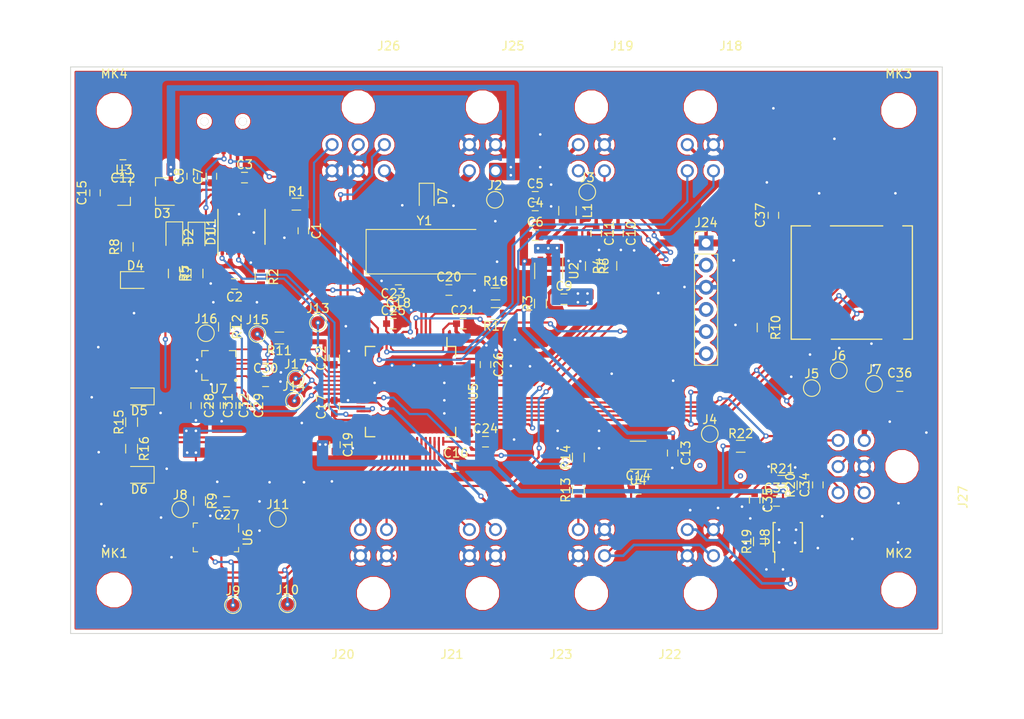
<source format=kicad_pcb>
(kicad_pcb (version 4) (host pcbnew 4.0.7)
  (layers (0 F.Cu signal) (31 B.Cu signal) (34 B.Paste user) (35 F.Paste user) (36 B.SilkS user) (37 F.SilkS user) (38 B.Mask user) (39 F.Mask user) (44 Edge.Cuts user))
  (net 0 "")
  (net 1 "Net-(C1-Pad1)")
  (net 2 GND)
  (net 3 "Net-(C2-Pad1)")
  (net 4 VBUS)
  (net 5 +BATT)
  (net 6 "Net-(C9-Pad1)")
  (net 7 "Net-(C9-Pad2)")
  (net 8 +5VP)
  (net 9 VCC)
  (net 10 +5V)
  (net 11 +3V3)
  (net 12 "Net-(C16-Pad1)")
  (net 13 "Net-(C17-Pad1)")
  (net 14 "Net-(C18-Pad1)")
  (net 15 "Net-(C20-Pad1)")
  (net 16 "Net-(C28-Pad1)")
  (net 17 "Net-(C29-Pad1)")
  (net 18 "/Power and FTDI/TX_LED")
  (net 19 "Net-(D1-Pad2)")
  (net 20 "/Power and FTDI/RX_LED")
  (net 21 "Net-(D2-Pad2)")
  (net 22 "Net-(D4-Pad1)")
  (net 23 "Net-(D5-Pad2)")
  (net 24 "Net-(D6-Pad2)")
  (net 25 "Net-(J1-Pad4)")
  (net 26 SPI2_MISO)
  (net 27 SPI2_MOSI)
  (net 28 SPI2_SCK)
  (net 29 "Net-(J12-Pad8)")
  (net 30 "Net-(J12-Pad1)")
  (net 31 MAG_~CS)
  (net 32 SPI1_MISO)
  (net 33 "Net-(J22-Pad4)")
  (net 34 "Net-(J23-Pad4)")
  (net 35 SWCLK)
  (net 36 SWDIO)
  (net 37 NRST)
  (net 38 SWO)
  (net 39 +12V)
  (net 40 "Net-(R1-Pad1)")
  (net 41 "Net-(R2-Pad1)")
  (net 42 A/G_~CS)
  (net 43 LED1)
  (net 44 LED2)
  (net 45 "Net-(U1-Pad2)")
  (net 46 "Net-(U1-Pad10)")
  (net 47 "Net-(U1-Pad6)")
  (net 48 "Net-(U1-Pad7)")
  (net 49 "Net-(U1-Pad11)")
  (net 50 "Net-(U1-Pad16)")
  (net 51 "Net-(R4-Pad1)")
  (net 52 "Net-(U4-Pad4)")
  (net 53 "Net-(U5-Pad8)")
  (net 54 "Net-(U5-Pad9)")
  (net 55 SPI1_SCK)
  (net 56 SPI1_MOSI)
  (net 57 "Net-(U5-Pad56)")
  (net 58 "Net-(U5-Pad62)")
  (net 59 "Net-(U7-Pad9)")
  (net 60 "Net-(U7-Pad10)")
  (net 61 "Net-(U7-Pad11)")
  (net 62 "Net-(U7-Pad12)")
  (net 63 "Net-(U7-Pad13)")
  (net 64 "Net-(U5-Pad10)")
  (net 65 "Net-(U5-Pad33)")
  (net 66 "Net-(R3-Pad2)")
  (net 67 SPI3_MOSI)
  (net 68 SPI3_SCK)
  (net 69 SPI3_MISO)
  (net 70 "Net-(U5-Pad2)")
  (net 71 "Net-(U5-Pad3)")
  (net 72 "Net-(U5-Pad40)")
  (net 73 "Net-(U5-Pad41)")
  (net 74 "Net-(U5-Pad42)")
  (net 75 "Net-(U5-Pad43)")
  (net 76 "Net-(U5-Pad57)")
  (net 77 SD1_~CS)
  (net 78 BARO_~CS)
  (net 79 UART4_TX)
  (net 80 UART4_RX)
  (net 81 UART1_TX)
  (net 82 UART1_RX)
  (net 83 RECOVERY_2)
  (net 84 RECOVERY_1)
  (net 85 PROPULSION2)
  (net 86 LAUNCH)
  (net 87 UART2_TX)
  (net 88 UART2_RX)
  (net 89 SD2_~CS)
  (net 90 ADC1)
  (net 91 "Net-(R17-Pad2)")
  (net 92 UART3_RX)
  (net 93 UART3_TX)
  (net 94 ADC2)
  (net 95 PROPULSION1)
  (net 96 "Net-(C34-Pad1)")
  (net 97 "Net-(R19-Pad1)")
  (net 98 "Net-(R19-Pad2)")
  (net 99 "Net-(R21-Pad2)")
  (net 100 "Net-(U5-Pad61)")
  (net 101 "Net-(R5-Pad1)")
  (module LED_SMD:LED_0805_2012Metric (layer F.Cu) (at 100.075 87.27 270)
    (fp_text reference D1 (at 0 -1.65 270) (layer F.SilkS))
    (fp_text value Green)
    (pad 1 smd rect (at -0.88 0 270) (size 1.12 1.4) (layers F.Cu F.Paste F.Mask) (net 18 "/Power and FTDI/TX_LED"))
    (pad 2 smd rect (at 0.88 0 270) (size 1.12 1.4) (layers F.Cu F.Paste F.Mask) (net 19 "Net-(D1-Pad2)"))
  )
  (module LED_SMD:LED_0805_2012Metric (layer F.Cu) (at 97.525 87.23 270)
    (fp_text reference D2 (at 0 -1.65 270) (layer F.SilkS))
    (fp_text value Red)
    (pad 1 smd rect (at -0.88 0 270) (size 1.12 1.4) (layers F.Cu F.Paste F.Mask) (net 20 "/Power and FTDI/RX_LED"))
    (pad 2 smd rect (at 0.88 0 270) (size 1.12 1.4) (layers F.Cu F.Paste F.Mask) (net 21 "Net-(D2-Pad2)"))
  )
  (module Package_TO_SOT_SMD:SOT-23 (layer F.Cu) (at 96.125 82.05 180)
    (fp_text reference D3 (at 0 -2.5 180) (layer F.SilkS))
    (fp_text value D_Schottky_x2_KCom_AAK)
    (pad 1 smd rect (at -1 -0.95 180) (size 0.9 0.8) (layers F.Cu F.Paste F.Mask) (net 4 VBUS))
    (pad 2 smd rect (at -1 0.95 180) (size 0.9 0.8) (layers F.Cu F.Paste F.Mask) (net 5 +BATT))
    (pad 3 smd rect (at 1 0 180) (size 0.9 0.8) (layers F.Cu F.Paste F.Mask) (net 9 VCC))
  )
  (module LED_SMD:LED_0805_2012Metric (layer F.Cu) (at 93.045 92.2)
    (fp_text reference D4 (at 0 -1.65) (layer F.SilkS))
    (fp_text value Green)
    (pad 1 smd rect (at -0.88 0) (size 1.12 1.4) (layers F.Cu F.Paste F.Mask) (net 22 "Net-(D4-Pad1)"))
    (pad 2 smd rect (at 0.88 0) (size 1.12 1.4) (layers F.Cu F.Paste F.Mask) (net 11 +3V3))
  )
  (module LED_SMD:LED_0805_2012Metric (layer F.Cu) (at 93.505 105.55 180)
    (fp_text reference D5 (at 0 -1.65 180) (layer F.SilkS))
    (fp_text value LED)
    (pad 1 smd rect (at -0.88 0 180) (size 1.12 1.4) (layers F.Cu F.Paste F.Mask) (net 2 GND))
    (pad 2 smd rect (at 0.88 0 180) (size 1.12 1.4) (layers F.Cu F.Paste F.Mask) (net 23 "Net-(D5-Pad2)"))
  )
  (module LED_SMD:LED_0805_2012Metric (layer F.Cu) (at 93.505 114.55 180)
    (fp_text reference D6 (at 0 -1.65 180) (layer F.SilkS))
    (fp_text value LED)
    (pad 1 smd rect (at -0.88 0 180) (size 1.12 1.4) (layers F.Cu F.Paste F.Mask) (net 2 GND))
    (pad 2 smd rect (at 0.88 0 180) (size 1.12 1.4) (layers F.Cu F.Paste F.Mask) (net 24 "Net-(D6-Pad2)"))
  )
  (module SOAR_Library:USB-Mini-B (layer F.Cu) (at 103.17536 68.74982)
    (fp_text reference J1)
    (fp_text value USB_MINIB)
    (pad 6 smd rect (at 4.45008 2.25044) (size 1.99898 2.49936) (layers F.Cu F.Paste F.Mask) (net 2 GND) (clearance 0.14986))
    (pad 6 smd rect (at 4.45008 7.74954) (size 1.99898 2.49936) (layers F.Cu F.Paste F.Mask) (net 2 GND))
    (pad 6 smd rect (at -4.45008 7.74954) (size 1.99898 2.49936) (layers F.Cu F.Paste F.Mask) (net 2 GND))
    (pad 6 smd rect (at -4.45008 2.25044) (size 1.99898 2.49936) (layers F.Cu F.Paste F.Mask) (net 2 GND))
    (pad "" thru_hole circle (at 2.19964 5.25018) (size 0.90932 0.90932) (drill 0.89916) (layers *.Cu *.Mask F.SilkS) (clearance 0.14986))
    (pad "" thru_hole circle (at -2.19964 5.25018) (size 0.90932 0.90932) (drill 0.89916) (layers *.Cu *.Mask F.SilkS) (clearance 0.14986))
    (pad 5 smd rect (at -1.6002 7.85114) (size 0.50038 2.30124) (layers F.Cu F.Paste F.Mask) (net 2 GND) (clearance 0.14986))
    (pad 4 smd rect (at -0.8001 7.85114) (size 0.50038 2.30124) (layers F.Cu F.Paste F.Mask) (net 25 "Net-(J1-Pad4)") (clearance 0.14986))
    (pad 3 smd rect (at 0 7.85114) (size 0.50038 2.30124) (layers F.Cu F.Paste F.Mask) (net 3 "Net-(C2-Pad1)") (clearance 0.14986))
    (pad 2 smd rect (at 0.8001 7.85114) (size 0.50038 2.30124) (layers F.Cu F.Paste F.Mask) (net 1 "Net-(C1-Pad1)") (clearance 0.14986))
    (pad 1 smd rect (at 1.6002 7.85114) (size 0.50038 2.30124) (layers F.Cu F.Paste F.Mask) (net 4 VBUS) (clearance 0.14986))
  )
  (module SOAR_Library:Conn,Molex,Hinged_microSD (layer F.Cu) (at 177.295 93.09 90)
    (fp_text reference J12 hide)
    (fp_text value Micro_SD_Card)
    (pad 9 smd rect (at 7.51 2.68 90) (size 1.45 2) (layers F.Cu F.Paste F.Mask) (net 2 GND))
    (pad 9 smd rect (at -6.24 2.68 90) (size 1.45 2) (layers F.Cu F.Paste F.Mask) (net 2 GND))
    (pad 9 smd rect (at -6.24 -5.62 90) (size 1.45 2) (layers F.Cu F.Paste F.Mask) (net 2 GND))
    (pad 8 smd rect (at -3.86 0.08 90) (size 0.8 1.5) (layers F.Cu F.Paste F.Mask) (net 29 "Net-(J12-Pad8)"))
    (pad 7 smd rect (at -2.76 0.08 90) (size 0.8 1.5) (layers F.Cu F.Paste F.Mask) (net 69 SPI3_MISO))
    (pad 6 smd rect (at -1.66 0.08 90) (size 0.8 1.5) (layers F.Cu F.Paste F.Mask) (net 2 GND))
    (pad 5 smd rect (at -0.56 0.08 90) (size 0.8 1.5) (layers F.Cu F.Paste F.Mask) (net 68 SPI3_SCK))
    (pad 4 smd rect (at 0.54 0.08 90) (size 0.8 1.5) (layers F.Cu F.Paste F.Mask) (net 11 +3V3))
    (pad 2 smd rect (at 2.74 0.08 90) (size 0.8 1.5) (layers F.Cu F.Paste F.Mask) (net 77 SD1_~CS))
    (pad 1 smd rect (at 3.84 0.08 90) (size 0.8 1.5) (layers F.Cu F.Paste F.Mask) (net 30 "Net-(J12-Pad1)"))
    (pad 3 smd rect (at 1.64 0.08 90) (size 0.8 1.5) (layers F.Cu F.Paste F.Mask) (net 67 SPI3_MOSI))
    (pad 9 smd rect (at 7.51 -5.62 90) (size 1.45 2) (layers F.Cu F.Paste F.Mask) (net 2 GND))
  )
  (module Connector_PinHeader_2.54mm:PinHeader_1x06_P2.54mm_Vertical (layer F.Cu) (at 158.525 87.95)
    (fp_text reference J24 (at 0 -2.33) (layer F.SilkS))
    (fp_text value Conn_01x06)
    (pad 1 thru_hole rect (at 0 0) (size 1.7 1.7) (drill 1) (layers *.Cu *.Mask) (net 11 +3V3))
    (pad 2 thru_hole oval (at 0 2.54) (size 1.7 1.7) (drill 1) (layers *.Cu *.Mask) (net 35 SWCLK))
    (pad 3 thru_hole oval (at 0 5.08) (size 1.7 1.7) (drill 1) (layers *.Cu *.Mask) (net 2 GND))
    (pad 4 thru_hole oval (at 0 7.62) (size 1.7 1.7) (drill 1) (layers *.Cu *.Mask) (net 36 SWDIO))
    (pad 5 thru_hole oval (at 0 10.16) (size 1.7 1.7) (drill 1) (layers *.Cu *.Mask) (net 37 NRST))
    (pad 6 thru_hole oval (at 0 12.7) (size 1.7 1.7) (drill 1) (layers *.Cu *.Mask) (net 38 SWO))
  )
  (module Package_SO:SSOP-16_3.9x4.9mm_P0.635mm (layer F.Cu) (at 105.2525 86.1 90)
    (fp_text reference U1 (at 0 -3.5 90) (layer F.SilkS))
    (fp_text value FT230XS)
    (pad 1 smd rect (at -2.6 -2.2225 90) (size 1.2 0.4) (layers F.Cu F.Paste F.Mask) (net 92 UART3_RX))
    (pad 2 smd rect (at -2.6 -1.5875 90) (size 1.2 0.4) (layers F.Cu F.Paste F.Mask) (net 45 "Net-(U1-Pad2)"))
    (pad 3 smd rect (at -2.6 -0.9525 90) (size 1.2 0.4) (layers F.Cu F.Paste F.Mask) (net 46 "Net-(U1-Pad10)"))
    (pad 4 smd rect (at -2.6 -0.3175 90) (size 1.2 0.4) (layers F.Cu F.Paste F.Mask) (net 93 UART3_TX))
    (pad 5 smd rect (at -2.6 0.3175 90) (size 1.2 0.4) (layers F.Cu F.Paste F.Mask) (net 2 GND))
    (pad 6 smd rect (at -2.6 0.9525 90) (size 1.2 0.4) (layers F.Cu F.Paste F.Mask) (net 47 "Net-(U1-Pad6)"))
    (pad 7 smd rect (at -2.6 1.5875 90) (size 1.2 0.4) (layers F.Cu F.Paste F.Mask) (net 48 "Net-(U1-Pad7)"))
    (pad 8 smd rect (at -2.6 2.2225 90) (size 1.2 0.4) (layers F.Cu F.Paste F.Mask) (net 41 "Net-(R2-Pad1)"))
    (pad 9 smd rect (at 2.6 2.2225 90) (size 1.2 0.4) (layers F.Cu F.Paste F.Mask) (net 40 "Net-(R1-Pad1)"))
    (pad 10 smd rect (at 2.6 1.5875 90) (size 1.2 0.4) (layers F.Cu F.Paste F.Mask) (net 46 "Net-(U1-Pad10)"))
    (pad 11 smd rect (at 2.6 0.9525 90) (size 1.2 0.4) (layers F.Cu F.Paste F.Mask) (net 49 "Net-(U1-Pad11)"))
    (pad 12 smd rect (at 2.6 0.3175 90) (size 1.2 0.4) (layers F.Cu F.Paste F.Mask) (net 4 VBUS))
    (pad 13 smd rect (at 2.6 -0.3175 90) (size 1.2 0.4) (layers F.Cu F.Paste F.Mask) (net 2 GND))
    (pad 14 smd rect (at 2.6 -0.9525 90) (size 1.2 0.4) (layers F.Cu F.Paste F.Mask) (net 20 "/Power and FTDI/RX_LED"))
    (pad 15 smd rect (at 2.6 -1.5875 90) (size 1.2 0.4) (layers F.Cu F.Paste F.Mask) (net 18 "/Power and FTDI/TX_LED"))
    (pad 16 smd rect (at 2.6 -2.2225 90) (size 1.2 0.4) (layers F.Cu F.Paste F.Mask) (net 50 "Net-(U1-Pad16)"))
  )
  (module Package_TO_SOT_SMD:SOT-23-6 (layer F.Cu) (at 140.475 91.15 270)
    (fp_text reference U2 (at 0 -2.9 270) (layer F.SilkS))
    (fp_text value TPS562200)
    (pad 1 smd rect (at -1.1 -0.95 270) (size 1.06 0.65) (layers F.Cu F.Paste F.Mask) (net 2 GND))
    (pad 2 smd rect (at -1.1 0 270) (size 1.06 0.65) (layers F.Cu F.Paste F.Mask) (net 7 "Net-(C9-Pad2)"))
    (pad 3 smd rect (at -1.1 0.95 270) (size 1.06 0.65) (layers F.Cu F.Paste F.Mask) (net 5 +BATT))
    (pad 4 smd rect (at 1.1 0.95 270) (size 1.06 0.65) (layers F.Cu F.Paste F.Mask) (net 51 "Net-(R4-Pad1)"))
    (pad 6 smd rect (at 1.1 -0.95 270) (size 1.06 0.65) (layers F.Cu F.Paste F.Mask) (net 6 "Net-(C9-Pad1)"))
    (pad 5 smd rect (at 1.1 0 270) (size 1.06 0.65) (layers F.Cu F.Paste F.Mask) (net 66 "Net-(R3-Pad2)"))
  )
  (module Package_TO_SOT_SMD:SOT-23 (layer F.Cu) (at 91.725 82.05)
    (fp_text reference U3 (at 0 -2.5) (layer F.SilkS))
    (fp_text value AP2210-3.3)
    (pad 1 smd rect (at -1 -0.95) (size 0.9 0.8) (layers F.Cu F.Paste F.Mask) (net 2 GND))
    (pad 2 smd rect (at -1 0.95) (size 0.9 0.8) (layers F.Cu F.Paste F.Mask) (net 11 +3V3))
    (pad 3 smd rect (at 1 0) (size 0.9 0.8) (layers F.Cu F.Paste F.Mask) (net 9 VCC))
  )
  (module Package_TO_SOT_SMD:SOT-23-5 (layer F.Cu) (at 150.725 112.3 180)
    (fp_text reference U4 (at 0 -2.9 180) (layer F.SilkS))
    (fp_text value AP2204K-5.0)
    (pad 1 smd rect (at -1.1 -0.95 180) (size 1.06 0.65) (layers F.Cu F.Paste F.Mask) (net 5 +BATT))
    (pad 2 smd rect (at -1.1 0 180) (size 1.06 0.65) (layers F.Cu F.Paste F.Mask) (net 2 GND))
    (pad 3 smd rect (at -1.1 0.95 180) (size 1.06 0.65) (layers F.Cu F.Paste F.Mask) (net 5 +BATT))
    (pad 4 smd rect (at 1.1 0.95 180) (size 1.06 0.65) (layers F.Cu F.Paste F.Mask) (net 52 "Net-(U4-Pad4)"))
    (pad 5 smd rect (at 1.1 -0.95 180) (size 1.06 0.65) (layers F.Cu F.Paste F.Mask) (net 10 +5V))
  )
  (module Package_QFP:LQFP-64_10x10mm_P0.5mm (layer F.Cu) (at 124.625 105 270)
    (fp_text reference U5 (at 0 -7.2 270) (layer F.SilkS))
    (fp_text value STM32F405R)
    (pad 1 smd rect (at -5.7 -3.75 270) (size 1 0.25) (layers F.Cu F.Paste F.Mask) (net 11 +3V3))
    (pad 2 smd rect (at -5.7 -3.25 270) (size 1 0.25) (layers F.Cu F.Paste F.Mask) (net 70 "Net-(U5-Pad2)"))
    (pad 3 smd rect (at -5.7 -2.75 270) (size 1 0.25) (layers F.Cu F.Paste F.Mask) (net 71 "Net-(U5-Pad3)"))
    (pad 4 smd rect (at -5.7 -2.25 270) (size 1 0.25) (layers F.Cu F.Paste F.Mask) (net 91 "Net-(R17-Pad2)"))
    (pad 5 smd rect (at -5.7 -1.75 270) (size 1 0.25) (layers F.Cu F.Paste F.Mask) (net 15 "Net-(C20-Pad1)"))
    (pad 6 smd rect (at -5.7 -1.25 270) (size 1 0.25) (layers F.Cu F.Paste F.Mask) (net 14 "Net-(C18-Pad1)"))
    (pad 7 smd rect (at -5.7 -0.75 270) (size 1 0.25) (layers F.Cu F.Paste F.Mask) (net 37 NRST))
    (pad 8 smd rect (at -5.7 -0.25 270) (size 1 0.25) (layers F.Cu F.Paste F.Mask) (net 53 "Net-(U5-Pad8)"))
    (pad 9 smd rect (at -5.7 0.25 270) (size 1 0.25) (layers F.Cu F.Paste F.Mask) (net 54 "Net-(U5-Pad9)"))
    (pad 10 smd rect (at -5.7 0.75 270) (size 1 0.25) (layers F.Cu F.Paste F.Mask) (net 64 "Net-(U5-Pad10)"))
    (pad 11 smd rect (at -5.7 1.25 270) (size 1 0.25) (layers F.Cu F.Paste F.Mask) (net 86 LAUNCH))
    (pad 12 smd rect (at -5.7 1.75 270) (size 1 0.25) (layers F.Cu F.Paste F.Mask) (net 2 GND))
    (pad 13 smd rect (at -5.7 2.25 270) (size 1 0.25) (layers F.Cu F.Paste F.Mask) (net 11 +3V3))
    (pad 14 smd rect (at -5.7 2.75 270) (size 1 0.25) (layers F.Cu F.Paste F.Mask) (net 79 UART4_TX))
    (pad 15 smd rect (at -5.7 3.25 270) (size 1 0.25) (layers F.Cu F.Paste F.Mask) (net 80 UART4_RX))
    (pad 16 smd rect (at -5.7 3.75 270) (size 1 0.25) (layers F.Cu F.Paste F.Mask) (net 87 UART2_TX))
    (pad 17 smd rect (at -3.75 5.7) (size 1 0.25) (layers F.Cu F.Paste F.Mask) (net 88 UART2_RX))
    (pad 18 smd rect (at -3.25 5.7) (size 1 0.25) (layers F.Cu F.Paste F.Mask) (net 2 GND))
    (pad 19 smd rect (at -2.75 5.7) (size 1 0.25) (layers F.Cu F.Paste F.Mask) (net 11 +3V3))
    (pad 20 smd rect (at -2.25 5.7) (size 1 0.25) (layers F.Cu F.Paste F.Mask) (net 42 A/G_~CS))
    (pad 21 smd rect (at -1.75 5.7) (size 1 0.25) (layers F.Cu F.Paste F.Mask) (net 55 SPI1_SCK))
    (pad 22 smd rect (at -1.25 5.7) (size 1 0.25) (layers F.Cu F.Paste F.Mask) (net 32 SPI1_MISO))
    (pad 23 smd rect (at -0.75 5.7) (size 1 0.25) (layers F.Cu F.Paste F.Mask) (net 56 SPI1_MOSI))
    (pad 24 smd rect (at -0.25 5.7) (size 1 0.25) (layers F.Cu F.Paste F.Mask) (net 31 MAG_~CS))
    (pad 25 smd rect (at 0.25 5.7) (size 1 0.25) (layers F.Cu F.Paste F.Mask) (net 43 LED1))
    (pad 26 smd rect (at 0.75 5.7) (size 1 0.25) (layers F.Cu F.Paste F.Mask) (net 90 ADC1))
    (pad 27 smd rect (at 1.25 5.7) (size 1 0.25) (layers F.Cu F.Paste F.Mask) (net 94 ADC2))
    (pad 28 smd rect (at 1.75 5.7) (size 1 0.25) (layers F.Cu F.Paste F.Mask) (net 44 LED2))
    (pad 29 smd rect (at 2.25 5.7) (size 1 0.25) (layers F.Cu F.Paste F.Mask) (net 93 UART3_TX))
    (pad 30 smd rect (at 2.75 5.7) (size 1 0.25) (layers F.Cu F.Paste F.Mask) (net 92 UART3_RX))
    (pad 31 smd rect (at 3.25 5.7) (size 1 0.25) (layers F.Cu F.Paste F.Mask) (net 13 "Net-(C17-Pad1)"))
    (pad 32 smd rect (at 3.75 5.7) (size 1 0.25) (layers F.Cu F.Paste F.Mask) (net 11 +3V3))
    (pad 33 smd rect (at 5.7 3.75 270) (size 1 0.25) (layers F.Cu F.Paste F.Mask) (net 65 "Net-(U5-Pad33)"))
    (pad 34 smd rect (at 5.7 3.25 270) (size 1 0.25) (layers F.Cu F.Paste F.Mask) (net 28 SPI2_SCK))
    (pad 35 smd rect (at 5.7 2.75 270) (size 1 0.25) (layers F.Cu F.Paste F.Mask) (net 26 SPI2_MISO))
    (pad 36 smd rect (at 5.7 2.25 270) (size 1 0.25) (layers F.Cu F.Paste F.Mask) (net 27 SPI2_MOSI))
    (pad 37 smd rect (at 5.7 1.75 270) (size 1 0.25) (layers F.Cu F.Paste F.Mask) (net 78 BARO_~CS))
    (pad 38 smd rect (at 5.7 1.25 270) (size 1 0.25) (layers F.Cu F.Paste F.Mask) (net 84 RECOVERY_1))
    (pad 39 smd rect (at 5.7 0.75 270) (size 1 0.25) (layers F.Cu F.Paste F.Mask) (net 83 RECOVERY_2))
    (pad 40 smd rect (at 5.7 0.25 270) (size 1 0.25) (layers F.Cu F.Paste F.Mask) (net 72 "Net-(U5-Pad40)"))
    (pad 41 smd rect (at 5.7 -0.25 270) (size 1 0.25) (layers F.Cu F.Paste F.Mask) (net 73 "Net-(U5-Pad41)"))
    (pad 42 smd rect (at 5.7 -0.75 270) (size 1 0.25) (layers F.Cu F.Paste F.Mask) (net 74 "Net-(U5-Pad42)"))
    (pad 43 smd rect (at 5.7 -1.25 270) (size 1 0.25) (layers F.Cu F.Paste F.Mask) (net 75 "Net-(U5-Pad43)"))
    (pad 44 smd rect (at 5.7 -1.75 270) (size 1 0.25) (layers F.Cu F.Paste F.Mask) (net 95 PROPULSION1))
    (pad 45 smd rect (at 5.7 -2.25 270) (size 1 0.25) (layers F.Cu F.Paste F.Mask) (net 85 PROPULSION2))
    (pad 46 smd rect (at 5.7 -2.75 270) (size 1 0.25) (layers F.Cu F.Paste F.Mask) (net 36 SWDIO))
    (pad 47 smd rect (at 5.7 -3.25 270) (size 1 0.25) (layers F.Cu F.Paste F.Mask) (net 12 "Net-(C16-Pad1)"))
    (pad 48 smd rect (at 5.7 -3.75 270) (size 1 0.25) (layers F.Cu F.Paste F.Mask) (net 11 +3V3))
    (pad 49 smd rect (at 3.75 -5.7) (size 1 0.25) (layers F.Cu F.Paste F.Mask) (net 35 SWCLK))
    (pad 50 smd rect (at 3.25 -5.7) (size 1 0.25) (layers F.Cu F.Paste F.Mask) (net 77 SD1_~CS))
    (pad 51 smd rect (at 2.75 -5.7) (size 1 0.25) (layers F.Cu F.Paste F.Mask) (net 68 SPI3_SCK))
    (pad 52 smd rect (at 2.25 -5.7) (size 1 0.25) (layers F.Cu F.Paste F.Mask) (net 69 SPI3_MISO))
    (pad 53 smd rect (at 1.75 -5.7) (size 1 0.25) (layers F.Cu F.Paste F.Mask) (net 67 SPI3_MOSI))
    (pad 54 smd rect (at 1.25 -5.7) (size 1 0.25) (layers F.Cu F.Paste F.Mask) (net 89 SD2_~CS))
    (pad 55 smd rect (at 0.75 -5.7) (size 1 0.25) (layers F.Cu F.Paste F.Mask) (net 38 SWO))
    (pad 56 smd rect (at 0.25 -5.7) (size 1 0.25) (layers F.Cu F.Paste F.Mask) (net 57 "Net-(U5-Pad56)"))
    (pad 57 smd rect (at -0.25 -5.7) (size 1 0.25) (layers F.Cu F.Paste F.Mask) (net 76 "Net-(U5-Pad57)"))
    (pad 58 smd rect (at -0.75 -5.7) (size 1 0.25) (layers F.Cu F.Paste F.Mask) (net 81 UART1_TX))
    (pad 59 smd rect (at -1.25 -5.7) (size 1 0.25) (layers F.Cu F.Paste F.Mask) (net 82 UART1_RX))
    (pad 60 smd rect (at -1.75 -5.7) (size 1 0.25) (layers F.Cu F.Paste F.Mask) (net 2 GND))
    (pad 61 smd rect (at -2.25 -5.7) (size 1 0.25) (layers F.Cu F.Paste F.Mask) (net 100 "Net-(U5-Pad61)"))
    (pad 62 smd rect (at -2.75 -5.7) (size 1 0.25) (layers F.Cu F.Paste F.Mask) (net 58 "Net-(U5-Pad62)"))
    (pad 63 smd rect (at -3.25 -5.7) (size 1 0.25) (layers F.Cu F.Paste F.Mask) (net 2 GND))
    (pad 64 smd rect (at -3.75 -5.7) (size 1 0.25) (layers F.Cu F.Paste F.Mask) (net 11 +3V3))
  )
  (module Package_LGA:LGA-8_3x5mm_P1.25mm (layer F.Cu) (at 102.3 121.725 270)
    (fp_text reference U6 (at 0 -3.65 270) (layer F.SilkS))
    (fp_text value MS5607)
    (pad 4 smd rect (at -1.075 1.875 270) (size 0.95 0.55) (layers F.Cu F.Paste F.Mask) (net 78 BARO_~CS))
    (pad 1 smd rect (at -1.075 -1.875 270) (size 0.95 0.55) (layers F.Cu F.Paste F.Mask) (net 11 +3V3))
    (pad 2 smd rect (at -1.075 -0.625 270) (size 0.95 0.55) (layers F.Cu F.Paste F.Mask) (net 2 GND))
    (pad 3 smd rect (at -1.075 0.625 270) (size 0.95 0.55) (layers F.Cu F.Paste F.Mask) (net 2 GND))
    (pad 8 smd rect (at 1.075 -1.875 270) (size 0.95 0.55) (layers F.Cu F.Paste F.Mask) (net 28 SPI2_SCK))
    (pad 7 smd rect (at 1.075 -0.625 270) (size 0.95 0.55) (layers F.Cu F.Paste F.Mask) (net 27 SPI2_MOSI))
    (pad 6 smd rect (at 1.075 0.625 270) (size 0.95 0.55) (layers F.Cu F.Paste F.Mask) (net 26 SPI2_MISO))
    (pad 5 smd rect (at 1.075 1.875 270) (size 0.95 0.55) (layers F.Cu F.Paste F.Mask) (net 78 BARO_~CS))
  )
  (module Package_LGA:LGA-24L_3x3.5mm_P0.43mm (layer F.Cu) (at 102.625 102 180)
    (fp_text reference U7 (at 0 -2.7 180) (layer F.SilkS))
    (fp_text value LSM9DS1)
    (pad 1 smd rect (at -1.505 -1.225 180) (size 0.23 0.35) (layers F.Cu F.Paste F.Mask) (net 11 +3V3))
    (pad 2 smd rect (at -1.475 -0.645 180) (size 0.35 0.23) (layers F.Cu F.Paste F.Mask) (net 55 SPI1_SCK))
    (pad 17 smd rect (at 1.475 -0.645 180) (size 0.35 0.23) (layers F.Cu F.Paste F.Mask) (net 2 GND))
    (pad 3 smd rect (at -1.475 -0.215 180) (size 0.35 0.23) (layers F.Cu F.Paste F.Mask) (net 11 +3V3))
    (pad 16 smd rect (at 1.475 -0.215 180) (size 0.35 0.23) (layers F.Cu F.Paste F.Mask) (net 2 GND))
    (pad 4 smd rect (at -1.475 0.215 180) (size 0.35 0.23) (layers F.Cu F.Paste F.Mask) (net 56 SPI1_MOSI))
    (pad 15 smd rect (at 1.475 0.215 180) (size 0.35 0.23) (layers F.Cu F.Paste F.Mask) (net 2 GND))
    (pad 5 smd rect (at -1.475 0.645 180) (size 0.35 0.23) (layers F.Cu F.Paste F.Mask) (net 32 SPI1_MISO))
    (pad 14 smd rect (at 1.475 0.645 180) (size 0.35 0.23) (layers F.Cu F.Paste F.Mask) (net 2 GND))
    (pad 24 smd rect (at -1.075 -1.225 180) (size 0.23 0.35) (layers F.Cu F.Paste F.Mask) (net 17 "Net-(C29-Pad1)"))
    (pad 23 smd rect (at -0.645 -1.225 180) (size 0.23 0.35) (layers F.Cu F.Paste F.Mask) (net 11 +3V3))
    (pad 22 smd rect (at -0.215 -1.225 180) (size 0.23 0.35) (layers F.Cu F.Paste F.Mask) (net 11 +3V3))
    (pad 21 smd rect (at 0.215 -1.225 180) (size 0.23 0.35) (layers F.Cu F.Paste F.Mask) (net 16 "Net-(C28-Pad1)"))
    (pad 20 smd rect (at 0.645 -1.225 180) (size 0.23 0.35) (layers F.Cu F.Paste F.Mask) (net 2 GND))
    (pad 19 smd rect (at 1.075 -1.225 180) (size 0.23 0.35) (layers F.Cu F.Paste F.Mask) (net 2 GND))
    (pad 18 smd rect (at 1.505 -1.225 180) (size 0.23 0.35) (layers F.Cu F.Paste F.Mask) (net 2 GND))
    (pad 6 smd rect (at -1.505 1.225 180) (size 0.23 0.35) (layers F.Cu F.Paste F.Mask) (net 32 SPI1_MISO))
    (pad 7 smd rect (at -1.075 1.225 180) (size 0.23 0.35) (layers F.Cu F.Paste F.Mask) (net 42 A/G_~CS))
    (pad 8 smd rect (at -0.645 1.225 180) (size 0.23 0.35) (layers F.Cu F.Paste F.Mask) (net 31 MAG_~CS))
    (pad 9 smd rect (at -0.215 1.225 180) (size 0.23 0.35) (layers F.Cu F.Paste F.Mask) (net 59 "Net-(U7-Pad9)"))
    (pad 10 smd rect (at 0.215 1.225 180) (size 0.23 0.35) (layers F.Cu F.Paste F.Mask) (net 60 "Net-(U7-Pad10)"))
    (pad 11 smd rect (at 0.645 1.225 180) (size 0.23 0.35) (layers F.Cu F.Paste F.Mask) (net 61 "Net-(U7-Pad11)"))
    (pad 12 smd rect (at 1.075 1.225 180) (size 0.23 0.35) (layers F.Cu F.Paste F.Mask) (net 62 "Net-(U7-Pad12)"))
    (pad 13 smd rect (at 1.505 1.225 180) (size 0.23 0.35) (layers F.Cu F.Paste F.Mask) (net 63 "Net-(U7-Pad13)"))
  )
  (module Crystal:Crystal_SMD_HC49-SD (layer F.Cu) (at 126.225 88.95)
    (fp_text reference Y1 (at 0 -3.55) (layer F.SilkS))
    (fp_text value Crystal_8MHz_18pf)
    (pad 1 smd rect (at -4.25 0) (size 4.5 2) (layers F.Cu F.Paste F.Mask) (net 14 "Net-(C18-Pad1)"))
    (pad 2 smd rect (at 4.25 0) (size 4.5 2) (layers F.Cu F.Paste F.Mask) (net 15 "Net-(C20-Pad1)"))
  )
  (module SOAR_Library:Molex_Micro-Fit_3.0_43045-0600_2x03_P3.00mm_Horizontal (layer F.Cu) (at 118.625 67.75 180)
    (fp_text reference J26 (at -3.5 2.4 360) (layer F.SilkS))
    (fp_text value "Launch Systems")
    (pad "" np_thru_hole circle (at 0 -4.6) (size 3 3) (drill 3) (layers *.Cu *.Mask))
    (pad 1 thru_hole circle (at 3 -8.92) (size 1.5 1.5) (drill 1) (layers *.Cu *.Mask) (net 86 LAUNCH))
    (pad 2 thru_hole circle (at 0 -8.92) (size 1.5 1.5) (drill 1) (layers *.Cu *.Mask) (net 87 UART2_TX))
    (pad 4 thru_hole circle (at 3 -11.92) (size 1.5 1.5) (drill 1) (layers *.Cu *.Mask) (net 2 GND))
    (pad 5 thru_hole circle (at 0 -11.92) (size 1.5 1.5) (drill 1) (layers *.Cu *.Mask) (net 2 GND))
    (pad 6 thru_hole circle (at -3 -11.92) (size 1.5 1.5) (drill 1) (layers *.Cu *.Mask) (net 39 +12V))
    (pad 3 thru_hole circle (at -3 -8.92) (size 1.5 1.5) (drill 1) (layers *.Cu *.Mask) (net 88 UART2_RX))
  )
  (module SOAR_Library:Molex_Micro-Fit_3.0_43045-0600_2x03_P3.00mm_Horizontal (layer F.Cu) (at 185.6 113.6 90)
    (fp_text reference J27 (at -3.5 2.4 270) (layer F.SilkS))
    (fp_text value SD)
    (pad "" np_thru_hole circle (at 0 -4.6 270) (size 3 3) (drill 3) (layers *.Cu *.Mask))
    (pad 1 thru_hole circle (at 3 -8.92 270) (size 1.5 1.5) (drill 1) (layers *.Cu *.Mask) (net 11 +3V3))
    (pad 2 thru_hole circle (at 0 -8.92 270) (size 1.5 1.5) (drill 1) (layers *.Cu *.Mask) (net 2 GND))
    (pad 4 thru_hole circle (at 3 -11.92 270) (size 1.5 1.5) (drill 1) (layers *.Cu *.Mask) (net 67 SPI3_MOSI))
    (pad 5 thru_hole circle (at 0 -11.92 270) (size 1.5 1.5) (drill 1) (layers *.Cu *.Mask) (net 69 SPI3_MISO))
    (pad 6 thru_hole circle (at -3 -11.92 270) (size 1.5 1.5) (drill 1) (layers *.Cu *.Mask) (net 89 SD2_~CS))
    (pad 3 thru_hole circle (at -3 -8.92 270) (size 1.5 1.5) (drill 1) (layers *.Cu *.Mask) (net 68 SPI3_SCK))
  )
  (module SOAR_Library:Molex_Micro-Fit_3.0_43045-0400_2x02_P3.00mm_Horizontal (layer F.Cu) (at 157.875 67.75 180)
    (fp_text reference J18 (at -3.5 2.4 360) (layer F.SilkS))
    (fp_text value GPS)
    (pad "" np_thru_hole circle (at 0 -4.6) (size 3 3) (drill 3) (layers *.Cu *.Mask))
    (pad 1 thru_hole circle (at 1.5 -8.92) (size 1.5 1.5) (drill 1) (layers *.Cu *.Mask) (net 11 +3V3))
    (pad 2 thru_hole circle (at -1.5 -8.92) (size 1.5 1.5) (drill 1) (layers *.Cu *.Mask) (net 2 GND))
    (pad 3 thru_hole circle (at 1.5 -11.92) (size 1.5 1.5) (drill 1) (layers *.Cu *.Mask) (net 79 UART4_TX))
    (pad 4 thru_hole circle (at -1.5 -11.92) (size 1.5 1.5) (drill 1) (layers *.Cu *.Mask) (net 80 UART4_RX))
  )
  (module SOAR_Library:Molex_Micro-Fit_3.0_43045-0400_2x02_P3.00mm_Horizontal (layer F.Cu) (at 145.375 67.75 180)
    (fp_text reference J19 (at -3.5 2.4 360) (layer F.SilkS))
    (fp_text value Radio)
    (pad "" np_thru_hole circle (at 0 -4.6) (size 3 3) (drill 3) (layers *.Cu *.Mask))
    (pad 1 thru_hole circle (at 1.5 -8.92) (size 1.5 1.5) (drill 1) (layers *.Cu *.Mask) (net 8 +5VP))
    (pad 2 thru_hole circle (at -1.5 -8.92) (size 1.5 1.5) (drill 1) (layers *.Cu *.Mask) (net 2 GND))
    (pad 3 thru_hole circle (at 1.5 -11.92) (size 1.5 1.5) (drill 1) (layers *.Cu *.Mask) (net 81 UART1_TX))
    (pad 4 thru_hole circle (at -1.5 -11.92) (size 1.5 1.5) (drill 1) (layers *.Cu *.Mask) (net 82 UART1_RX))
  )
  (module SOAR_Library:Molex_Micro-Fit_3.0_43045-0400_2x02_P3.00mm_Horizontal (layer F.Cu) (at 120.375 132.75)
    (fp_text reference J20 (at -3.5 2.4 180) (layer F.SilkS))
    (fp_text value Recovery)
    (pad "" np_thru_hole circle (at 0 -4.6 180) (size 3 3) (drill 3) (layers *.Cu *.Mask))
    (pad 1 thru_hole circle (at 1.5 -8.92 180) (size 1.5 1.5) (drill 1) (layers *.Cu *.Mask) (net 2 GND))
    (pad 2 thru_hole circle (at -1.5 -8.92 180) (size 1.5 1.5) (drill 1) (layers *.Cu *.Mask) (net 2 GND))
    (pad 3 thru_hole circle (at 1.5 -11.92 180) (size 1.5 1.5) (drill 1) (layers *.Cu *.Mask) (net 83 RECOVERY_2))
    (pad 4 thru_hole circle (at -1.5 -11.92 180) (size 1.5 1.5) (drill 1) (layers *.Cu *.Mask) (net 84 RECOVERY_1))
  )
  (module SOAR_Library:Molex_Micro-Fit_3.0_43045-0400_2x02_P3.00mm_Horizontal (layer F.Cu) (at 132.875 132.75)
    (fp_text reference J21 (at -3.5 2.4 180) (layer F.SilkS))
    (fp_text value Propulsion)
    (pad "" np_thru_hole circle (at 0 -4.6 180) (size 3 3) (drill 3) (layers *.Cu *.Mask))
    (pad 1 thru_hole circle (at 1.5 -8.92 180) (size 1.5 1.5) (drill 1) (layers *.Cu *.Mask) (net 2 GND))
    (pad 2 thru_hole circle (at -1.5 -8.92 180) (size 1.5 1.5) (drill 1) (layers *.Cu *.Mask) (net 2 GND))
    (pad 3 thru_hole circle (at 1.5 -11.92 180) (size 1.5 1.5) (drill 1) (layers *.Cu *.Mask) (net 85 PROPULSION2))
    (pad 4 thru_hole circle (at -1.5 -11.92 180) (size 1.5 1.5) (drill 1) (layers *.Cu *.Mask) (net 95 PROPULSION1))
  )
  (module SOAR_Library:Molex_Micro-Fit_3.0_43045-0400_2x02_P3.00mm_Horizontal (layer F.Cu) (at 157.875 132.75)
    (fp_text reference J22 (at -3.5 2.4 180) (layer F.SilkS))
    (fp_text value "Tank Pressure")
    (pad "" np_thru_hole circle (at 0 -4.6 180) (size 3 3) (drill 3) (layers *.Cu *.Mask))
    (pad 1 thru_hole circle (at 1.5 -8.92 180) (size 1.5 1.5) (drill 1) (layers *.Cu *.Mask) (net 10 +5V))
    (pad 2 thru_hole circle (at -1.5 -8.92 180) (size 1.5 1.5) (drill 1) (layers *.Cu *.Mask) (net 2 GND))
    (pad 3 thru_hole circle (at 1.5 -11.92 180) (size 1.5 1.5) (drill 1) (layers *.Cu *.Mask) (net 2 GND))
    (pad 4 thru_hole circle (at -1.5 -11.92 180) (size 1.5 1.5) (drill 1) (layers *.Cu *.Mask) (net 33 "Net-(J22-Pad4)"))
  )
  (module SOAR_Library:Molex_Micro-Fit_3.0_43045-0400_2x02_P3.00mm_Horizontal (layer F.Cu) (at 145.375 132.75)
    (fp_text reference J23 (at -3.5 2.4 180) (layer F.SilkS))
    (fp_text value "Low Pressure")
    (pad "" np_thru_hole circle (at 0 -4.6 180) (size 3 3) (drill 3) (layers *.Cu *.Mask))
    (pad 1 thru_hole circle (at 1.5 -8.92 180) (size 1.5 1.5) (drill 1) (layers *.Cu *.Mask) (net 10 +5V))
    (pad 2 thru_hole circle (at -1.5 -8.92 180) (size 1.5 1.5) (drill 1) (layers *.Cu *.Mask) (net 2 GND))
    (pad 3 thru_hole circle (at 1.5 -11.92 180) (size 1.5 1.5) (drill 1) (layers *.Cu *.Mask) (net 2 GND))
    (pad 4 thru_hole circle (at -1.5 -11.92 180) (size 1.5 1.5) (drill 1) (layers *.Cu *.Mask) (net 34 "Net-(J23-Pad4)"))
  )
  (module SOAR_Library:Molex_Micro-Fit_3.0_43045-0400_2x02_P3.00mm_Horizontal (layer F.Cu) (at 132.875 67.75 180)
    (fp_text reference J25 (at -3.5 2.4 360) (layer F.SilkS))
    (fp_text value Battery)
    (pad "" np_thru_hole circle (at 0 -4.6) (size 3 3) (drill 3) (layers *.Cu *.Mask))
    (pad 1 thru_hole circle (at 1.5 -8.92) (size 1.5 1.5) (drill 1) (layers *.Cu *.Mask) (net 2 GND))
    (pad 2 thru_hole circle (at -1.5 -8.92) (size 1.5 1.5) (drill 1) (layers *.Cu *.Mask) (net 2 GND))
    (pad 3 thru_hole circle (at 1.5 -11.92) (size 1.5 1.5) (drill 1) (layers *.Cu *.Mask) (net 39 +12V))
    (pad 4 thru_hole circle (at -1.5 -11.92) (size 1.5 1.5) (drill 1) (layers *.Cu *.Mask) (net 5 +BATT))
  )
  (module SOAR_Library:L_1008 (layer F.Cu) (at 142.625 84.25 270)
    (fp_text reference L1 (at 0 -2.3 270) (layer F.SilkS))
    (fp_text value L)
    (pad 1 smd rect (at -1 0 270) (size 0.8 2) (layers F.Cu F.Paste F.Mask) (net 8 +5VP))
    (pad 2 smd rect (at 1 0 270) (size 0.8 2) (layers F.Cu F.Paste F.Mask) (net 7 "Net-(C9-Pad2)"))
  )
  (module Mounting_Holes:MountingHole_3.2mm_M3 (layer F.Cu) (at 90.625 127.75)
    (fp_text reference MK1 (at 0 -4.2) (layer F.SilkS))
    (fp_text value Mounting_Hole)
    (pad 1 np_thru_hole circle (at 0 0) (size 3.2 3.2) (drill 3.2) (layers *.Cu *.Mask))
  )
  (module Mounting_Holes:MountingHole_3.2mm_M3 (layer F.Cu) (at 180.625 127.75)
    (fp_text reference MK2 (at 0 -4.2) (layer F.SilkS))
    (fp_text value Mounting_Hole)
    (pad 1 np_thru_hole circle (at 0 0) (size 3.2 3.2) (drill 3.2) (layers *.Cu *.Mask))
  )
  (module Mounting_Holes:MountingHole_3.2mm_M3 (layer F.Cu) (at 180.625 72.75)
    (fp_text reference MK3 (at 0 -4.2) (layer F.SilkS))
    (fp_text value Mounting_Hole)
    (pad 1 np_thru_hole circle (at 0 0) (size 3.2 3.2) (drill 3.2) (layers *.Cu *.Mask))
  )
  (module Mounting_Holes:MountingHole_3.2mm_M3 (layer F.Cu) (at 90.625 72.75)
    (fp_text reference MK4 (at 0 -4.2) (layer F.SilkS))
    (fp_text value Mounting_Hole)
    (pad 1 np_thru_hole circle (at 0 0) (size 3.2 3.2) (drill 3.2) (layers *.Cu *.Mask))
  )
  (module Resistors_SMD:R_0603 (layer F.Cu) (at 111.525 83.5)
    (fp_text reference R1 (at 0 -1.45) (layer F.SilkS))
    (fp_text value 27)
    (pad 1 smd rect (at -0.75 0) (size 0.5 0.9) (layers F.Cu F.Paste F.Mask) (net 40 "Net-(R1-Pad1)"))
    (pad 2 smd rect (at 0.75 0) (size 0.5 0.9) (layers F.Cu F.Paste F.Mask) (net 1 "Net-(C1-Pad1)"))
  )
  (module Resistors_SMD:R_0603 (layer F.Cu) (at 107.475 91.85 270)
    (fp_text reference R2 (at 0 -1.45 270) (layer F.SilkS))
    (fp_text value 27)
    (pad 1 smd rect (at -0.75 0 270) (size 0.5 0.9) (layers F.Cu F.Paste F.Mask) (net 41 "Net-(R2-Pad1)"))
    (pad 2 smd rect (at 0.75 0 270) (size 0.5 0.9) (layers F.Cu F.Paste F.Mask) (net 3 "Net-(C2-Pad1)"))
  )
  (module Resistors_SMD:R_0603 (layer F.Cu) (at 139.525 94.9 90)
    (fp_text reference R3 (at 0 -1.45 90) (layer F.SilkS))
    (fp_text value 10K)
    (pad 1 smd rect (at -0.75 0 90) (size 0.5 0.9) (layers F.Cu F.Paste F.Mask) (net 5 +BATT))
    (pad 2 smd rect (at 0.75 0 90) (size 0.5 0.9) (layers F.Cu F.Paste F.Mask) (net 66 "Net-(R3-Pad2)"))
  )
  (module Resistors_SMD:R_0603 (layer F.Cu) (at 147.6 90.575 90)
    (fp_text reference R4 (at 0 -1.45 90) (layer F.SilkS))
    (fp_text value 10K)
    (pad 1 smd rect (at -0.75 0 90) (size 0.5 0.9) (layers F.Cu F.Paste F.Mask) (net 51 "Net-(R4-Pad1)"))
    (pad 2 smd rect (at 0.75 0 90) (size 0.5 0.9) (layers F.Cu F.Paste F.Mask) (net 2 GND))
  )
  (module Resistors_SMD:R_0603 (layer F.Cu) (at 100.125 91.45 90)
    (fp_text reference R5 (at 0 -1.45 90) (layer F.SilkS))
    (fp_text value 330)
    (pad 1 smd rect (at -0.75 0 90) (size 0.5 0.9) (layers F.Cu F.Paste F.Mask) (net 101 "Net-(R5-Pad1)"))
    (pad 2 smd rect (at 0.75 0 90) (size 0.5 0.9) (layers F.Cu F.Paste F.Mask) (net 19 "Net-(D1-Pad2)"))
  )
  (module Resistors_SMD:R_0603 (layer F.Cu) (at 145.375 90.6 270)
    (fp_text reference R6 (at 0 -1.45 270) (layer F.SilkS))
    (fp_text value 54.9K)
    (pad 1 smd rect (at -0.75 0 270) (size 0.5 0.9) (layers F.Cu F.Paste F.Mask) (net 8 +5VP))
    (pad 2 smd rect (at 0.75 0 270) (size 0.5 0.9) (layers F.Cu F.Paste F.Mask) (net 51 "Net-(R4-Pad1)"))
  )
  (module Resistors_SMD:R_0603 (layer F.Cu) (at 97.525 91.45 270)
    (fp_text reference R7 (at 0 -1.45 270) (layer F.SilkS))
    (fp_text value 330)
    (pad 1 smd rect (at -0.75 0 270) (size 0.5 0.9) (layers F.Cu F.Paste F.Mask) (net 21 "Net-(D2-Pad2)"))
    (pad 2 smd rect (at 0.75 0 270) (size 0.5 0.9) (layers F.Cu F.Paste F.Mask) (net 101 "Net-(R5-Pad1)"))
  )
  (module Resistors_SMD:R_0603 (layer F.Cu) (at 92.125 88.4 90)
    (fp_text reference R8 (at 0 -1.45 90) (layer F.SilkS))
    (fp_text value 330)
    (pad 1 smd rect (at -0.75 0 90) (size 0.5 0.9) (layers F.Cu F.Paste F.Mask) (net 22 "Net-(D4-Pad1)"))
    (pad 2 smd rect (at 0.75 0 90) (size 0.5 0.9) (layers F.Cu F.Paste F.Mask) (net 2 GND))
  )
  (module Resistors_SMD:R_0603 (layer F.Cu) (at 100.425 117.55 270)
    (fp_text reference R9 (at 0 -1.45 270) (layer F.SilkS))
    (fp_text value 10K)
    (pad 1 smd rect (at -0.75 0 270) (size 0.5 0.9) (layers F.Cu F.Paste F.Mask) (net 11 +3V3))
    (pad 2 smd rect (at 0.75 0 270) (size 0.5 0.9) (layers F.Cu F.Paste F.Mask) (net 78 BARO_~CS))
  )
  (module Resistors_SMD:R_0603 (layer F.Cu) (at 165.075 97.65 270)
    (fp_text reference R10 (at 0 -1.45 270) (layer F.SilkS))
    (fp_text value 10K)
    (pad 1 smd rect (at -0.75 0 270) (size 0.5 0.9) (layers F.Cu F.Paste F.Mask) (net 11 +3V3))
    (pad 2 smd rect (at 0.75 0 270) (size 0.5 0.9) (layers F.Cu F.Paste F.Mask) (net 77 SD1_~CS))
  )
  (module Resistors_SMD:R_0603 (layer F.Cu) (at 109.575 98.85 180)
    (fp_text reference R11 (at 0 -1.45 180) (layer F.SilkS))
    (fp_text value 10K)
    (pad 1 smd rect (at -0.75 0 180) (size 0.5 0.9) (layers F.Cu F.Paste F.Mask) (net 11 +3V3))
    (pad 2 smd rect (at 0.75 0 180) (size 0.5 0.9) (layers F.Cu F.Paste F.Mask) (net 42 A/G_~CS))
  )
  (module Resistors_SMD:R_0603 (layer F.Cu) (at 103.275 97.575 270)
    (fp_text reference R12 (at 0 -1.45 270) (layer F.SilkS))
    (fp_text value 10K)
    (pad 1 smd rect (at -0.75 0 270) (size 0.5 0.9) (layers F.Cu F.Paste F.Mask) (net 11 +3V3))
    (pad 2 smd rect (at 0.75 0 270) (size 0.5 0.9) (layers F.Cu F.Paste F.Mask) (net 31 MAG_~CS))
  )
  (module Resistors_SMD:R_0603 (layer F.Cu) (at 143.875 116.3 90)
    (fp_text reference R13 (at 0 -1.45 90) (layer F.SilkS))
    (fp_text value 100K)
    (pad 1 smd rect (at -0.75 0 90) (size 0.5 0.9) (layers F.Cu F.Paste F.Mask) (net 34 "Net-(J23-Pad4)"))
    (pad 2 smd rect (at 0.75 0 90) (size 0.5 0.9) (layers F.Cu F.Paste F.Mask) (net 90 ADC1))
  )
  (module Resistors_SMD:R_0603 (layer F.Cu) (at 143.875 112.55 90)
    (fp_text reference R14 (at 0 -1.45 90) (layer F.SilkS))
    (fp_text value 133K)
    (pad 1 smd rect (at -0.75 0 90) (size 0.5 0.9) (layers F.Cu F.Paste F.Mask) (net 90 ADC1))
    (pad 2 smd rect (at 0.75 0 90) (size 0.5 0.9) (layers F.Cu F.Paste F.Mask) (net 2 GND))
  )
  (module Resistors_SMD:R_0603 (layer F.Cu) (at 92.625 108.5 90)
    (fp_text reference R15 (at 0 -1.45 90) (layer F.SilkS))
    (fp_text value 330)
    (pad 1 smd rect (at -0.75 0 90) (size 0.5 0.9) (layers F.Cu F.Paste F.Mask) (net 43 LED1))
    (pad 2 smd rect (at 0.75 0 90) (size 0.5 0.9) (layers F.Cu F.Paste F.Mask) (net 23 "Net-(D5-Pad2)"))
  )
  (module Resistors_SMD:R_0603 (layer F.Cu) (at 92.625 111.55 270)
    (fp_text reference R16 (at 0 -1.45 270) (layer F.SilkS))
    (fp_text value 330)
    (pad 1 smd rect (at -0.75 0 270) (size 0.5 0.9) (layers F.Cu F.Paste F.Mask) (net 44 LED2))
    (pad 2 smd rect (at 0.75 0 270) (size 0.5 0.9) (layers F.Cu F.Paste F.Mask) (net 24 "Net-(D6-Pad2)"))
  )
  (module Resistors_SMD:R_0603 (layer F.Cu) (at 134.375 96.05 180)
    (fp_text reference R17 (at 0 -1.45 180) (layer F.SilkS))
    (fp_text value 30K)
    (pad 1 smd rect (at -0.75 0 180) (size 0.5 0.9) (layers F.Cu F.Paste F.Mask) (net 5 +BATT))
    (pad 2 smd rect (at 0.75 0 180) (size 0.5 0.9) (layers F.Cu F.Paste F.Mask) (net 91 "Net-(R17-Pad2)"))
  )
  (module Resistors_SMD:R_0603 (layer F.Cu) (at 134.375 93.8)
    (fp_text reference R18 (at 0 -1.45) (layer F.SilkS))
    (fp_text value 10K)
    (pad 1 smd rect (at -0.75 0) (size 0.5 0.9) (layers F.Cu F.Paste F.Mask) (net 91 "Net-(R17-Pad2)"))
    (pad 2 smd rect (at 0.75 0) (size 0.5 0.9) (layers F.Cu F.Paste F.Mask) (net 2 GND))
  )
  (module Connectors_TestPoints:Test_Point_Pad_d1.5mm (layer F.Cu) (at 134.3 83)
    (fp_text reference J2 (at 0 -1.648) (layer F.SilkS))
    (fp_text value TEST_1P)
    (pad 1 smd circle (at 0 0) (size 1.5 1.5) (layers F.Cu F.Mask) (net 5 +BATT))
  )
  (module Connectors_TestPoints:Test_Point_Pad_d1.5mm (layer F.Cu) (at 144.9 82.1)
    (fp_text reference J3 (at 0 -1.648) (layer F.SilkS))
    (fp_text value TEST_1P)
    (pad 1 smd circle (at 0 0) (size 1.5 1.5) (layers F.Cu F.Mask) (net 8 +5VP))
  )
  (module Connectors_TestPoints:Test_Point_Pad_d1.5mm (layer F.Cu) (at 158.95 109.85)
    (fp_text reference J4 (at 0 -1.648) (layer F.SilkS))
    (fp_text value TEST_1P)
    (pad 1 smd circle (at 0 0) (size 1.5 1.5) (layers F.Cu F.Mask) (net 77 SD1_~CS))
  )
  (module Connectors_TestPoints:Test_Point_Pad_d1.5mm (layer F.Cu) (at 170.65 104.6)
    (fp_text reference J5 (at 0 -1.648) (layer F.SilkS))
    (fp_text value TEST_1P)
    (pad 1 smd circle (at 0 0) (size 1.5 1.5) (layers F.Cu F.Mask) (net 67 SPI3_MOSI))
  )
  (module Connectors_TestPoints:Test_Point_Pad_d1.5mm (layer F.Cu) (at 173.75 102.55)
    (fp_text reference J6 (at 0 -1.648) (layer F.SilkS))
    (fp_text value TEST_1P)
    (pad 1 smd circle (at 0 0) (size 1.5 1.5) (layers F.Cu F.Mask) (net 68 SPI3_SCK))
  )
  (module Connectors_TestPoints:Test_Point_Pad_d1.5mm (layer F.Cu) (at 177.8 104.1)
    (fp_text reference J7 (at 0 -1.648) (layer F.SilkS))
    (fp_text value TEST_1P)
    (pad 1 smd circle (at 0 0) (size 1.5 1.5) (layers F.Cu F.Mask) (net 69 SPI3_MISO))
  )
  (module Connectors_TestPoints:Test_Point_Pad_d1.5mm (layer F.Cu) (at 98.2 118.5)
    (fp_text reference J8 (at 0 -1.648) (layer F.SilkS))
    (fp_text value TEST_1P)
    (pad 1 smd circle (at 0 0) (size 1.5 1.5) (layers F.Cu F.Mask) (net 78 BARO_~CS))
  )
  (module Connectors_TestPoints:Test_Point_Pad_d1.5mm (layer F.Cu) (at 104.25 129.5)
    (fp_text reference J9 (at 0 -1.648) (layer F.SilkS))
    (fp_text value TEST_1P)
    (pad 1 smd circle (at 0 0) (size 1.5 1.5) (layers F.Cu F.Mask) (net 26 SPI2_MISO))
  )
  (module Connectors_TestPoints:Test_Point_Pad_d1.5mm (layer F.Cu) (at 110.5 129.4)
    (fp_text reference J10 (at 0 -1.648) (layer F.SilkS))
    (fp_text value TEST_1P)
    (pad 1 smd circle (at 0 0) (size 1.5 1.5) (layers F.Cu F.Mask) (net 27 SPI2_MOSI))
  )
  (module Connectors_TestPoints:Test_Point_Pad_d1.5mm (layer F.Cu) (at 109.4 119.6)
    (fp_text reference J11 (at 0 -1.648) (layer F.SilkS))
    (fp_text value TEST_1P)
    (pad 1 smd circle (at 0 0) (size 1.5 1.5) (layers F.Cu F.Mask) (net 28 SPI2_SCK))
  )
  (module Connectors_TestPoints:Test_Point_Pad_d1.5mm (layer F.Cu) (at 114 97.1)
    (fp_text reference J13 (at 0 -1.648) (layer F.SilkS))
    (fp_text value TEST_1P)
    (pad 1 smd circle (at 0 0) (size 1.5 1.5) (layers F.Cu F.Mask) (net 42 A/G_~CS))
  )
  (module Connectors_TestPoints:Test_Point_Pad_d1.5mm (layer F.Cu) (at 111.25 106.05)
    (fp_text reference J14 (at 0 -1.648) (layer F.SilkS))
    (fp_text value TEST_1P)
    (pad 1 smd circle (at 0 0) (size 1.5 1.5) (layers F.Cu F.Mask) (net 56 SPI1_MOSI))
  )
  (module Connectors_TestPoints:Test_Point_Pad_d1.5mm (layer F.Cu) (at 107.05 98.4)
    (fp_text reference J15 (at 0 -1.648) (layer F.SilkS))
    (fp_text value TEST_1P)
    (pad 1 smd circle (at 0 0) (size 1.5 1.5) (layers F.Cu F.Mask) (net 55 SPI1_SCK))
  )
  (module Connectors_TestPoints:Test_Point_Pad_d1.5mm (layer F.Cu) (at 101.15 98.3)
    (fp_text reference J16 (at 0 -1.648) (layer F.SilkS))
    (fp_text value TEST_1P)
    (pad 1 smd circle (at 0 0) (size 1.5 1.5) (layers F.Cu F.Mask) (net 31 MAG_~CS))
  )
  (module Connectors_TestPoints:Test_Point_Pad_d1.5mm (layer F.Cu) (at 111.45 103.5)
    (fp_text reference J17 (at 0 -1.648) (layer F.SilkS))
    (fp_text value TEST_1P)
    (pad 1 smd circle (at 0 0) (size 1.5 1.5) (layers F.Cu F.Mask) (net 32 SPI1_MISO))
  )
  (module Capacitors_SMD:C_0603 (layer F.Cu) (at 166.6 117.55)
    (fp_text reference C33 (at 0 -1.5) (layer F.SilkS))
    (fp_text value 0.1uF)
    (pad 2 smd rect (at 0.75 0) (size 0.8 0.75) (layers F.Cu F.Paste F.Mask) (net 11 +3V3))
    (pad 1 smd rect (at -0.75 0) (size 0.8 0.75) (layers F.Cu F.Paste F.Mask) (net 2 GND))
  )
  (module Capacitors_SMD:C_0603 (layer F.Cu) (at 171.35 115.7 90)
    (fp_text reference C34 (at 0 -1.5 90) (layer F.SilkS))
    (fp_text value 0.5nF)
    (pad 2 smd rect (at 0.75 0 90) (size 0.8 0.75) (layers F.Cu F.Paste F.Mask) (net 2 GND))
    (pad 1 smd rect (at -0.75 0 90) (size 0.8 0.75) (layers F.Cu F.Paste F.Mask) (net 96 "Net-(C34-Pad1)"))
  )
  (module Capacitors_SMD:C_0603 (layer F.Cu) (at 164.1 117.45 270)
    (fp_text reference C35 (at 0 -1.5 270) (layer F.SilkS))
    (fp_text value 1uF)
    (pad 2 smd rect (at 0.75 0 270) (size 0.8 0.75) (layers F.Cu F.Paste F.Mask) (net 2 GND))
    (pad 1 smd rect (at -0.75 0 270) (size 0.8 0.75) (layers F.Cu F.Paste F.Mask) (net 94 ADC2))
  )
  (module Resistors_SMD:R_0603 (layer F.Cu) (at 164.65 122.2 90)
    (fp_text reference R19 (at 0 -1.45 90) (layer F.SilkS))
    (fp_text value 13K)
    (pad 1 smd rect (at -0.75 0 90) (size 0.5 0.9) (layers F.Cu F.Paste F.Mask) (net 97 "Net-(R19-Pad1)"))
    (pad 2 smd rect (at 0.75 0 90) (size 0.5 0.9) (layers F.Cu F.Paste F.Mask) (net 98 "Net-(R19-Pad2)"))
  )
  (module Resistors_SMD:R_0603 (layer F.Cu) (at 169.65 115.75 90)
    (fp_text reference R20 (at 0 -1.45 90) (layer F.SilkS))
    (fp_text value 200K)
    (pad 1 smd rect (at -0.75 0 90) (size 0.5 0.9) (layers F.Cu F.Paste F.Mask) (net 96 "Net-(C34-Pad1)"))
    (pad 2 smd rect (at 0.75 0 90) (size 0.5 0.9) (layers F.Cu F.Paste F.Mask) (net 2 GND))
  )
  (module Resistors_SMD:R_0603 (layer F.Cu) (at 167.25 115.3)
    (fp_text reference R21 (at 0 -1.45) (layer F.SilkS))
    (fp_text value 100)
    (pad 1 smd rect (at -0.75 0) (size 0.5 0.9) (layers F.Cu F.Paste F.Mask) (net 94 ADC2))
    (pad 2 smd rect (at 0.75 0) (size 0.5 0.9) (layers F.Cu F.Paste F.Mask) (net 99 "Net-(R21-Pad2)"))
  )
  (module Housings_SSOP:MSOP-8_3x3mm_Pitch0.65mm (layer F.Cu) (at 167.9 121.7 90)
    (fp_text reference U8 (at 0 -2.6 90) (layer F.SilkS))
    (fp_text value INA326)
    (pad 1 smd rect (at -2.2 -0.975 90) (size 1.45 0.45) (layers F.Cu F.Paste F.Mask) (net 97 "Net-(R19-Pad1)"))
    (pad 2 smd rect (at -2.2 -0.325 90) (size 1.45 0.45) (layers F.Cu F.Paste F.Mask) (net 2 GND))
    (pad 3 smd rect (at -2.2 0.325 90) (size 1.45 0.45) (layers F.Cu F.Paste F.Mask) (net 33 "Net-(J22-Pad4)"))
    (pad 4 smd rect (at -2.2 0.975 90) (size 1.45 0.45) (layers F.Cu F.Paste F.Mask) (net 2 GND))
    (pad 5 smd rect (at 2.2 0.975 90) (size 1.45 0.45) (layers F.Cu F.Paste F.Mask) (net 96 "Net-(C34-Pad1)"))
    (pad 6 smd rect (at 2.2 0.325 90) (size 1.45 0.45) (layers F.Cu F.Paste F.Mask) (net 99 "Net-(R21-Pad2)"))
    (pad 7 smd rect (at 2.2 -0.325 90) (size 1.45 0.45) (layers F.Cu F.Paste F.Mask) (net 11 +3V3))
    (pad 8 smd rect (at 2.2 -0.975 90) (size 1.45 0.45) (layers F.Cu F.Paste F.Mask) (net 98 "Net-(R19-Pad2)"))
  )
  (module Capacitors_SMD:C_0603 (layer F.Cu) (at 112.325 86.55 270)
    (fp_text reference C1 (at 0 -1.5 270) (layer F.SilkS))
    (fp_text value 47pF)
    (pad 2 smd rect (at 0.75 0 270) (size 0.8 0.75) (layers F.Cu F.Paste F.Mask) (net 2 GND))
    (pad 1 smd rect (at -0.75 0 270) (size 0.8 0.75) (layers F.Cu F.Paste F.Mask) (net 1 "Net-(C1-Pad1)"))
  )
  (module Capacitors_SMD:C_0603 (layer F.Cu) (at 104.425 92.65 180)
    (fp_text reference C2 (at 0 -1.5 180) (layer F.SilkS))
    (fp_text value 47pF)
    (pad 2 smd rect (at 0.75 0 180) (size 0.8 0.75) (layers F.Cu F.Paste F.Mask) (net 2 GND))
    (pad 1 smd rect (at -0.75 0 180) (size 0.8 0.75) (layers F.Cu F.Paste F.Mask) (net 3 "Net-(C2-Pad1)"))
  )
  (module Capacitors_SMD:C_0603 (layer F.Cu) (at 105.575 80.45)
    (fp_text reference C3 (at 0 -1.5) (layer F.SilkS))
    (fp_text value 10nF)
    (pad 2 smd rect (at 0.75 0) (size 0.8 0.75) (layers F.Cu F.Paste F.Mask) (net 2 GND))
    (pad 1 smd rect (at -0.75 0) (size 0.8 0.75) (layers F.Cu F.Paste F.Mask) (net 4 VBUS))
  )
  (module Capacitors_SMD:C_0603 (layer F.Cu) (at 138.925 84.85)
    (fp_text reference C4 (at 0 -1.5) (layer F.SilkS))
    (fp_text value 10uF)
    (pad 2 smd rect (at 0.75 0) (size 0.8 0.75) (layers F.Cu F.Paste F.Mask) (net 2 GND))
    (pad 1 smd rect (at -0.75 0) (size 0.8 0.75) (layers F.Cu F.Paste F.Mask) (net 5 +BATT))
  )
  (module Capacitors_SMD:C_0603 (layer F.Cu) (at 138.925 82.65)
    (fp_text reference C5 (at 0 -1.5) (layer F.SilkS))
    (fp_text value 10uF)
    (pad 2 smd rect (at 0.75 0) (size 0.8 0.75) (layers F.Cu F.Paste F.Mask) (net 2 GND))
    (pad 1 smd rect (at -0.75 0) (size 0.8 0.75) (layers F.Cu F.Paste F.Mask) (net 5 +BATT))
  )
  (module Capacitors_SMD:C_0603 (layer F.Cu) (at 138.925 87.05)
    (fp_text reference C6 (at 0 -1.5) (layer F.SilkS))
    (fp_text value 0.1uF)
    (pad 2 smd rect (at 0.75 0) (size 0.8 0.75) (layers F.Cu F.Paste F.Mask) (net 2 GND))
    (pad 1 smd rect (at -0.75 0) (size 0.8 0.75) (layers F.Cu F.Paste F.Mask) (net 5 +BATT))
  )
  (module Capacitors_SMD:C_0603 (layer F.Cu) (at 101.775 80.3 90)
    (fp_text reference C7 (at 0 -1.5 90) (layer F.SilkS))
    (fp_text value 10uF)
    (pad 2 smd rect (at 0.75 0 90) (size 0.8 0.75) (layers F.Cu F.Paste F.Mask) (net 2 GND))
    (pad 1 smd rect (at -0.75 0 90) (size 0.8 0.75) (layers F.Cu F.Paste F.Mask) (net 4 VBUS))
  )
  (module Capacitors_SMD:C_0603 (layer F.Cu) (at 99.575 80.3 90)
    (fp_text reference C8 (at 0 -1.5 90) (layer F.SilkS))
    (fp_text value 0.1uF)
    (pad 2 smd rect (at 0.75 0 90) (size 0.8 0.75) (layers F.Cu F.Paste F.Mask) (net 2 GND))
    (pad 1 smd rect (at -0.75 0 90) (size 0.8 0.75) (layers F.Cu F.Paste F.Mask) (net 4 VBUS))
  )
  (module Capacitors_SMD:C_0603 (layer F.Cu) (at 142.225 94.4)
    (fp_text reference C9 (at 0 -1.5) (layer F.SilkS))
    (fp_text value 0.1uF)
    (pad 2 smd rect (at 0.75 0) (size 0.8 0.75) (layers F.Cu F.Paste F.Mask) (net 7 "Net-(C9-Pad2)"))
    (pad 1 smd rect (at -0.75 0) (size 0.8 0.75) (layers F.Cu F.Paste F.Mask) (net 6 "Net-(C9-Pad1)"))
  )
  (module Capacitors_SMD:C_0603 (layer F.Cu) (at 148.425 86.85 270)
    (fp_text reference C10 (at 0 -1.5 270) (layer F.SilkS))
    (fp_text value 22uF)
    (pad 2 smd rect (at 0.75 0 270) (size 0.8 0.75) (layers F.Cu F.Paste F.Mask) (net 2 GND))
    (pad 1 smd rect (at -0.75 0 270) (size 0.8 0.75) (layers F.Cu F.Paste F.Mask) (net 8 +5VP))
  )
  (module Capacitors_SMD:C_0603 (layer F.Cu) (at 145.925 86.85 270)
    (fp_text reference C11 (at 0 -1.5 270) (layer F.SilkS))
    (fp_text value 22uF)
    (pad 2 smd rect (at 0.75 0 270) (size 0.8 0.75) (layers F.Cu F.Paste F.Mask) (net 2 GND))
    (pad 1 smd rect (at -0.75 0 270) (size 0.8 0.75) (layers F.Cu F.Paste F.Mask) (net 8 +5VP))
  )
  (module Capacitors_SMD:C_0603 (layer F.Cu) (at 91.625 79 180)
    (fp_text reference C12 (at 0 -1.5 180) (layer F.SilkS))
    (fp_text value 1uF)
    (pad 2 smd rect (at 0.75 0 180) (size 0.8 0.75) (layers F.Cu F.Paste F.Mask) (net 2 GND))
    (pad 1 smd rect (at -0.75 0 180) (size 0.8 0.75) (layers F.Cu F.Paste F.Mask) (net 9 VCC))
  )
  (module Capacitors_SMD:C_0603 (layer F.Cu) (at 154.7 112.05 270)
    (fp_text reference C13 (at 0 -1.5 270) (layer F.SilkS))
    (fp_text value 1uF)
    (pad 2 smd rect (at 0.75 0 270) (size 0.8 0.75) (layers F.Cu F.Paste F.Mask) (net 2 GND))
    (pad 1 smd rect (at -0.75 0 270) (size 0.8 0.75) (layers F.Cu F.Paste F.Mask) (net 5 +BATT))
  )
  (module Capacitors_SMD:C_0603 (layer F.Cu) (at 150.725 116.15)
    (fp_text reference C14 (at 0 -1.5) (layer F.SilkS))
    (fp_text value 2.2uF)
    (pad 2 smd rect (at 0.75 0) (size 0.8 0.75) (layers F.Cu F.Paste F.Mask) (net 2 GND))
    (pad 1 smd rect (at -0.75 0) (size 0.8 0.75) (layers F.Cu F.Paste F.Mask) (net 10 +5V))
  )
  (module Capacitors_SMD:C_0603 (layer F.Cu) (at 88.425 82.2 90)
    (fp_text reference C15 (at 0 -1.5 90) (layer F.SilkS))
    (fp_text value 2.2uF)
    (pad 2 smd rect (at 0.75 0 90) (size 0.8 0.75) (layers F.Cu F.Paste F.Mask) (net 2 GND))
    (pad 1 smd rect (at -0.75 0 90) (size 0.8 0.75) (layers F.Cu F.Paste F.Mask) (net 11 +3V3))
  )
  (module Capacitors_SMD:C_0603 (layer F.Cu) (at 129.825 113.55)
    (fp_text reference C16 (at 0 -1.5) (layer F.SilkS))
    (fp_text value 2.2uF)
    (pad 2 smd rect (at 0.75 0) (size 0.8 0.75) (layers F.Cu F.Paste F.Mask) (net 2 GND))
    (pad 1 smd rect (at -0.75 0) (size 0.8 0.75) (layers F.Cu F.Paste F.Mask) (net 12 "Net-(C16-Pad1)"))
  )
  (module Capacitors_SMD:C_0603 (layer F.Cu) (at 115.875 106.75 90)
    (fp_text reference C17 (at 0 -1.5 90) (layer F.SilkS))
    (fp_text value 2.2uF)
    (pad 2 smd rect (at 0.75 0 90) (size 0.8 0.75) (layers F.Cu F.Paste F.Mask) (net 2 GND))
    (pad 1 smd rect (at -0.75 0 90) (size 0.8 0.75) (layers F.Cu F.Paste F.Mask) (net 13 "Net-(C17-Pad1)"))
  )
  (module Capacitors_SMD:C_0603 (layer F.Cu) (at 123.225 93.35 180)
    (fp_text reference C18 (at 0 -1.5 180) (layer F.SilkS))
    (fp_text value 24pF)
    (pad 2 smd rect (at 0.75 0 180) (size 0.8 0.75) (layers F.Cu F.Paste F.Mask) (net 2 GND))
    (pad 1 smd rect (at -0.75 0 180) (size 0.8 0.75) (layers F.Cu F.Paste F.Mask) (net 14 "Net-(C18-Pad1)"))
  )
  (module Capacitors_SMD:C_0603 (layer F.Cu) (at 115.95 111.1 270)
    (fp_text reference C19 (at 0 -1.5 270) (layer F.SilkS))
    (fp_text value 10uF)
    (pad 2 smd rect (at 0.75 0 270) (size 0.8 0.75) (layers F.Cu F.Paste F.Mask) (net 2 GND))
    (pad 1 smd rect (at -0.75 0 270) (size 0.8 0.75) (layers F.Cu F.Paste F.Mask) (net 11 +3V3))
  )
  (module Capacitors_SMD:C_0603 (layer F.Cu) (at 129.025 93.35)
    (fp_text reference C20 (at 0 -1.5) (layer F.SilkS))
    (fp_text value 24pF)
    (pad 2 smd rect (at 0.75 0) (size 0.8 0.75) (layers F.Cu F.Paste F.Mask) (net 2 GND))
    (pad 1 smd rect (at -0.75 0) (size 0.8 0.75) (layers F.Cu F.Paste F.Mask) (net 15 "Net-(C20-Pad1)"))
  )
  (module Capacitors_SMD:C_0603 (layer F.Cu) (at 130.65 97.2)
    (fp_text reference C21 (at 0 -1.5) (layer F.SilkS))
    (fp_text value 0.1uF)
    (pad 2 smd rect (at 0.75 0) (size 0.8 0.75) (layers F.Cu F.Paste F.Mask) (net 2 GND))
    (pad 1 smd rect (at -0.75 0) (size 0.8 0.75) (layers F.Cu F.Paste F.Mask) (net 11 +3V3))
  )
  (module Capacitors_SMD:C_0603 (layer F.Cu) (at 115.875 101.15 90)
    (fp_text reference C22 (at 0 -1.5 90) (layer F.SilkS))
    (fp_text value 0.1uF)
    (pad 2 smd rect (at 0.75 0 90) (size 0.8 0.75) (layers F.Cu F.Paste F.Mask) (net 2 GND))
    (pad 1 smd rect (at -0.75 0 90) (size 0.8 0.75) (layers F.Cu F.Paste F.Mask) (net 11 +3V3))
  )
  (module Capacitors_SMD:C_0603 (layer F.Cu) (at 122.625 95.25)
    (fp_text reference C23 (at 0 -1.5) (layer F.SilkS))
    (fp_text value 1uF)
    (pad 2 smd rect (at 0.75 0) (size 0.8 0.75) (layers F.Cu F.Paste F.Mask) (net 2 GND))
    (pad 1 smd rect (at -0.75 0) (size 0.8 0.75) (layers F.Cu F.Paste F.Mask) (net 11 +3V3))
  )
  (module Capacitors_SMD:C_0603 (layer F.Cu) (at 133.225 110.75)
    (fp_text reference C24 (at 0 -1.5) (layer F.SilkS))
    (fp_text value 0.1uF)
    (pad 2 smd rect (at 0.75 0) (size 0.8 0.75) (layers F.Cu F.Paste F.Mask) (net 2 GND))
    (pad 1 smd rect (at -0.75 0) (size 0.8 0.75) (layers F.Cu F.Paste F.Mask) (net 11 +3V3))
  )
  (module Capacitors_SMD:C_0603 (layer F.Cu) (at 122.625 97.2)
    (fp_text reference C25 (at 0 -1.5) (layer F.SilkS))
    (fp_text value 10nF)
    (pad 2 smd rect (at 0.75 0) (size 0.8 0.75) (layers F.Cu F.Paste F.Mask) (net 2 GND))
    (pad 1 smd rect (at -0.75 0) (size 0.8 0.75) (layers F.Cu F.Paste F.Mask) (net 11 +3V3))
  )
  (module Capacitors_SMD:C_0603 (layer F.Cu) (at 133.225 101.9 270)
    (fp_text reference C26 (at 0 -1.5 270) (layer F.SilkS))
    (fp_text value 0.1uF)
    (pad 2 smd rect (at 0.75 0 270) (size 0.8 0.75) (layers F.Cu F.Paste F.Mask) (net 2 GND))
    (pad 1 smd rect (at -0.75 0 270) (size 0.8 0.75) (layers F.Cu F.Paste F.Mask) (net 11 +3V3))
  )
  (module Capacitors_SMD:C_0603 (layer F.Cu) (at 103.525 117.65 180)
    (fp_text reference C27 (at 0 -1.5 180) (layer F.SilkS))
    (fp_text value 0.1uF)
    (pad 2 smd rect (at 0.75 0 180) (size 0.8 0.75) (layers F.Cu F.Paste F.Mask) (net 2 GND))
    (pad 1 smd rect (at -0.75 0 180) (size 0.8 0.75) (layers F.Cu F.Paste F.Mask) (net 11 +3V3))
  )
  (module Capacitors_SMD:C_0603 (layer F.Cu) (at 100.025 106.6 270)
    (fp_text reference C28 (at 0 -1.5 270) (layer F.SilkS))
    (fp_text value 10uF)
    (pad 2 smd rect (at 0.75 0 270) (size 0.8 0.75) (layers F.Cu F.Paste F.Mask) (net 2 GND))
    (pad 1 smd rect (at -0.75 0 270) (size 0.8 0.75) (layers F.Cu F.Paste F.Mask) (net 16 "Net-(C28-Pad1)"))
  )
  (module Capacitors_SMD:C_0603 (layer F.Cu) (at 105.7 106.6 270)
    (fp_text reference C29 (at 0 -1.5 270) (layer F.SilkS))
    (fp_text value 0.1uF)
    (pad 2 smd rect (at 0.75 0 270) (size 0.8 0.75) (layers F.Cu F.Paste F.Mask) (net 2 GND))
    (pad 1 smd rect (at -0.75 0 270) (size 0.8 0.75) (layers F.Cu F.Paste F.Mask) (net 17 "Net-(C29-Pad1)"))
  )
  (module Capacitors_SMD:C_0603 (layer F.Cu) (at 108 103.825)
    (fp_text reference C30 (at 0 -1.5) (layer F.SilkS))
    (fp_text value 0.1uF)
    (pad 2 smd rect (at 0.75 0) (size 0.8 0.75) (layers F.Cu F.Paste F.Mask) (net 2 GND))
    (pad 1 smd rect (at -0.75 0) (size 0.8 0.75) (layers F.Cu F.Paste F.Mask) (net 11 +3V3))
  )
  (module Capacitors_SMD:C_0603 (layer F.Cu) (at 102.2 106.6 270)
    (fp_text reference C31 (at 0 -1.5 270) (layer F.SilkS))
    (fp_text value 0.1uF)
    (pad 2 smd rect (at 0.75 0 270) (size 0.8 0.75) (layers F.Cu F.Paste F.Mask) (net 2 GND))
    (pad 1 smd rect (at -0.75 0 270) (size 0.8 0.75) (layers F.Cu F.Paste F.Mask) (net 11 +3V3))
  )
  (module Capacitors_SMD:C_0603 (layer F.Cu) (at 104 106.6 270)
    (fp_text reference C32 (at 0 -1.5 270) (layer F.SilkS))
    (fp_text value 10uF)
    (pad 2 smd rect (at 0.75 0 270) (size 0.8 0.75) (layers F.Cu F.Paste F.Mask) (net 2 GND))
    (pad 1 smd rect (at -0.75 0 270) (size 0.8 0.75) (layers F.Cu F.Paste F.Mask) (net 11 +3V3))
  )
  (module Capacitors_SMD:C_0603 (layer F.Cu) (at 180.75 104.375)
    (fp_text reference C36 (at 0 -1.5) (layer F.SilkS))
    (fp_text value 10u)
    (pad 2 smd rect (at 0.75 0) (size 0.8 0.75) (layers F.Cu F.Paste F.Mask) (net 2 GND))
    (pad 1 smd rect (at -0.75 0) (size 0.8 0.75) (layers F.Cu F.Paste F.Mask) (net 11 +3V3))
  )
  (module Capacitors_SMD:C_0603 (layer F.Cu) (at 166.25 84.775 90)
    (fp_text reference C37 (at 0 -1.5 90) (layer F.SilkS))
    (fp_text value 10u)
    (pad 2 smd rect (at 0.75 0 90) (size 0.8 0.75) (layers F.Cu F.Paste F.Mask) (net 2 GND))
    (pad 1 smd rect (at -0.75 0 90) (size 0.8 0.75) (layers F.Cu F.Paste F.Mask) (net 11 +3V3))
  )
  (module Resistors_SMD:R_0603 (layer F.Cu) (at 162.5 111.275)
    (fp_text reference R22 (at 0 -1.45) (layer F.SilkS))
    (fp_text value 10K)
    (pad 1 smd rect (at -0.75 0) (size 0.5 0.9) (layers F.Cu F.Paste F.Mask) (net 11 +3V3))
    (pad 2 smd rect (at 0.75 0) (size 0.5 0.9) (layers F.Cu F.Paste F.Mask) (net 89 SD2_~CS))
  )
  (module Diodes_SMD:D_SOD-323 (layer F.Cu) (at 126.475 82.6 270)
    (fp_text reference D7 (at 0 -1.85 270) (layer F.SilkS))
    (fp_text value D_TVS)
    (pad 1 smd rect (at -1.05 0 270) (size 0.6 0.45) (layers F.Cu F.Paste F.Mask) (net 39 +12V))
    (pad 2 smd rect (at 1.05 0 270) (size 0.6 0.45) (layers F.Cu F.Paste F.Mask) (net 2 GND))
  )
  (gr_line (start 85.625 132.75) (end 85.625 67.75) (layer Edge.Cuts) (width 0.1))
  (gr_line (start 185.625 132.75) (end 85.625 132.75) (layer Edge.Cuts) (width 0.1))
  (gr_line (start 185.625 67.75) (end 185.625 132.75) (layer Edge.Cuts) (width 0.1))
  (gr_line (start 85.625 67.75) (end 185.625 67.75) (layer Edge.Cuts) (width 0.1))
  (via (at 96.5 99) (size 0.6) (drill 0.3) (layers F.Cu B.Cu) (net 0))
  (segment (start 96.5 104.5) (end 96.5 99) (width 0.25) (layer B.Cu) (net 0))
  (segment (start 96.5 99) (end 96.5 98) (width 0.25) (layer F.Cu) (net 0))
  (via (at 157.825 113.475) (size 0.6) (drill 0.3) (layers F.Cu B.Cu) (net 0))
  (via (at 162.475 114.675) (size 0.6) (drill 0.3) (layers F.Cu B.Cu) (net 0))
  (segment (start 112.325 82.25) (end 112.325 83.5) (width 0.25) (layer F.Cu) (net 1))
  (segment (start 108.425 80.35) (end 110.425 80.35) (width 0.25) (layer F.Cu) (net 1))
  (segment (start 110.425 80.35) (end 112.325 82.25) (width 0.25) (layer F.Cu) (net 1))
  (via (at 108.425 80.35) (size 0.6) (drill 0.3) (layers F.Cu B.Cu) (net 1))
  (segment (start 108.425 80.35) (end 106.675 78.6) (width 0.25) (layer B.Cu) (net 1))
  (segment (start 106.675 78.6) (end 103.975 78.6) (width 0.25) (layer B.Cu) (net 1))
  (segment (start 112.325 83.5) (end 112.325 85.75) (width 0.25) (layer F.Cu) (net 1))
  (segment (start 103.97546 76.60096) (end 103.97546 78.59954) (width 0.25) (layer F.Cu) (net 1))
  (segment (start 103.97546 78.59954) (end 103.975 78.6) (width 0.25) (layer F.Cu) (net 1))
  (via (at 103.975 78.6) (size 0.6) (drill 0.3) (layers F.Cu B.Cu) (net 1))
  (segment (start 136.125 102.05) (end 136.175 102.1) (width 0.25) (layer B.Cu) (net 2))
  (segment (start 136.175 102.1) (end 138.325 102.1) (width 0.25) (layer B.Cu) (net 2))
  (via (at 138.325 102.1) (size 0.6) (drill 0.3) (layers F.Cu B.Cu) (net 2))
  (segment (start 133.225 102.65) (end 135.525 102.65) (width 0.25) (layer F.Cu) (net 2))
  (segment (start 135.525 102.65) (end 136.125 102.05) (width 0.25) (layer F.Cu) (net 2))
  (via (at 136.125 102.05) (size 0.6) (drill 0.3) (layers F.Cu B.Cu) (net 2))
  (segment (start 131.7 103.25) (end 132.3 102.65) (width 0.25) (layer F.Cu) (net 2))
  (segment (start 132.3 102.65) (end 133.225 102.65) (width 0.25) (layer F.Cu) (net 2))
  (segment (start 130.325 103.25) (end 131.7 103.25) (width 0.25) (layer F.Cu) (net 2))
  (segment (start 132.25 102.7) (end 133.175 102.7) (width 0.25) (layer F.Cu) (net 2))
  (segment (start 133.175 102.7) (end 133.225 102.65) (width 0.25) (layer F.Cu) (net 2))
  (segment (start 131.3 101.75) (end 132.25 102.7) (width 0.25) (layer F.Cu) (net 2))
  (segment (start 130.325 101.75) (end 131.3 101.75) (width 0.25) (layer F.Cu) (net 2))
  (segment (start 126.475 83.65) (end 129.525 83.65) (width 0.25) (layer F.Cu) (net 2))
  (segment (start 129.525 83.65) (end 129.55 83.675) (width 0.25) (layer F.Cu) (net 2))
  (via (at 129.55 83.675) (size 0.6) (drill 0.3) (layers F.Cu B.Cu) (net 2))
  (segment (start 126.475 83.65) (end 123.7 83.65) (width 0.25) (layer F.Cu) (net 2))
  (segment (start 123.7 83.65) (end 123.675 83.625) (width 0.25) (layer F.Cu) (net 2))
  (via (at 123.675 83.625) (size 0.6) (drill 0.3) (layers F.Cu B.Cu) (net 2))
  (via (at 121.3 92.3) (size 0.6) (drill 0.3) (layers F.Cu B.Cu) (net 2))
  (segment (start 121.3 92.3) (end 122.35 93.35) (width 0.25) (layer F.Cu) (net 2))
  (segment (start 122.35 93.35) (end 122.425 93.35) (width 0.25) (layer F.Cu) (net 2))
  (segment (start 171.35 122.95) (end 171.85 122.45) (width 0.3) (layer B.Cu) (net 2))
  (segment (start 171.85 122.45) (end 171.85 119.3) (width 0.3) (layer B.Cu) (net 2))
  (via (at 171.85 119.3) (size 0.6) (drill 0.3) (layers F.Cu B.Cu) (net 2))
  (segment (start 168.875 123.9) (end 170.4 123.9) (width 0.3) (layer F.Cu) (net 2))
  (segment (start 170.4 123.9) (end 171.35 122.95) (width 0.3) (layer F.Cu) (net 2))
  (via (at 171.35 122.95) (size 0.6) (drill 0.3) (layers F.Cu B.Cu) (net 2))
  (segment (start 156.7 118.6) (end 159.65 118.6) (width 0.3) (layer B.Cu) (net 2))
  (segment (start 159.65 118.6) (end 159.9 118.35) (width 0.3) (layer B.Cu) (net 2))
  (via (at 159.9 118.35) (size 0.6) (drill 0.3) (layers F.Cu B.Cu) (net 2))
  (via (at 156.7 118.6) (size 0.6) (drill 0.3) (layers F.Cu B.Cu) (net 2))
  (segment (start 159.375 120.83) (end 158.93 120.83) (width 0.3) (layer F.Cu) (net 2))
  (segment (start 158.93 120.83) (end 156.7 118.6) (width 0.3) (layer F.Cu) (net 2))
  (via (at 156.7 118.6) (size 0.6) (drill 0.3) (layers F.Cu B.Cu) (net 2))
  (segment (start 165.7 113.6) (end 162.45 113.6) (width 0.3) (layer F.Cu) (net 2))
  (segment (start 162.45 113.6) (end 161.45 114.6) (width 0.3) (layer F.Cu) (net 2))
  (segment (start 168.75 113.7) (end 168.65 113.6) (width 0.3) (layer B.Cu) (net 2))
  (segment (start 168.65 113.6) (end 165.7 113.6) (width 0.3) (layer B.Cu) (net 2))
  (via (at 165.7 113.6) (size 0.6) (drill 0.3) (layers F.Cu B.Cu) (net 2))
  (segment (start 169.65 115) (end 169.65 114.6) (width 0.3) (layer F.Cu) (net 2))
  (segment (start 169.65 114.6) (end 168.75 113.7) (width 0.3) (layer F.Cu) (net 2))
  (via (at 168.75 113.7) (size 0.6) (drill 0.3) (layers F.Cu B.Cu) (net 2))
  (segment (start 171.35 114.95) (end 169.7 114.95) (width 0.3) (layer F.Cu) (net 2))
  (segment (start 169.7 114.95) (end 169.65 115) (width 0.3) (layer F.Cu) (net 2))
  (segment (start 166.05 117.55) (end 165.15 118.45) (width 0.3) (layer F.Cu) (net 2))
  (via (at 165.15 118.45) (size 0.6) (drill 0.3) (layers F.Cu B.Cu) (net 2))
  (segment (start 164.1 118.2) (end 162.65 118.2) (width 0.3) (layer F.Cu) (net 2))
  (via (at 162.65 118.2) (size 0.6) (drill 0.3) (layers F.Cu B.Cu) (net 2))
  (segment (start 167.35 125.4) (end 165.45 125.4) (width 0.3) (layer B.Cu) (net 2))
  (via (at 165.45 125.4) (size 0.6) (drill 0.3) (layers F.Cu B.Cu) (net 2))
  (segment (start 163.6 119.55) (end 163.1 120.05) (width 0.25) (layer B.Cu) (net 2))
  (segment (start 163.1 120.05) (end 163.1 122.4) (width 0.25) (layer B.Cu) (net 2))
  (via (at 163.1 122.4) (size 0.6) (drill 0.3) (layers F.Cu B.Cu) (net 2))
  (segment (start 164.1 118.2) (end 164.1 119.05) (width 0.25) (layer F.Cu) (net 2))
  (segment (start 164.1 119.05) (end 163.6 119.55) (width 0.25) (layer F.Cu) (net 2))
  (via (at 163.6 119.55) (size 0.6) (drill 0.3) (layers F.Cu B.Cu) (net 2))
  (segment (start 166.9 120.85) (end 168.85 120.85) (width 0.25) (layer B.Cu) (net 2))
  (via (at 168.85 120.85) (size 0.6) (drill 0.3) (layers F.Cu B.Cu) (net 2))
  (segment (start 166.9 122.3) (end 166.9 120.85) (width 0.25) (layer F.Cu) (net 2))
  (via (at 166.9 120.85) (size 0.6) (drill 0.3) (layers F.Cu B.Cu) (net 2))
  (segment (start 168.75 122.35) (end 168.7 122.3) (width 0.25) (layer B.Cu) (net 2))
  (segment (start 168.7 122.3) (end 166.9 122.3) (width 0.25) (layer B.Cu) (net 2))
  (via (at 166.9 122.3) (size 0.6) (drill 0.3) (layers F.Cu B.Cu) (net 2))
  (segment (start 168.875 123.9) (end 168.875 122.475) (width 0.25) (layer F.Cu) (net 2))
  (segment (start 168.875 122.475) (end 168.75 122.35) (width 0.25) (layer F.Cu) (net 2))
  (via (at 168.75 122.35) (size 0.6) (drill 0.3) (layers F.Cu B.Cu) (net 2))
  (segment (start 167.575 123.9) (end 167.575 125.175) (width 0.3) (layer F.Cu) (net 2))
  (segment (start 167.575 125.175) (end 167.35 125.4) (width 0.3) (layer F.Cu) (net 2))
  (via (at 167.35 125.4) (size 0.6) (drill 0.3) (layers F.Cu B.Cu) (net 2))
  (via (at 175.3 121.9) (size 0.6) (drill 0.3) (layers F.Cu B.Cu) (net 2))
  (segment (start 175.3 121.9) (end 175.35 121.95) (width 0.25) (layer B.Cu) (net 2))
  (segment (start 175.35 121.95) (end 180.2 121.95) (width 0.25) (layer B.Cu) (net 2))
  (segment (start 180.2 121.95) (end 180.55 122.3) (width 0.25) (layer B.Cu) (net 2))
  (via (at 154.65 113.75) (size 0.6) (drill 0.3) (layers F.Cu B.Cu) (net 2))
  (segment (start 154.65 113.75) (end 154.65 112.575) (width 0.25) (layer F.Cu) (net 2))
  (segment (start 154.375 112.3) (end 151.825 112.3) (width 0.25) (layer F.Cu) (net 2))
  (segment (start 154.65 112.575) (end 154.375 112.3) (width 0.25) (layer F.Cu) (net 2))
  (segment (start 112.325 87.35) (end 110.15 87.35) (width 0.25) (layer F.Cu) (net 2))
  (via (at 110.15 87.35) (size 0.6) (drill 0.3) (layers F.Cu B.Cu) (net 2))
  (segment (start 105.7 107.4) (end 103.95 107.4) (width 0.25) (layer F.Cu) (net 2))
  (segment (start 103.95 107.4) (end 102.95 108.4) (width 0.25) (layer F.Cu) (net 2))
  (segment (start 104 107.4) (end 103.95 107.4) (width 0.25) (layer F.Cu) (net 2))
  (segment (start 102.2 107.4) (end 102.2 107.65) (width 0.25) (layer F.Cu) (net 2))
  (segment (start 102.2 107.65) (end 102.95 108.4) (width 0.25) (layer F.Cu) (net 2))
  (via (at 100 108.3) (size 0.6) (drill 0.3) (layers F.Cu B.Cu) (net 2))
  (segment (start 100 108.3) (end 100.025 108.275) (width 0.25) (layer F.Cu) (net 2))
  (segment (start 100.025 108.275) (end 100.025 107.4) (width 0.25) (layer F.Cu) (net 2))
  (segment (start 134.35 85.45) (end 129.7 85.45) (width 0.25) (layer F.Cu) (net 2))
  (segment (start 134.55 90.1) (end 134.35 89.9) (width 0.25) (layer B.Cu) (net 2))
  (segment (start 134.35 89.9) (end 134.35 85.45) (width 0.25) (layer B.Cu) (net 2))
  (via (at 134.35 85.45) (size 0.6) (drill 0.3) (layers F.Cu B.Cu) (net 2))
  (segment (start 135.05 92.2) (end 135.05 90.6) (width 0.25) (layer F.Cu) (net 2))
  (segment (start 135.05 90.6) (end 134.55 90.1) (width 0.25) (layer F.Cu) (net 2))
  (via (at 134.55 90.1) (size 0.6) (drill 0.3) (layers F.Cu B.Cu) (net 2))
  (via (at 135.05 92.2) (size 0.6) (drill 0.3) (layers F.Cu B.Cu) (net 2))
  (segment (start 135.05 92.2) (end 133.85 93.4) (width 0.25) (layer B.Cu) (net 2))
  (segment (start 133.85 93.4) (end 131.95 93.4) (width 0.25) (layer B.Cu) (net 2))
  (segment (start 129.825 93.35) (end 131.9 93.35) (width 0.25) (layer F.Cu) (net 2))
  (segment (start 131.9 93.35) (end 131.95 93.4) (width 0.25) (layer F.Cu) (net 2))
  (via (at 131.95 93.4) (size 0.6) (drill 0.3) (layers F.Cu B.Cu) (net 2))
  (segment (start 132.7 98.35) (end 135.9 98.35) (width 0.25) (layer F.Cu) (net 2))
  (segment (start 135.9 98.35) (end 136.6 99.05) (width 0.25) (layer F.Cu) (net 2))
  (segment (start 131.55 97.2) (end 132.7 98.35) (width 0.25) (layer F.Cu) (net 2))
  (segment (start 131.45 97.2) (end 131.55 97.2) (width 0.25) (layer F.Cu) (net 2))
  (segment (start 130.325 103.25) (end 129.25 103.25) (width 0.25) (layer F.Cu) (net 2))
  (segment (start 129.25 103.25) (end 128.5 104) (width 0.25) (layer F.Cu) (net 2))
  (via (at 136.6 99.05) (size 0.6) (drill 0.3) (layers F.Cu B.Cu) (net 2))
  (via (at 144.1 90.05) (size 0.6) (drill 0.3) (layers F.Cu B.Cu) (net 2))
  (segment (start 142.75 90) (end 144.05 90) (width 0.25) (layer B.Cu) (net 2))
  (segment (start 144.05 90) (end 144.1 90.05) (width 0.25) (layer B.Cu) (net 2))
  (segment (start 142.75 90) (end 144.05 90) (width 0.25) (layer F.Cu) (net 2))
  (segment (start 144.05 90) (end 144.1 90.05) (width 0.25) (layer F.Cu) (net 2))
  (segment (start 141.425 90.05) (end 142.7 90.05) (width 0.25) (layer F.Cu) (net 2))
  (segment (start 142.7 90.05) (end 142.75 90) (width 0.25) (layer F.Cu) (net 2))
  (via (at 101.75 104.15) (size 0.6) (drill 0.3) (layers F.Cu B.Cu) (net 2))
  (segment (start 101.75 104.15) (end 101.55 103.95) (width 0.18) (layer F.Cu) (net 2))
  (segment (start 101.55 103.95) (end 101.55 103.225) (width 0.18) (layer F.Cu) (net 2))
  (segment (start 101.75 104.15) (end 101.98 103.92) (width 0.18) (layer F.Cu) (net 2))
  (segment (start 101.98 103.92) (end 101.98 103.225) (width 0.18) (layer F.Cu) (net 2))
  (via (at 102.95 108.4) (size 0.6) (drill 0.3) (layers F.Cu B.Cu) (net 2))
  (segment (start 102.95 108.4) (end 103.1 108.25) (width 0.25) (layer B.Cu) (net 2))
  (segment (start 102.95 108.4) (end 104.075 107.275) (width 0.25) (layer F.Cu) (net 2))
  (segment (start 104.075 107.275) (end 105.7 107.275) (width 0.25) (layer F.Cu) (net 2))
  (segment (start 101.15 102.645) (end 101.15 103.195) (width 0.18) (layer F.Cu) (net 2))
  (segment (start 101.15 103.195) (end 101.12 103.225) (width 0.18) (layer F.Cu) (net 2))
  (segment (start 101.15 101.355) (end 100.155 101.355) (width 0.18) (layer F.Cu) (net 2))
  (segment (start 100.155 101.355) (end 100.15 101.35) (width 0.18) (layer F.Cu) (net 2))
  (segment (start 101.15 102.645) (end 100.055 102.645) (width 0.18) (layer F.Cu) (net 2))
  (segment (start 100.055 102.645) (end 100.05 102.65) (width 0.18) (layer F.Cu) (net 2))
  (segment (start 101.15 102.215) (end 101.15 102.645) (width 0.18) (layer F.Cu) (net 2))
  (segment (start 101.15 101.785) (end 101.15 102.215) (width 0.18) (layer F.Cu) (net 2))
  (segment (start 101.15 101.355) (end 101.15 101.785) (width 0.18) (layer F.Cu) (net 2))
  (via (at 100.15 101.35) (size 0.6) (drill 0.3) (layers F.Cu B.Cu) (net 2))
  (via (at 100.05 102.65) (size 0.6) (drill 0.3) (layers F.Cu B.Cu) (net 2))
  (segment (start 117.55 100.35) (end 117.55 97.85) (width 0.25) (layer F.Cu) (net 2))
  (segment (start 117.55 97.85) (end 117.2 97.5) (width 0.25) (layer F.Cu) (net 2))
  (via (at 117.2 97.5) (size 0.6) (drill 0.3) (layers F.Cu B.Cu) (net 2))
  (segment (start 161.7 89.95) (end 161.7 97.15) (width 0.25) (layer F.Cu) (net 2))
  (segment (start 161.7 97.15) (end 161.9 97.35) (width 0.25) (layer F.Cu) (net 2))
  (via (at 161.9 97.35) (size 0.6) (drill 0.3) (layers F.Cu B.Cu) (net 2))
  (segment (start 115.875 105.95) (end 117.4 105.95) (width 0.25) (layer F.Cu) (net 2))
  (segment (start 117.4 105.95) (end 117.45 106) (width 0.25) (layer F.Cu) (net 2))
  (via (at 117.45 106) (size 0.6) (drill 0.3) (layers F.Cu B.Cu) (net 2))
  (segment (start 114.1 106.65) (end 112.15 108.6) (width 0.25) (layer B.Cu) (net 2))
  (via (at 112.15 108.6) (size 0.6) (drill 0.3) (layers F.Cu B.Cu) (net 2))
  (segment (start 115.875 105.95) (end 114.8 105.95) (width 0.25) (layer F.Cu) (net 2))
  (segment (start 114.8 105.95) (end 114.1 106.65) (width 0.25) (layer F.Cu) (net 2))
  (via (at 114.1 106.65) (size 0.6) (drill 0.3) (layers F.Cu B.Cu) (net 2))
  (via (at 124.7 95.65) (size 0.6) (drill 0.3) (layers F.Cu B.Cu) (net 2))
  (segment (start 123.425 95.25) (end 124.3 95.25) (width 0.25) (layer F.Cu) (net 2))
  (segment (start 124.3 95.25) (end 124.7 95.65) (width 0.25) (layer F.Cu) (net 2))
  (segment (start 117.55 100.35) (end 117.55 97.95) (width 0.25) (layer B.Cu) (net 2))
  (segment (start 115.875 100.35) (end 117.55 100.35) (width 0.25) (layer F.Cu) (net 2))
  (via (at 117.55 100.35) (size 0.6) (drill 0.3) (layers F.Cu B.Cu) (net 2))
  (segment (start 107.3 117.6) (end 107.3 120.95) (width 0.25) (layer F.Cu) (net 2))
  (via (at 107.3 120.95) (size 0.6) (drill 0.3) (layers F.Cu B.Cu) (net 2))
  (segment (start 108.45 115.4) (end 108.45 116.45) (width 0.25) (layer B.Cu) (net 2))
  (segment (start 108.45 116.45) (end 107.3 117.6) (width 0.25) (layer B.Cu) (net 2))
  (via (at 107.3 117.6) (size 0.6) (drill 0.3) (layers F.Cu B.Cu) (net 2))
  (segment (start 112.4 115.4) (end 108.45 115.4) (width 0.25) (layer F.Cu) (net 2))
  (via (at 108.45 115.4) (size 0.6) (drill 0.3) (layers F.Cu B.Cu) (net 2))
  (segment (start 115.6 115.3) (end 115.5 115.4) (width 0.25) (layer B.Cu) (net 2))
  (segment (start 115.5 115.4) (end 112.4 115.4) (width 0.25) (layer B.Cu) (net 2))
  (via (at 112.4 115.4) (size 0.6) (drill 0.3) (layers F.Cu B.Cu) (net 2))
  (segment (start 115.95 111.9) (end 115.95 114.95) (width 0.25) (layer F.Cu) (net 2))
  (segment (start 115.95 114.95) (end 115.6 115.3) (width 0.25) (layer F.Cu) (net 2))
  (via (at 115.6 115.3) (size 0.6) (drill 0.3) (layers F.Cu B.Cu) (net 2))
  (via (at 102.15 86) (size 0.6) (drill 0.3) (layers F.Cu B.Cu) (net 2))
  (segment (start 105.9 86) (end 106.65 86.75) (width 0.25) (layer B.Cu) (net 2))
  (segment (start 102.15 86) (end 105.9 86) (width 0.25) (layer B.Cu) (net 2))
  (segment (start 102.15 86) (end 103.5 84.65) (width 0.25) (layer F.Cu) (net 2))
  (segment (start 103.5 84.65) (end 104.95 84.65) (width 0.25) (layer F.Cu) (net 2))
  (via (at 101.7 92.6) (size 0.6) (drill 0.3) (layers F.Cu B.Cu) (net 2))
  (segment (start 101.7 92.6) (end 102 92.9) (width 0.25) (layer B.Cu) (net 2))
  (segment (start 102 92.9) (end 102 94.75) (width 0.25) (layer B.Cu) (net 2))
  (segment (start 101.7 92.6) (end 101.75 92.65) (width 0.25) (layer F.Cu) (net 2))
  (segment (start 101.75 92.65) (end 103.625 92.65) (width 0.25) (layer F.Cu) (net 2))
  (via (at 106.3 90.2) (size 0.6) (drill 0.3) (layers F.Cu B.Cu) (net 2))
  (segment (start 106.3 90.2) (end 105.57 89.47) (width 0.25) (layer F.Cu) (net 2))
  (segment (start 105.57 89.47) (end 105.57 88.7) (width 0.25) (layer F.Cu) (net 2))
  (segment (start 180.6 117.8) (end 180.6 122.25) (width 0.25) (layer F.Cu) (net 2))
  (segment (start 180.6 122.25) (end 180.55 122.3) (width 0.25) (layer F.Cu) (net 2))
  (via (at 180.55 122.3) (size 0.6) (drill 0.3) (layers F.Cu B.Cu) (net 2))
  (segment (start 147.7 102.95) (end 148.5 103.75) (width 0.25) (layer F.Cu) (net 2))
  (segment (start 148.5 103.75) (end 154.75 103.75) (width 0.25) (layer F.Cu) (net 2))
  (via (at 154.75 103.75) (size 0.6) (drill 0.3) (layers F.Cu B.Cu) (net 2))
  (segment (start 153.05 93.7) (end 153.05 97.6) (width 0.25) (layer B.Cu) (net 2))
  (segment (start 153.05 97.6) (end 147.7 102.95) (width 0.25) (layer B.Cu) (net 2))
  (via (at 147.7 102.95) (size 0.6) (drill 0.3) (layers F.Cu B.Cu) (net 2))
  (segment (start 162.2 97.6) (end 162.1 97.5) (width 0.25) (layer B.Cu) (net 2))
  (segment (start 162.1 97.5) (end 162.1 90.35) (width 0.25) (layer B.Cu) (net 2))
  (segment (start 162.1 90.35) (end 161.7 89.95) (width 0.25) (layer B.Cu) (net 2))
  (segment (start 158.525 93.03) (end 158.62 93.03) (width 0.25) (layer F.Cu) (net 2))
  (segment (start 158.62 93.03) (end 161.7 89.95) (width 0.25) (layer F.Cu) (net 2))
  (via (at 161.7 89.95) (size 0.6) (drill 0.3) (layers F.Cu B.Cu) (net 2))
  (segment (start 156.05 93) (end 155.35 93.7) (width 0.25) (layer B.Cu) (net 2))
  (via (at 153.05 93.7) (size 0.6) (drill 0.3) (layers F.Cu B.Cu) (net 2))
  (segment (start 155.35 93.7) (end 153.05 93.7) (width 0.25) (layer B.Cu) (net 2))
  (segment (start 158.525 93.03) (end 156.08 93.03) (width 0.25) (layer F.Cu) (net 2))
  (segment (start 156.08 93.03) (end 156.05 93) (width 0.25) (layer F.Cu) (net 2))
  (via (at 156.05 93) (size 0.6) (drill 0.3) (layers F.Cu B.Cu) (net 2))
  (via (at 102.45 115.35) (size 0.6) (drill 0.3) (layers F.Cu B.Cu) (net 2))
  (segment (start 102.45 115.35) (end 102.725 115.625) (width 0.25) (layer F.Cu) (net 2))
  (segment (start 102.725 115.625) (end 102.725 117.65) (width 0.25) (layer F.Cu) (net 2))
  (segment (start 88.8 99.9) (end 89 99.9) (width 0.25) (layer B.Cu) (net 2))
  (via (at 92.9 96) (size 0.6) (drill 0.3) (layers F.Cu B.Cu) (net 2))
  (segment (start 89 99.9) (end 92.9 96) (width 0.25) (layer B.Cu) (net 2))
  (segment (start 88.05 105.65) (end 88.8 104.9) (width 0.25) (layer F.Cu) (net 2))
  (segment (start 88.8 104.9) (end 88.8 99.9) (width 0.25) (layer F.Cu) (net 2))
  (via (at 88.8 99.9) (size 0.6) (drill 0.3) (layers F.Cu B.Cu) (net 2))
  (segment (start 88.85 111.95) (end 88.85 106.45) (width 0.25) (layer B.Cu) (net 2))
  (segment (start 88.85 106.45) (end 88.05 105.65) (width 0.25) (layer B.Cu) (net 2))
  (via (at 88.05 105.65) (size 0.6) (drill 0.3) (layers F.Cu B.Cu) (net 2))
  (segment (start 89.15 117.9) (end 88.85 117.6) (width 0.25) (layer F.Cu) (net 2))
  (segment (start 88.85 117.6) (end 88.85 111.95) (width 0.25) (layer F.Cu) (net 2))
  (via (at 88.85 111.95) (size 0.6) (drill 0.3) (layers F.Cu B.Cu) (net 2))
  (segment (start 89.5 122.7) (end 89.5 118.25) (width 0.25) (layer B.Cu) (net 2))
  (segment (start 89.5 118.25) (end 89.15 117.9) (width 0.25) (layer B.Cu) (net 2))
  (via (at 89.15 117.9) (size 0.6) (drill 0.3) (layers F.Cu B.Cu) (net 2))
  (segment (start 97.2 124) (end 95.9 122.7) (width 0.25) (layer F.Cu) (net 2))
  (segment (start 95.9 122.7) (end 89.5 122.7) (width 0.25) (layer F.Cu) (net 2))
  (via (at 89.5 122.7) (size 0.6) (drill 0.3) (layers F.Cu B.Cu) (net 2))
  (segment (start 96 119.45) (end 96 122.8) (width 0.25) (layer B.Cu) (net 2))
  (segment (start 96 122.8) (end 97.2 124) (width 0.25) (layer B.Cu) (net 2))
  (via (at 97.2 124) (size 0.6) (drill 0.3) (layers F.Cu B.Cu) (net 2))
  (segment (start 96.65 113.85) (end 96 114.5) (width 0.25) (layer F.Cu) (net 2))
  (segment (start 96 114.5) (end 96 119.45) (width 0.25) (layer F.Cu) (net 2))
  (via (at 96 119.45) (size 0.6) (drill 0.3) (layers F.Cu B.Cu) (net 2))
  (segment (start 95.95 107.45) (end 95.95 113.15) (width 0.25) (layer B.Cu) (net 2))
  (segment (start 95.95 113.15) (end 96.65 113.85) (width 0.25) (layer B.Cu) (net 2))
  (via (at 96.65 113.85) (size 0.6) (drill 0.3) (layers F.Cu B.Cu) (net 2))
  (segment (start 94.385 105.735) (end 95.95 107.3) (width 0.25) (layer F.Cu) (net 2))
  (segment (start 95.95 107.3) (end 95.95 107.45) (width 0.25) (layer F.Cu) (net 2))
  (via (at 95.95 107.45) (size 0.6) (drill 0.3) (layers F.Cu B.Cu) (net 2))
  (segment (start 94.385 105.55) (end 94.385 105.735) (width 0.25) (layer F.Cu) (net 2))
  (via (at 101.65 119.25) (size 0.6) (drill 0.3) (layers F.Cu B.Cu) (net 2))
  (segment (start 101.65 119.25) (end 101.675 119.275) (width 0.2) (layer F.Cu) (net 2))
  (segment (start 101.675 119.275) (end 101.675 120.65) (width 0.2) (layer F.Cu) (net 2))
  (segment (start 103 119.25) (end 101.65 119.25) (width 0.2) (layer B.Cu) (net 2))
  (via (at 103 119.25) (size 0.6) (drill 0.3) (layers F.Cu B.Cu) (net 2))
  (segment (start 103 119.25) (end 102.725 118.975) (width 0.25) (layer F.Cu) (net 2))
  (segment (start 102.725 118.975) (end 102.725 117.65) (width 0.25) (layer F.Cu) (net 2))
  (segment (start 103 119.25) (end 102.925 119.325) (width 0.25) (layer F.Cu) (net 2))
  (segment (start 102.925 119.325) (end 102.925 120.65) (width 0.25) (layer F.Cu) (net 2))
  (segment (start 109.7 103.85) (end 109.75 103.8) (width 0.2) (layer B.Cu) (net 2))
  (segment (start 109.75 103.8) (end 109.75 102.8) (width 0.2) (layer B.Cu) (net 2))
  (via (at 109.75 102.8) (size 0.6) (drill 0.3) (layers F.Cu B.Cu) (net 2))
  (segment (start 108.8 103.825) (end 109.675 103.825) (width 0.2) (layer F.Cu) (net 2))
  (segment (start 109.675 103.825) (end 109.7 103.85) (width 0.2) (layer F.Cu) (net 2))
  (via (at 109.7 103.85) (size 0.6) (drill 0.3) (layers F.Cu B.Cu) (net 2))
  (segment (start 171.675 99.33) (end 173.13 99.33) (width 0.25) (layer F.Cu) (net 2))
  (segment (start 173.13 99.33) (end 173.8 100) (width 0.25) (layer F.Cu) (net 2))
  (via (at 173.8 100) (size 0.6) (drill 0.3) (layers F.Cu B.Cu) (net 2))
  (via (at 170.45 100.75) (size 0.6) (drill 0.3) (layers F.Cu B.Cu) (net 2))
  (segment (start 170.45 100.75) (end 170.45 101.15) (width 0.25) (layer B.Cu) (net 2))
  (segment (start 170.45 101.15) (end 168.3 103.3) (width 0.25) (layer B.Cu) (net 2))
  (segment (start 170.45 100.75) (end 170.45 100.555) (width 0.25) (layer F.Cu) (net 2))
  (segment (start 170.45 100.555) (end 171.675 99.33) (width 0.25) (layer F.Cu) (net 2))
  (segment (start 183.8 109.7) (end 180.85 109.7) (width 0.25) (layer F.Cu) (net 2))
  (segment (start 180.85 109.7) (end 179.6 108.45) (width 0.25) (layer F.Cu) (net 2))
  (via (at 179.6 108.45) (size 0.6) (drill 0.3) (layers F.Cu B.Cu) (net 2))
  (segment (start 180.6 117.8) (end 183.8 114.6) (width 0.25) (layer B.Cu) (net 2))
  (segment (start 183.8 114.6) (end 183.8 109.7) (width 0.25) (layer B.Cu) (net 2))
  (via (at 183.8 109.7) (size 0.6) (drill 0.3) (layers F.Cu B.Cu) (net 2))
  (segment (start 176.68 113.6) (end 176.68 113.88) (width 0.25) (layer F.Cu) (net 2))
  (segment (start 176.68 113.88) (end 180.6 117.8) (width 0.25) (layer F.Cu) (net 2))
  (via (at 180.6 117.8) (size 0.6) (drill 0.3) (layers F.Cu B.Cu) (net 2))
  (via (at 168.3 103.3) (size 0.6) (drill 0.3) (layers F.Cu B.Cu) (net 2))
  (via (at 142.75 90) (size 0.6) (drill 0.3) (layers F.Cu B.Cu) (net 2))
  (segment (start 148.75 88.75) (end 150.25 88.75) (width 0.25) (layer F.Cu) (net 2))
  (segment (start 150.25 88.75) (end 150.5 89) (width 0.25) (layer F.Cu) (net 2))
  (via (at 150.275 88.8) (size 0.6) (drill 0.3) (layers F.Cu B.Cu) (net 2))
  (segment (start 146.25 88.75) (end 148.75 88.75) (width 0.25) (layer B.Cu) (net 2))
  (via (at 148.75 88.75) (size 0.6) (drill 0.3) (layers F.Cu B.Cu) (net 2))
  (segment (start 147.25 87.65) (end 148.425 87.65) (width 0.25) (layer F.Cu) (net 2))
  (segment (start 145.925 87.65) (end 147.25 87.65) (width 0.25) (layer F.Cu) (net 2))
  (segment (start 147.25 87.65) (end 147.25 87.75) (width 0.25) (layer F.Cu) (net 2))
  (segment (start 147.25 87.75) (end 146.25 88.75) (width 0.25) (layer F.Cu) (net 2))
  (via (at 146.25 88.75) (size 0.6) (drill 0.3) (layers F.Cu B.Cu) (net 2))
  (segment (start 139.5 79.25) (end 139.5 75.5) (width 0.25) (layer B.Cu) (net 2))
  (via (at 139.5 75.5) (size 0.6) (drill 0.3) (layers F.Cu B.Cu) (net 2))
  (segment (start 140.75 81.25) (end 140.75 80.5) (width 0.25) (layer F.Cu) (net 2))
  (segment (start 140.75 80.5) (end 139.5 79.25) (width 0.25) (layer F.Cu) (net 2))
  (via (at 139.5 79.25) (size 0.6) (drill 0.3) (layers F.Cu B.Cu) (net 2))
  (segment (start 140.75 83.75) (end 140.75 81.25) (width 0.25) (layer B.Cu) (net 2))
  (via (at 140.75 81.25) (size 0.6) (drill 0.3) (layers F.Cu B.Cu) (net 2))
  (segment (start 139.725 84.85) (end 139.725 84.775) (width 0.25) (layer F.Cu) (net 2))
  (segment (start 139.725 84.775) (end 140.75 83.75) (width 0.25) (layer F.Cu) (net 2))
  (via (at 140.75 83.75) (size 0.6) (drill 0.3) (layers F.Cu B.Cu) (net 2))
  (segment (start 115.875 100.35) (end 117.15 100.35) (width 0.25) (layer F.Cu) (net 2))
  (segment (start 115.875 100.35) (end 116.475 100.35) (width 0.25) (layer F.Cu) (net 2))
  (segment (start 116.475 100.35) (end 117.875 101.75) (width 0.25) (layer F.Cu) (net 2))
  (via (at 106.65 86.75) (size 0.6) (drill 0.3) (layers F.Cu B.Cu) (net 2))
  (segment (start 104.935 83.5) (end 104.935 84.635) (width 0.25) (layer F.Cu) (net 2))
  (segment (start 104.935 84.635) (end 104.95 84.65) (width 0.25) (layer F.Cu) (net 2))
  (via (at 104.95 84.65) (size 0.6) (drill 0.3) (layers F.Cu B.Cu) (net 2))
  (segment (start 107 94.75) (end 109.75 94.75) (width 0.25) (layer F.Cu) (net 2))
  (segment (start 102 94.75) (end 107 94.75) (width 0.25) (layer B.Cu) (net 2))
  (via (at 107 94.75) (size 0.6) (drill 0.3) (layers F.Cu B.Cu) (net 2))
  (via (at 102 94.75) (size 0.6) (drill 0.3) (layers F.Cu B.Cu) (net 2))
  (segment (start 166.25 72.5) (end 166.25 80.25) (width 0.25) (layer F.Cu) (net 2))
  (segment (start 166.25 80.25) (end 165.5 81) (width 0.25) (layer F.Cu) (net 2))
  (via (at 165.5 81) (size 0.6) (drill 0.3) (layers F.Cu B.Cu) (net 2))
  (segment (start 173.25 76) (end 169.75 72.5) (width 0.25) (layer B.Cu) (net 2))
  (segment (start 169.75 72.5) (end 166.25 72.5) (width 0.25) (layer B.Cu) (net 2))
  (via (at 166.25 72.5) (size 0.6) (drill 0.3) (layers F.Cu B.Cu) (net 2))
  (segment (start 180.25 82.25) (end 179.5 82.25) (width 0.25) (layer F.Cu) (net 2))
  (segment (start 179.5 82.25) (end 173.25 76) (width 0.25) (layer F.Cu) (net 2))
  (via (at 173.25 76) (size 0.6) (drill 0.3) (layers F.Cu B.Cu) (net 2))
  (segment (start 171.5 82.25) (end 180.25 82.25) (width 0.25) (layer B.Cu) (net 2))
  (via (at 180.25 82.25) (size 0.6) (drill 0.3) (layers F.Cu B.Cu) (net 2))
  (segment (start 171.675 85.58) (end 171.675 82.425) (width 0.25) (layer F.Cu) (net 2))
  (segment (start 171.675 82.425) (end 171.5 82.25) (width 0.25) (layer F.Cu) (net 2))
  (via (at 171.5 82.25) (size 0.6) (drill 0.3) (layers F.Cu B.Cu) (net 2))
  (segment (start 177.5 99.5) (end 177.75 99.75) (width 0.25) (layer B.Cu) (net 2))
  (via (at 177.75 102) (size 0.6) (drill 0.3) (layers F.Cu B.Cu) (net 2))
  (segment (start 177.75 99.75) (end 177.75 102) (width 0.25) (layer B.Cu) (net 2))
  (segment (start 179.975 99.33) (end 177.67 99.33) (width 0.25) (layer F.Cu) (net 2))
  (segment (start 177.67 99.33) (end 177.5 99.5) (width 0.25) (layer F.Cu) (net 2))
  (via (at 177.5 99.5) (size 0.6) (drill 0.3) (layers F.Cu B.Cu) (net 2))
  (segment (start 146.25 109.5) (end 146.25 111.5) (width 0.25) (layer B.Cu) (net 2))
  (via (at 146.25 111.5) (size 0.6) (drill 0.3) (layers F.Cu B.Cu) (net 2))
  (segment (start 141.5 109.5) (end 146.25 109.5) (width 0.25) (layer F.Cu) (net 2))
  (via (at 146.25 109.5) (size 0.6) (drill 0.3) (layers F.Cu B.Cu) (net 2))
  (segment (start 141.5 111.5) (end 141.5 109.5) (width 0.25) (layer B.Cu) (net 2))
  (via (at 141.5 109.5) (size 0.6) (drill 0.3) (layers F.Cu B.Cu) (net 2))
  (segment (start 143.875 111.8) (end 141.8 111.8) (width 0.25) (layer F.Cu) (net 2))
  (segment (start 141.8 111.8) (end 141.5 111.5) (width 0.25) (layer F.Cu) (net 2))
  (via (at 141.5 111.5) (size 0.6) (drill 0.3) (layers F.Cu B.Cu) (net 2))
  (segment (start 134.025 110.75) (end 136.25 110.75) (width 0.25) (layer F.Cu) (net 2))
  (segment (start 136.25 110.75) (end 136.5 110.5) (width 0.25) (layer F.Cu) (net 2))
  (via (at 136.5 110.5) (size 0.6) (drill 0.3) (layers F.Cu B.Cu) (net 2))
  (segment (start 130.625 113.55) (end 132.55 113.55) (width 0.25) (layer F.Cu) (net 2))
  (segment (start 132.55 113.55) (end 133 114) (width 0.25) (layer F.Cu) (net 2))
  (segment (start 121.875 123.83) (end 122.67 123.83) (width 0.25) (layer F.Cu) (net 2))
  (segment (start 128.5 106) (end 128.5 107.5) (width 0.25) (layer F.Cu) (net 2))
  (via (at 128.5 107.5) (size 0.6) (drill 0.3) (layers F.Cu B.Cu) (net 2))
  (segment (start 128.5 104) (end 128.5 106) (width 0.25) (layer B.Cu) (net 2))
  (via (at 128.5 106) (size 0.6) (drill 0.3) (layers F.Cu B.Cu) (net 2))
  (segment (start 128 102) (end 128 103.5) (width 0.25) (layer F.Cu) (net 2))
  (segment (start 128 103.5) (end 128.5 104) (width 0.25) (layer F.Cu) (net 2))
  (via (at 128.5 104) (size 0.6) (drill 0.3) (layers F.Cu B.Cu) (net 2))
  (segment (start 125 102) (end 128 102) (width 0.25) (layer B.Cu) (net 2))
  (via (at 128 102) (size 0.6) (drill 0.3) (layers F.Cu B.Cu) (net 2))
  (segment (start 122.5 102) (end 125 102) (width 0.25) (layer F.Cu) (net 2))
  (via (at 125 102) (size 0.6) (drill 0.3) (layers F.Cu B.Cu) (net 2))
  (segment (start 120.5 104) (end 122.5 102) (width 0.25) (layer B.Cu) (net 2))
  (via (at 122.5 102) (size 0.6) (drill 0.3) (layers F.Cu B.Cu) (net 2))
  (via (at 120.5 104) (size 0.6) (drill 0.3) (layers F.Cu B.Cu) (net 2))
  (segment (start 115.95 111.9) (end 117.6 111.9) (width 0.25) (layer F.Cu) (net 2))
  (segment (start 117.6 111.9) (end 118 111.5) (width 0.25) (layer F.Cu) (net 2))
  (via (at 118 111.5) (size 0.6) (drill 0.3) (layers F.Cu B.Cu) (net 2))
  (segment (start 96.5 104.5) (end 95.435 104.5) (width 0.25) (layer F.Cu) (net 2))
  (segment (start 95.435 104.5) (end 94.385 105.55) (width 0.25) (layer F.Cu) (net 2))
  (segment (start 89.075 81.4) (end 89.375 81.1) (width 0.25) (layer F.Cu) (net 2))
  (segment (start 89.375 81.1) (end 90.725 81.1) (width 0.25) (layer F.Cu) (net 2))
  (segment (start 88.425 81.4) (end 89.075 81.4) (width 0.25) (layer F.Cu) (net 2))
  (segment (start 90.725 81.1) (end 90.725 79.1) (width 0.25) (layer F.Cu) (net 2))
  (segment (start 90.725 79.1) (end 90.825 79) (width 0.25) (layer F.Cu) (net 2))
  (segment (start 90.575 81.25) (end 90.725 81.1) (width 0.25) (layer F.Cu) (net 2))
  (segment (start 117.875 101.75) (end 118.925 101.75) (width 0.25) (layer F.Cu) (net 2))
  (segment (start 123.425 95.25) (end 123.425 97.2) (width 0.25) (layer F.Cu) (net 2))
  (segment (start 123.425 97.75) (end 122.875 98.3) (width 0.25) (layer F.Cu) (net 2))
  (segment (start 122.875 98.3) (end 122.875 99.3) (width 0.25) (layer F.Cu) (net 2))
  (segment (start 123.425 97.2) (end 123.425 97.75) (width 0.25) (layer F.Cu) (net 2))
  (segment (start 123.625 97.25) (end 123.625 97.5) (width 0.25) (layer F.Cu) (net 2))
  (segment (start 101.12 103.225) (end 101.12 103.165) (width 0.2) (layer F.Cu) (net 2))
  (segment (start 101.15 83.9) (end 101.15 90.55) (width 0.25) (layer F.Cu) (net 3))
  (segment (start 101.15 90.55) (end 102 91.4) (width 0.25) (layer F.Cu) (net 3))
  (segment (start 102 91.4) (end 104.65 91.4) (width 0.25) (layer F.Cu) (net 3))
  (segment (start 104.65 91.4) (end 105.225 91.975) (width 0.25) (layer F.Cu) (net 3))
  (segment (start 105.225 91.975) (end 105.225 92.65) (width 0.25) (layer F.Cu) (net 3))
  (segment (start 101.15 83.9) (end 101.2 83.85) (width 0.25) (layer B.Cu) (net 3))
  (segment (start 101.2 83.85) (end 101.2 79.65) (width 0.25) (layer B.Cu) (net 3))
  (segment (start 101.2 79.65) (end 102.55 78.3) (width 0.25) (layer B.Cu) (net 3))
  (segment (start 102.55 78.3) (end 103.225 78.3) (width 0.25) (layer B.Cu) (net 3))
  (via (at 101.15 83.9) (size 0.6) (drill 0.3) (layers F.Cu B.Cu) (net 3))
  (segment (start 103.17536 76.60096) (end 103.17536 78.25036) (width 0.25) (layer F.Cu) (net 3))
  (segment (start 103.17536 78.25036) (end 103.225 78.3) (width 0.25) (layer F.Cu) (net 3))
  (via (at 103.225 78.3) (size 0.6) (drill 0.3) (layers F.Cu B.Cu) (net 3))
  (segment (start 105.225 92.65) (end 107.525 92.65) (width 0.25) (layer F.Cu) (net 3))
  (segment (start 102.675 81.1) (end 103.325 80.45) (width 0.4) (layer F.Cu) (net 4))
  (segment (start 103.325 80.45) (end 104.775 80.45) (width 0.4) (layer F.Cu) (net 4))
  (segment (start 101.775 81.1) (end 102.675 81.1) (width 0.4) (layer F.Cu) (net 4))
  (segment (start 99.575 81.1) (end 101.775 81.1) (width 0.4) (layer F.Cu) (net 4))
  (segment (start 99.575 82.2) (end 98.775 83) (width 0.4) (layer F.Cu) (net 4))
  (segment (start 98.775 83) (end 97.125 83) (width 0.4) (layer F.Cu) (net 4))
  (segment (start 99.575 81.1) (end 99.575 82.2) (width 0.4) (layer F.Cu) (net 4))
  (segment (start 104.775 81.4) (end 105.57 82.195) (width 0.4) (layer F.Cu) (net 4))
  (segment (start 105.57 82.195) (end 105.57 83.5) (width 0.4) (layer F.Cu) (net 4))
  (segment (start 104.775 80.45) (end 104.775 81.4) (width 0.4) (layer F.Cu) (net 4))
  (segment (start 104.77556 76.60096) (end 104.77556 80.44944) (width 0.4) (layer F.Cu) (net 4))
  (segment (start 104.77556 80.44944) (end 104.775 80.45) (width 0.4) (layer F.Cu) (net 4))
  (segment (start 105.575 83.495) (end 105.57 83.5) (width 0.4) (layer F.Cu) (net 4))
  (via (at 154.7 109.75) (size 0.6) (drill 0.3) (layers F.Cu B.Cu) (net 5))
  (segment (start 154.7 109.75) (end 149.525 109.75) (width 0.4) (layer B.Cu) (net 5))
  (segment (start 149.525 109.75) (end 137.625 97.85) (width 0.4) (layer B.Cu) (net 5))
  (segment (start 137.625 97.85) (end 137.625 95.65) (width 0.4) (layer B.Cu) (net 5))
  (segment (start 154.75 109.8) (end 154.75 111.075) (width 0.4) (layer F.Cu) (net 5))
  (segment (start 154.7 109.75) (end 154.75 109.8) (width 0.4) (layer F.Cu) (net 5))
  (segment (start 154.75 111.075) (end 154.925 111.25) (width 0.4) (layer F.Cu) (net 5))
  (via (at 137.7 90.05) (size 0.6) (drill 0.3) (layers F.Cu B.Cu) (net 5))
  (segment (start 137.7 90.05) (end 137.7 87.475) (width 0.25) (layer F.Cu) (net 5))
  (segment (start 137.7 87.475) (end 138.125 87.05) (width 0.25) (layer F.Cu) (net 5))
  (segment (start 137.7 90.05) (end 139.525 90.05) (width 0.4) (layer F.Cu) (net 5))
  (segment (start 137.7 90.05) (end 137.625 90.125) (width 0.4) (layer B.Cu) (net 5))
  (segment (start 137.625 90.125) (end 137.625 95.65) (width 0.4) (layer B.Cu) (net 5))
  (segment (start 138.125 82.65) (end 138.125 84.85) (width 0.25) (layer F.Cu) (net 5))
  (segment (start 138.125 84.85) (end 138.125 87.05) (width 0.25) (layer F.Cu) (net 5))
  (segment (start 134.375 79.67) (end 134.375 82.925) (width 0.25) (layer F.Cu) (net 5))
  (segment (start 134.375 82.925) (end 134.3 83) (width 0.25) (layer F.Cu) (net 5))
  (segment (start 136.125 79.25) (end 136.125 80.175) (width 0.25) (layer B.Cu) (net 5))
  (via (at 136.125 80.175) (size 0.6) (drill 0.3) (layers F.Cu B.Cu) (net 5))
  (segment (start 136.475 96.05) (end 136.875 95.65) (width 0.25) (layer F.Cu) (net 5))
  (segment (start 136.875 95.65) (end 137.625 95.65) (width 0.25) (layer F.Cu) (net 5))
  (segment (start 135.125 96.05) (end 136.475 96.05) (width 0.25) (layer F.Cu) (net 5))
  (via (at 137.625 95.65) (size 0.6) (drill 0.3) (layers F.Cu B.Cu) (net 5))
  (segment (start 139.525 95.65) (end 137.625 95.65) (width 0.25) (layer F.Cu) (net 5))
  (segment (start 151.825 113.25) (end 151.225 113.25) (width 0.25) (layer F.Cu) (net 5))
  (segment (start 151.225 113.25) (end 150.725 112.75) (width 0.25) (layer F.Cu) (net 5))
  (segment (start 150.725 112.75) (end 150.725 111.75) (width 0.25) (layer F.Cu) (net 5))
  (segment (start 150.725 111.75) (end 151.125 111.35) (width 0.25) (layer F.Cu) (net 5))
  (segment (start 151.125 111.35) (end 151.825 111.35) (width 0.25) (layer F.Cu) (net 5))
  (segment (start 153.625 111.35) (end 151.825 111.35) (width 0.25) (layer F.Cu) (net 5))
  (segment (start 153.925 111.35) (end 153.625 111.35) (width 0.25) (layer F.Cu) (net 5))
  (segment (start 153.625 111.35) (end 154.825 111.35) (width 0.25) (layer F.Cu) (net 5))
  (segment (start 154.825 111.35) (end 154.925 111.25) (width 0.25) (layer F.Cu) (net 5))
  (segment (start 97.125 80.05) (end 97.125 79.25) (width 0.25) (layer B.Cu) (net 5))
  (via (at 97.125 79.25) (size 0.6) (drill 0.3) (layers F.Cu B.Cu) (net 5))
  (segment (start 97.125 81.1) (end 97.125 80.05) (width 0.25) (layer F.Cu) (net 5))
  (via (at 97.125 80.05) (size 0.6) (drill 0.3) (layers F.Cu B.Cu) (net 5))
  (via (at 136.125 79.25) (size 0.6) (drill 0.3) (layers F.Cu B.Cu) (net 5))
  (segment (start 136.125 79.25) (end 135.705 79.67) (width 0.25) (layer F.Cu) (net 5))
  (segment (start 136.245 79.12) (end 136.125 79.24) (width 0.25) (layer F.Cu) (net 5))
  (segment (start 135.705 79.67) (end 134.375 79.67) (width 0.25) (layer F.Cu) (net 5))
  (segment (start 136.125 79.24) (end 136.125 79.25) (width 0.25) (layer F.Cu) (net 5))
  (segment (start 141.425 92.25) (end 141.425 94.4) (width 0.25) (layer F.Cu) (net 6))
  (segment (start 142.625 85.25) (end 142.625 85.625) (width 0.4) (layer F.Cu) (net 7))
  (segment (start 142.625 85.625) (end 140.425 87.825) (width 0.4) (layer F.Cu) (net 7))
  (segment (start 140.425 87.825) (end 140.425 88.55) (width 0.4) (layer F.Cu) (net 7))
  (via (at 139.25 88.55) (size 0.6) (drill 0.3) (layers F.Cu B.Cu) (net 7))
  (segment (start 139.25 88.55) (end 140.425 88.55) (width 0.25) (layer B.Cu) (net 7))
  (segment (start 140.425 88.55) (end 141.4 88.55) (width 0.25) (layer B.Cu) (net 7))
  (segment (start 141.4 88.55) (end 141.425 88.525) (width 0.25) (layer B.Cu) (net 7))
  (via (at 141.425 88.525) (size 0.6) (drill 0.3) (layers F.Cu B.Cu) (net 7))
  (via (at 140.425 88.55) (size 0.6) (drill 0.3) (layers F.Cu B.Cu) (net 7))
  (segment (start 139.625 88.55) (end 140.425 88.55) (width 0.25) (layer F.Cu) (net 7))
  (segment (start 144.925 93.75) (end 143.825 93.75) (width 0.25) (layer B.Cu) (net 7))
  (via (at 143.825 93.75) (size 0.6) (drill 0.3) (layers F.Cu B.Cu) (net 7))
  (segment (start 144.925 94.75) (end 144.925 93.75) (width 0.25) (layer F.Cu) (net 7))
  (via (at 144.925 93.75) (size 0.6) (drill 0.3) (layers F.Cu B.Cu) (net 7))
  (segment (start 143.825 94.75) (end 144.925 94.75) (width 0.25) (layer B.Cu) (net 7))
  (via (at 144.925 94.75) (size 0.6) (drill 0.3) (layers F.Cu B.Cu) (net 7))
  (segment (start 143.025 94.25) (end 143.325 94.25) (width 0.25) (layer F.Cu) (net 7))
  (segment (start 143.325 94.25) (end 143.825 94.75) (width 0.25) (layer F.Cu) (net 7))
  (via (at 143.825 94.75) (size 0.6) (drill 0.3) (layers F.Cu B.Cu) (net 7))
  (segment (start 140.475 90.05) (end 140.475 89.1) (width 0.25) (layer F.Cu) (net 7))
  (segment (start 140.475 89.1) (end 140.425 89.05) (width 0.25) (layer F.Cu) (net 7))
  (segment (start 145.925 86.05) (end 144.725 86.05) (width 0.25) (layer F.Cu) (net 8))
  (segment (start 144.725 86.05) (end 144.325 86.45) (width 0.25) (layer F.Cu) (net 8))
  (segment (start 144.325 86.45) (end 144.325 88.8) (width 0.25) (layer F.Cu) (net 8))
  (segment (start 144.325 88.8) (end 145.375 89.85) (width 0.25) (layer F.Cu) (net 8))
  (segment (start 142.625 83.25) (end 144.75 83.25) (width 0.4) (layer F.Cu) (net 8))
  (segment (start 144.75 83.25) (end 145.225 83.25) (width 0.4) (layer F.Cu) (net 8))
  (segment (start 144.9 82.1) (end 144.9 83.1) (width 0.25) (layer F.Cu) (net 8))
  (segment (start 144.9 83.1) (end 144.75 83.25) (width 0.25) (layer F.Cu) (net 8))
  (segment (start 145.225 83.25) (end 145.225 84.15) (width 0.4) (layer F.Cu) (net 8))
  (segment (start 145.225 84.15) (end 145.925 84.85) (width 0.4) (layer F.Cu) (net 8))
  (segment (start 145.925 84.85) (end 145.925 86.05) (width 0.4) (layer F.Cu) (net 8))
  (segment (start 142.625 83.25) (end 142.225 82.85) (width 0.5) (layer F.Cu) (net 8))
  (segment (start 142.225 82.85) (end 142.225 78.32) (width 0.5) (layer F.Cu) (net 8))
  (segment (start 142.225 78.32) (end 143.875 76.67) (width 0.5) (layer F.Cu) (net 8))
  (segment (start 148.425 84.75) (end 146.925 83.25) (width 0.4) (layer F.Cu) (net 8))
  (segment (start 146.925 83.25) (end 145.225 83.25) (width 0.4) (layer F.Cu) (net 8))
  (segment (start 148.425 86.05) (end 148.425 84.75) (width 0.4) (layer F.Cu) (net 8))
  (segment (start 92.725 82.05) (end 95.125 82.05) (width 0.25) (layer F.Cu) (net 9))
  (segment (start 92.725 80.1) (end 92.425 79.8) (width 0.25) (layer F.Cu) (net 9))
  (segment (start 92.425 79.8) (end 92.425 79.65) (width 0.25) (layer F.Cu) (net 9))
  (segment (start 92.725 82.05) (end 92.725 80.1) (width 0.25) (layer F.Cu) (net 9))
  (segment (start 92.425 79) (end 92.425 79.65) (width 0.25) (layer F.Cu) (net 9))
  (segment (start 159.375 123.83) (end 159.08 123.83) (width 0.3) (layer B.Cu) (net 10))
  (segment (start 159.08 123.83) (end 157.85 122.6) (width 0.3) (layer B.Cu) (net 10))
  (segment (start 150.25 122.6) (end 149.02 123.83) (width 0.3) (layer B.Cu) (net 10))
  (segment (start 157.85 122.6) (end 150.25 122.6) (width 0.3) (layer B.Cu) (net 10))
  (segment (start 149.02 123.83) (end 146.875 123.83) (width 0.3) (layer B.Cu) (net 10))
  (segment (start 149.925 116.15) (end 149.925 120.78) (width 0.25) (layer F.Cu) (net 10))
  (segment (start 149.925 120.78) (end 146.875 123.83) (width 0.25) (layer F.Cu) (net 10))
  (segment (start 149.625 113.25) (end 149.625 115.85) (width 0.25) (layer F.Cu) (net 10))
  (segment (start 149.625 115.85) (end 149.925 116.15) (width 0.25) (layer F.Cu) (net 10))
  (segment (start 130.325 101.25) (end 133.125 101.25) (width 0.25) (layer F.Cu) (net 11))
  (segment (start 133.125 101.25) (end 133.225 101.15) (width 0.25) (layer F.Cu) (net 11))
  (segment (start 133.325 99.7) (end 133.325 101.05) (width 0.25) (layer F.Cu) (net 11))
  (segment (start 133.325 101.05) (end 133.225 101.15) (width 0.25) (layer F.Cu) (net 11))
  (segment (start 167.375 116.425) (end 160.475 116.425) (width 0.5) (layer B.Cu) (net 11))
  (segment (start 160.475 116.425) (end 137.2 116.425) (width 0.5) (layer B.Cu) (net 11))
  (segment (start 160.475 111.25) (end 160.475 116.425) (width 0.25) (layer B.Cu) (net 11))
  (segment (start 161.75 111.275) (end 160.5 111.275) (width 0.25) (layer F.Cu) (net 11))
  (segment (start 160.5 111.275) (end 160.475 111.25) (width 0.25) (layer F.Cu) (net 11))
  (via (at 160.475 111.25) (size 0.6) (drill 0.3) (layers F.Cu B.Cu) (net 11))
  (segment (start 134.4 100.225) (end 133.875 99.7) (width 0.4) (layer F.Cu) (net 11))
  (segment (start 133.875 99.7) (end 133.325 99.7) (width 0.4) (layer F.Cu) (net 11))
  (via (at 134.4 100.225) (size 0.6) (drill 0.3) (layers F.Cu B.Cu) (net 11))
  (segment (start 134.4 100.225) (end 134.875 100.7) (width 0.5) (layer F.Cu) (net 11))
  (segment (start 134.875 100.7) (end 139.925 100.7) (width 0.5) (layer F.Cu) (net 11))
  (via (at 133.325 99.7) (size 0.6) (drill 0.3) (layers F.Cu B.Cu) (net 11))
  (segment (start 133.325 99.7) (end 132.825 99.2) (width 0.4) (layer F.Cu) (net 11))
  (segment (start 132.825 99.2) (end 130.95 99.2) (width 0.4) (layer F.Cu) (net 11))
  (segment (start 130.95 99.2) (end 129.85 98.1) (width 0.4) (layer F.Cu) (net 11))
  (segment (start 129.85 98.1) (end 129.85 97.2) (width 0.4) (layer F.Cu) (net 11))
  (segment (start 168.325 85.525) (end 170.8 88) (width 0.8) (layer F.Cu) (net 11))
  (segment (start 170.8 88) (end 179.075 88) (width 0.8) (layer F.Cu) (net 11))
  (segment (start 166.25 85.525) (end 168.325 85.525) (width 0.8) (layer F.Cu) (net 11))
  (segment (start 166.25 85.525) (end 166.25 86.725) (width 0.8) (layer F.Cu) (net 11))
  (segment (start 166.25 86.725) (end 165.025 87.95) (width 0.8) (layer F.Cu) (net 11))
  (segment (start 166.25 85.525) (end 166.25 85.8) (width 0.5) (layer F.Cu) (net 11))
  (segment (start 158.525 87.95) (end 153.325 87.95) (width 0.8) (layer F.Cu) (net 11))
  (segment (start 153.325 87.95) (end 140.575 100.7) (width 0.8) (layer F.Cu) (net 11))
  (segment (start 140.575 100.7) (end 139.925 100.7) (width 0.8) (layer F.Cu) (net 11))
  (segment (start 158.525 87.95) (end 165.025 87.95) (width 0.8) (layer F.Cu) (net 11))
  (segment (start 179.075 88) (end 180.45 89.375) (width 0.8) (layer F.Cu) (net 11))
  (segment (start 180.45 89.375) (end 180.45 92.55) (width 0.8) (layer F.Cu) (net 11))
  (segment (start 183 95.1) (end 180.45 92.55) (width 0.6) (layer F.Cu) (net 11))
  (segment (start 180.45 92.55) (end 177.375 92.55) (width 0.6) (layer F.Cu) (net 11))
  (segment (start 183 99.525) (end 183 95.1) (width 0.6) (layer F.Cu) (net 11))
  (segment (start 180 102.525) (end 183 99.525) (width 0.6) (layer F.Cu) (net 11))
  (segment (start 180 104.375) (end 180 102.525) (width 0.6) (layer F.Cu) (net 11))
  (segment (start 176.68 109.495) (end 180 106.175) (width 0.6) (layer F.Cu) (net 11))
  (segment (start 180 106.175) (end 180 104.375) (width 0.6) (layer F.Cu) (net 11))
  (segment (start 176.68 110.6) (end 176.68 109.495) (width 0.6) (layer F.Cu) (net 11))
  (segment (start 158.475 88) (end 158.525 87.95) (width 0.5) (layer F.Cu) (net 11))
  (segment (start 137.2 116.425) (end 132.425 111.65) (width 0.5) (layer B.Cu) (net 11))
  (segment (start 132.425 111.65) (end 132.425 109.575) (width 0.5) (layer B.Cu) (net 11))
  (segment (start 158.575 88) (end 158.525 87.95) (width 0.5) (layer F.Cu) (net 11))
  (segment (start 165.075 88) (end 165.075 96.9) (width 0.5) (layer F.Cu) (net 11))
  (segment (start 179.25 92.55) (end 177.375 92.55) (width 0.5) (layer F.Cu) (net 11))
  (segment (start 167.35 117.55) (end 167.35 116.45) (width 0.25) (layer F.Cu) (net 11))
  (segment (start 167.35 116.45) (end 167.375 116.425) (width 0.25) (layer F.Cu) (net 11))
  (via (at 167.375 116.425) (size 0.6) (drill 0.3) (layers F.Cu B.Cu) (net 11))
  (segment (start 167.575 118.425) (end 167.35 118.2) (width 0.25) (layer F.Cu) (net 11))
  (segment (start 167.35 118.2) (end 167.35 117.55) (width 0.25) (layer F.Cu) (net 11))
  (segment (start 167.575 119.5) (end 167.575 118.425) (width 0.25) (layer F.Cu) (net 11))
  (segment (start 167.6 119.475) (end 167.575 119.5) (width 0.3) (layer F.Cu) (net 11))
  (segment (start 122.375 99.3) (end 122.375 100.025) (width 0.2) (layer F.Cu) (net 11))
  (segment (start 122.375 100.025) (end 122.7 100.35) (width 0.2) (layer F.Cu) (net 11))
  (segment (start 122.7 100.35) (end 128.25 100.35) (width 0.2) (layer F.Cu) (net 11))
  (segment (start 128.25 100.35) (end 128.375 100.225) (width 0.2) (layer F.Cu) (net 11))
  (segment (start 128.375 100.225) (end 128.375 99.3) (width 0.2) (layer F.Cu) (net 11))
  (segment (start 103.635 102.215) (end 103.27 102.58) (width 0.18) (layer F.Cu) (net 11))
  (segment (start 103.27 102.58) (end 103.27 103.225) (width 0.18) (layer F.Cu) (net 11))
  (segment (start 104.1 102.215) (end 103.635 102.215) (width 0.18) (layer F.Cu) (net 11))
  (segment (start 107 106.65) (end 107.2 106.45) (width 0.25) (layer F.Cu) (net 11))
  (segment (start 107.2 106.45) (end 107.2 103.825) (width 0.25) (layer F.Cu) (net 11))
  (segment (start 105.15 106.65) (end 107 106.65) (width 0.25) (layer F.Cu) (net 11))
  (segment (start 104.3 105.8) (end 105.15 106.65) (width 0.25) (layer F.Cu) (net 11))
  (segment (start 104 105.8) (end 104.3 105.8) (width 0.25) (layer F.Cu) (net 11))
  (segment (start 103.15 109.5) (end 105.2 109.5) (width 0.25) (layer B.Cu) (net 11))
  (segment (start 100 109.5) (end 103.15 109.5) (width 0.25) (layer B.Cu) (net 11))
  (segment (start 103.15 109.5) (end 104.75 109.5) (width 0.25) (layer B.Cu) (net 11))
  (segment (start 104.13 103.225) (end 105.775 103.225) (width 0.2) (layer F.Cu) (net 11))
  (segment (start 105.775 103.225) (end 106.375 103.825) (width 0.2) (layer F.Cu) (net 11))
  (segment (start 106.375 103.825) (end 107.2 103.825) (width 0.2) (layer F.Cu) (net 11))
  (via (at 100 109.5) (size 0.6) (drill 0.3) (layers F.Cu B.Cu) (net 11))
  (segment (start 101 108.65) (end 101 106.5) (width 0.25) (layer F.Cu) (net 11))
  (segment (start 100 109.5) (end 100.15 109.5) (width 0.25) (layer F.Cu) (net 11))
  (segment (start 100.15 109.5) (end 101 108.65) (width 0.25) (layer F.Cu) (net 11))
  (segment (start 101 106.5) (end 101.825 105.675) (width 0.25) (layer F.Cu) (net 11))
  (segment (start 101.825 105.675) (end 102.275 105.675) (width 0.25) (layer F.Cu) (net 11))
  (segment (start 100 109.5) (end 98.9 109.5) (width 0.25) (layer B.Cu) (net 11))
  (segment (start 100 109.5) (end 100 112) (width 0.25) (layer B.Cu) (net 11))
  (via (at 98.9 109.5) (size 0.6) (drill 0.3) (layers F.Cu B.Cu) (net 11))
  (segment (start 103.27 103.225) (end 103.27 104.02) (width 0.2) (layer F.Cu) (net 11))
  (segment (start 103.975 104.725) (end 103.975 105.675) (width 0.2) (layer F.Cu) (net 11))
  (segment (start 103.27 104.02) (end 103.975 104.725) (width 0.2) (layer F.Cu) (net 11))
  (segment (start 103.975 105.675) (end 102.275 105.675) (width 0.2) (layer F.Cu) (net 11))
  (segment (start 102.84 103.225) (end 102.84 104.86) (width 0.2) (layer F.Cu) (net 11))
  (segment (start 102.84 104.86) (end 102.275 105.425) (width 0.2) (layer F.Cu) (net 11))
  (segment (start 102.275 105.425) (end 102.275 105.675) (width 0.2) (layer F.Cu) (net 11))
  (segment (start 110.4 96.75) (end 110.4 98.775) (width 0.25) (layer F.Cu) (net 11))
  (segment (start 110.4 98.775) (end 110.325 98.85) (width 0.25) (layer F.Cu) (net 11))
  (segment (start 113.75 93.4) (end 110.4 96.75) (width 0.25) (layer F.Cu) (net 11))
  (segment (start 113.75 93.35) (end 113.75 93.4) (width 0.25) (layer F.Cu) (net 11))
  (segment (start 115.7 93.35) (end 113.75 93.35) (width 0.25) (layer F.Cu) (net 11))
  (segment (start 118.6 93.35) (end 115.7 93.35) (width 0.25) (layer B.Cu) (net 11))
  (via (at 115.7 93.35) (size 0.6) (drill 0.3) (layers F.Cu B.Cu) (net 11))
  (segment (start 121.825 95.25) (end 120.5 95.25) (width 0.25) (layer F.Cu) (net 11))
  (segment (start 120.5 95.25) (end 118.6 93.35) (width 0.25) (layer F.Cu) (net 11))
  (via (at 118.6 93.35) (size 0.6) (drill 0.3) (layers F.Cu B.Cu) (net 11))
  (segment (start 121.825 95.25) (end 121.825 95.175) (width 0.25) (layer F.Cu) (net 11))
  (segment (start 104.325 117.65) (end 104.325 112.225) (width 0.25) (layer F.Cu) (net 11))
  (segment (start 100.425 114.375) (end 100 113.95) (width 0.25) (layer F.Cu) (net 11))
  (segment (start 100 113.95) (end 100 112) (width 0.25) (layer F.Cu) (net 11))
  (segment (start 100.425 116.8) (end 100.425 114.375) (width 0.25) (layer F.Cu) (net 11))
  (segment (start 100 112) (end 99 112) (width 0.25) (layer F.Cu) (net 11))
  (via (at 99 112) (size 0.6) (drill 0.3) (layers F.Cu B.Cu) (net 11))
  (via (at 100 112) (size 0.6) (drill 0.3) (layers F.Cu B.Cu) (net 11))
  (via (at 114.225 111.075) (size 0.6) (drill 0.3) (layers F.Cu B.Cu) (net 11))
  (segment (start 114.875 111.075) (end 114.225 111.075) (width 0.25) (layer B.Cu) (net 11))
  (via (at 114.875 111.075) (size 0.6) (drill 0.3) (layers F.Cu B.Cu) (net 11))
  (segment (start 114.875 111.075) (end 115.65 110.3) (width 0.25) (layer F.Cu) (net 11))
  (segment (start 115.65 110.3) (end 115.95 110.3) (width 0.25) (layer F.Cu) (net 11))
  (segment (start 129.05 97.2) (end 128.375 97.875) (width 0.25) (layer F.Cu) (net 11))
  (segment (start 128.375 97.875) (end 128.375 99.3) (width 0.25) (layer F.Cu) (net 11))
  (segment (start 129.85 97.2) (end 129.05 97.2) (width 0.25) (layer F.Cu) (net 11))
  (segment (start 132.425 110.75) (end 132.425 109.575) (width 0.25) (layer F.Cu) (net 11))
  (via (at 132.425 109.575) (size 0.6) (drill 0.3) (layers F.Cu B.Cu) (net 11))
  (segment (start 101.125 106.325) (end 101.775 105.675) (width 0.25) (layer F.Cu) (net 11))
  (segment (start 101.775 105.675) (end 102.275 105.675) (width 0.25) (layer F.Cu) (net 11))
  (segment (start 116.85 101.95) (end 117.15 102.25) (width 0.25) (layer F.Cu) (net 11))
  (segment (start 117.15 102.25) (end 118.925 102.25) (width 0.25) (layer F.Cu) (net 11))
  (segment (start 115.875 101.95) (end 116.85 101.95) (width 0.25) (layer F.Cu) (net 11))
  (segment (start 158.65 87.825) (end 158.525 87.95) (width 0.4) (layer F.Cu) (net 11))
  (segment (start 158.525 87.95) (end 158.525 83.825) (width 0.4) (layer F.Cu) (net 11))
  (segment (start 158.525 83.825) (end 160.775 81.575) (width 0.4) (layer F.Cu) (net 11))
  (segment (start 160.025 78.325) (end 158.03 78.325) (width 0.4) (layer F.Cu) (net 11))
  (segment (start 160.775 81.575) (end 160.775 79.075) (width 0.4) (layer F.Cu) (net 11))
  (segment (start 160.775 79.075) (end 160.025 78.325) (width 0.4) (layer F.Cu) (net 11))
  (segment (start 158.03 78.325) (end 156.375 76.67) (width 0.4) (layer F.Cu) (net 11))
  (segment (start 117.025 110.15) (end 115.325 110.15) (width 0.25) (layer F.Cu) (net 11))
  (segment (start 118.925 108.75) (end 117.825 108.75) (width 0.25) (layer F.Cu) (net 11))
  (segment (start 117.425 109.15) (end 117.825 108.75) (width 0.25) (layer F.Cu) (net 11))
  (segment (start 117.425 109.75) (end 117.425 109.15) (width 0.25) (layer F.Cu) (net 11))
  (segment (start 117.025 110.15) (end 117.425 109.75) (width 0.25) (layer F.Cu) (net 11))
  (segment (start 132.425 110.75) (end 128.425 110.75) (width 0.25) (layer F.Cu) (net 11))
  (segment (start 128.425 110.75) (end 128.375 110.7) (width 0.25) (layer F.Cu) (net 11))
  (segment (start 90.725 83) (end 88.425 83) (width 0.25) (layer F.Cu) (net 11))
  (segment (start 103.27 103.225) (end 102.84 103.225) (width 0.2) (layer F.Cu) (net 11))
  (segment (start 102.825 103.24) (end 102.84 103.225) (width 0.2) (layer F.Cu) (net 11))
  (segment (start 104.325 117.65) (end 104.325 119.3) (width 0.25) (layer F.Cu) (net 11))
  (segment (start 104.325 119.3) (end 104.175 119.45) (width 0.25) (layer F.Cu) (net 11))
  (segment (start 104.175 119.45) (end 104.175 120.65) (width 0.25) (layer F.Cu) (net 11))
  (segment (start 121.825 95.25) (end 121.825 97.2) (width 0.25) (layer F.Cu) (net 11))
  (segment (start 121.825 98.05) (end 122.375 98.6) (width 0.25) (layer F.Cu) (net 11))
  (segment (start 122.375 98.6) (end 122.375 99.3) (width 0.25) (layer F.Cu) (net 11))
  (segment (start 121.825 97.2) (end 121.825 98.05) (width 0.25) (layer F.Cu) (net 11))
  (segment (start 127.875 110.7) (end 127.875 112.8) (width 0.25) (layer F.Cu) (net 12))
  (segment (start 127.875 112.8) (end 128.625 113.55) (width 0.25) (layer F.Cu) (net 12))
  (segment (start 128.625 113.55) (end 129.025 113.55) (width 0.25) (layer F.Cu) (net 12))
  (segment (start 118.925 108.25) (end 116.15 108.25) (width 0.25) (layer F.Cu) (net 13))
  (segment (start 116.15 108.25) (end 115.875 107.975) (width 0.25) (layer F.Cu) (net 13))
  (segment (start 115.875 107.975) (end 115.875 107.625) (width 0.25) (layer F.Cu) (net 13))
  (segment (start 124.025 93.35) (end 124.025 92.35) (width 0.25) (layer F.Cu) (net 14))
  (segment (start 124.025 92.35) (end 121.975 90.3) (width 0.25) (layer F.Cu) (net 14))
  (segment (start 121.975 90.3) (end 121.975 88.95) (width 0.25) (layer F.Cu) (net 14))
  (segment (start 125.875 99.3) (end 125.875 94.25) (width 0.25) (layer F.Cu) (net 14))
  (segment (start 125.875 94.25) (end 124.975 93.35) (width 0.25) (layer F.Cu) (net 14))
  (segment (start 124.975 93.35) (end 124.025 93.35) (width 0.25) (layer F.Cu) (net 14))
  (segment (start 128.325 92.4) (end 130.475 90.25) (width 0.25) (layer F.Cu) (net 15))
  (segment (start 130.475 90.25) (end 130.475 88.95) (width 0.25) (layer F.Cu) (net 15))
  (segment (start 128.225 92.4) (end 128.325 92.4) (width 0.25) (layer F.Cu) (net 15))
  (segment (start 128.225 93.35) (end 128.225 92.4) (width 0.25) (layer F.Cu) (net 15))
  (segment (start 126.375 99.3) (end 126.375 94.25) (width 0.25) (layer F.Cu) (net 15))
  (segment (start 126.375 94.25) (end 127.275 93.35) (width 0.25) (layer F.Cu) (net 15))
  (segment (start 127.275 93.35) (end 128.225 93.35) (width 0.25) (layer F.Cu) (net 15))
  (segment (start 100.025 105.675) (end 100.025 105.225) (width 0.2) (layer F.Cu) (net 16))
  (segment (start 100.025 105.225) (end 100.35 104.9) (width 0.2) (layer F.Cu) (net 16))
  (segment (start 100.35 104.9) (end 102.15 104.9) (width 0.2) (layer F.Cu) (net 16))
  (segment (start 102.15 104.9) (end 102.41 104.64) (width 0.2) (layer F.Cu) (net 16))
  (segment (start 102.41 104.64) (end 102.41 103.225) (width 0.2) (layer F.Cu) (net 16))
  (segment (start 105.125 104.525) (end 105.7 105.1) (width 0.2) (layer F.Cu) (net 17))
  (segment (start 105.7 105.1) (end 105.7 105.675) (width 0.2) (layer F.Cu) (net 17))
  (segment (start 104.55 104.525) (end 105.125 104.525) (width 0.2) (layer F.Cu) (net 17))
  (segment (start 103.7 103.675) (end 104.55 104.525) (width 0.2) (layer F.Cu) (net 17))
  (segment (start 103.7 103.225) (end 103.7 103.675) (width 0.2) (layer F.Cu) (net 17))
  (segment (start 100.075 86.39) (end 100.075 84.05) (width 0.25) (layer F.Cu) (net 18))
  (segment (start 100.075 84.05) (end 101.725 82.4) (width 0.25) (layer F.Cu) (net 18))
  (segment (start 101.725 82.4) (end 103.525 82.4) (width 0.25) (layer F.Cu) (net 18))
  (segment (start 103.525 82.4) (end 103.665 82.54) (width 0.25) (layer F.Cu) (net 18))
  (segment (start 103.665 82.54) (end 103.665 83.5) (width 0.25) (layer F.Cu) (net 18))
  (segment (start 100.075 88.15) (end 100.075 90.6) (width 0.25) (layer F.Cu) (net 19))
  (segment (start 100.075 90.6) (end 100.125 90.65) (width 0.25) (layer F.Cu) (net 19))
  (segment (start 104.3 83.5) (end 104.3 82.375) (width 0.25) (layer F.Cu) (net 20))
  (segment (start 104.3 82.375) (end 103.775 81.85) (width 0.25) (layer F.Cu) (net 20))
  (segment (start 103.775 81.85) (end 100.725 81.85) (width 0.25) (layer F.Cu) (net 20))
  (segment (start 100.725 81.85) (end 97.525 85.05) (width 0.25) (layer F.Cu) (net 20))
  (segment (start 97.525 85.05) (end 97.525 86.35) (width 0.25) (layer F.Cu) (net 20))
  (segment (start 97.525 88.11) (end 97.525 90.65) (width 0.25) (layer F.Cu) (net 21))
  (segment (start 92.125 89.15) (end 92.125 92.16) (width 0.25) (layer F.Cu) (net 22))
  (segment (start 92.125 92.16) (end 92.165 92.2) (width 0.25) (layer F.Cu) (net 22))
  (segment (start 92.625 105.55) (end 92.625 107.75) (width 0.25) (layer F.Cu) (net 23))
  (segment (start 92.625 112.3) (end 92.625 114.55) (width 0.25) (layer F.Cu) (net 24))
  (segment (start 104.25 129.5) (end 104.25 124.775) (width 0.25) (layer B.Cu) (net 26))
  (segment (start 104.25 124.775) (end 104.025 124.55) (width 0.25) (layer B.Cu) (net 26))
  (via (at 104.25 129.5) (size 0.6) (drill 0.3) (layers F.Cu B.Cu) (net 26))
  (segment (start 108.625 124.55) (end 110.325 124.55) (width 0.25) (layer F.Cu) (net 26))
  (segment (start 110.325 124.55) (end 118.425 116.45) (width 0.25) (layer F.Cu) (net 26))
  (segment (start 104.025 124.55) (end 108.625 124.55) (width 0.25) (layer F.Cu) (net 26))
  (via (at 104.025 124.55) (size 0.6) (drill 0.3) (layers F.Cu B.Cu) (net 26))
  (segment (start 104.025 124.55) (end 102.225 124.55) (width 0.25) (layer B.Cu) (net 26))
  (segment (start 104.025 124.55) (end 104.825 124.55) (width 0.25) (layer F.Cu) (net 26))
  (via (at 102.225 124.55) (size 0.6) (drill 0.3) (layers F.Cu B.Cu) (net 26))
  (segment (start 102.225 124.55) (end 101.675 124) (width 0.25) (layer F.Cu) (net 26))
  (segment (start 101.675 124) (end 101.675 122.8) (width 0.25) (layer F.Cu) (net 26))
  (segment (start 121.875 113) (end 118.425 116.45) (width 0.25) (layer F.Cu) (net 26))
  (segment (start 118.425 116.45) (end 118.325 116.55) (width 0.25) (layer F.Cu) (net 26))
  (segment (start 121.875 110.7) (end 121.875 113) (width 0.25) (layer F.Cu) (net 26))
  (segment (start 122.375 113.3) (end 110.2 125.475) (width 0.25) (layer F.Cu) (net 27))
  (segment (start 110.2 125.475) (end 109.925 125.75) (width 0.25) (layer F.Cu) (net 27))
  (segment (start 110.5 129.4) (end 110.5 125.775) (width 0.25) (layer B.Cu) (net 27))
  (segment (start 110.5 125.775) (end 110.2 125.475) (width 0.25) (layer B.Cu) (net 27))
  (via (at 110.2 125.475) (size 0.6) (drill 0.3) (layers F.Cu B.Cu) (net 27))
  (via (at 110.5 129.4) (size 0.6) (drill 0.3) (layers F.Cu B.Cu) (net 27))
  (segment (start 122.375 110.7) (end 122.375 113.3) (width 0.25) (layer F.Cu) (net 27))
  (segment (start 109.925 125.75) (end 103.625 125.75) (width 0.25) (layer F.Cu) (net 27))
  (segment (start 103.625 125.75) (end 102.925 125.05) (width 0.25) (layer F.Cu) (net 27))
  (segment (start 102.925 125.05) (end 102.925 122.8) (width 0.25) (layer F.Cu) (net 27))
  (segment (start 109.35 122.8) (end 111.275 122.8) (width 0.25) (layer F.Cu) (net 28))
  (segment (start 111.275 122.8) (end 121.375 112.7) (width 0.25) (layer F.Cu) (net 28))
  (segment (start 121.375 112.7) (end 121.375 110.7) (width 0.25) (layer F.Cu) (net 28))
  (segment (start 109.35 122.8) (end 104.175 122.8) (width 0.25) (layer F.Cu) (net 28))
  (segment (start 109.4 122.75) (end 109.35 122.8) (width 0.25) (layer F.Cu) (net 28))
  (segment (start 109.4 119.6) (end 109.4 122.75) (width 0.25) (layer F.Cu) (net 28))
  (segment (start 113.25 105.45) (end 111.45 107.25) (width 0.25) (layer B.Cu) (net 31))
  (segment (start 111.45 107.25) (end 107.2 107.25) (width 0.25) (layer B.Cu) (net 31))
  (segment (start 107.2 107.25) (end 105.275 105.325) (width 0.25) (layer B.Cu) (net 31))
  (segment (start 105.275 105.325) (end 105.275 102.8) (width 0.25) (layer B.Cu) (net 31))
  (segment (start 105.275 103.775) (end 105.275 102.8) (width 0.2) (layer B.Cu) (net 31))
  (segment (start 105.275 102.8) (end 105.275 98.925) (width 0.25) (layer B.Cu) (net 31))
  (segment (start 118.925 104.75) (end 113.95 104.75) (width 0.25) (layer F.Cu) (net 31))
  (segment (start 113.95 104.75) (end 113.25 105.45) (width 0.25) (layer F.Cu) (net 31))
  (via (at 113.25 105.45) (size 0.6) (drill 0.3) (layers F.Cu B.Cu) (net 31))
  (segment (start 105.275 98.925) (end 104.675 98.325) (width 0.25) (layer B.Cu) (net 31))
  (segment (start 101.15 98.3) (end 103.25 98.3) (width 0.2) (layer F.Cu) (net 31))
  (segment (start 103.25 98.3) (end 103.275 98.325) (width 0.2) (layer F.Cu) (net 31))
  (segment (start 103.275 98.325) (end 104.675 98.325) (width 0.2) (layer F.Cu) (net 31))
  (via (at 104.675 98.325) (size 0.6) (drill 0.3) (layers F.Cu B.Cu) (net 31))
  (segment (start 103.275 98.325) (end 103.275 100.77) (width 0.2) (layer F.Cu) (net 31))
  (segment (start 103.275 100.77) (end 103.27 100.775) (width 0.2) (layer F.Cu) (net 31))
  (segment (start 112.055 101.355) (end 113.05 102.35) (width 0.2) (layer F.Cu) (net 32))
  (segment (start 113.05 102.35) (end 114.45 103.75) (width 0.2) (layer F.Cu) (net 32))
  (segment (start 111.45 103.5) (end 111.9 103.5) (width 0.2) (layer B.Cu) (net 32))
  (segment (start 111.9 103.5) (end 113.05 102.35) (width 0.2) (layer B.Cu) (net 32))
  (via (at 113.05 102.35) (size 0.6) (drill 0.3) (layers F.Cu B.Cu) (net 32))
  (segment (start 104.1 101.355) (end 112.055 101.355) (width 0.2) (layer F.Cu) (net 32))
  (segment (start 114.45 103.75) (end 118.925 103.75) (width 0.2) (layer F.Cu) (net 32))
  (via (at 111.45 103.5) (size 0.6) (drill 0.3) (layers F.Cu B.Cu) (net 32))
  (segment (start 104.1 101.355) (end 104.13 101.325) (width 0.2) (layer F.Cu) (net 32))
  (segment (start 104.13 101.325) (end 104.13 100.775) (width 0.2) (layer F.Cu) (net 32))
  (via (at 168.2 127.05) (size 0.6) (drill 0.3) (layers F.Cu B.Cu) (net 33))
  (segment (start 168.2 127.05) (end 168.15 127) (width 0.3) (layer B.Cu) (net 33))
  (segment (start 168.15 127) (end 164.95 127) (width 0.3) (layer B.Cu) (net 33))
  (segment (start 158.6 122.05) (end 157.38 120.83) (width 0.3) (layer B.Cu) (net 33))
  (segment (start 164.95 127) (end 160 122.05) (width 0.3) (layer B.Cu) (net 33))
  (segment (start 160 122.05) (end 158.6 122.05) (width 0.3) (layer B.Cu) (net 33))
  (segment (start 157.38 120.83) (end 156.375 120.83) (width 0.3) (layer B.Cu) (net 33))
  (segment (start 168.2 127.05) (end 168.25 127) (width 0.3) (layer F.Cu) (net 33))
  (segment (start 168.25 127) (end 168.25 123.925) (width 0.3) (layer F.Cu) (net 33))
  (segment (start 168.25 123.925) (end 168.225 123.9) (width 0.3) (layer F.Cu) (net 33))
  (segment (start 156.375 120.83) (end 156.72 120.83) (width 0.25) (layer F.Cu) (net 33))
  (segment (start 143.875 117.05) (end 143.875 120.83) (width 0.25) (layer F.Cu) (net 34))
  (via (at 138.625 109.175) (size 0.6) (drill 0.3) (layers F.Cu B.Cu) (net 35))
  (segment (start 138.625 109.175) (end 138.2 108.75) (width 0.25) (layer F.Cu) (net 35))
  (segment (start 138.2 108.75) (end 130.325 108.75) (width 0.25) (layer F.Cu) (net 35))
  (segment (start 138.525 109.075) (end 138.525 105.525) (width 0.25) (layer B.Cu) (net 35))
  (segment (start 138.625 109.175) (end 138.525 109.075) (width 0.25) (layer B.Cu) (net 35))
  (segment (start 138.525 105.525) (end 139.425 104.625) (width 0.25) (layer B.Cu) (net 35))
  (segment (start 139.425 104.625) (end 153.56 90.49) (width 0.25) (layer F.Cu) (net 35))
  (segment (start 153.56 90.49) (end 158.525 90.49) (width 0.25) (layer F.Cu) (net 35))
  (via (at 139.425 104.625) (size 0.6) (drill 0.3) (layers F.Cu B.Cu) (net 35))
  (via (at 139.375 111.475) (size 0.6) (drill 0.3) (layers F.Cu B.Cu) (net 36))
  (segment (start 139.375 111.475) (end 139.325004 111.425004) (width 0.25) (layer B.Cu) (net 36))
  (segment (start 139.325004 111.425004) (end 139.325004 105.874996) (width 0.25) (layer B.Cu) (net 36))
  (segment (start 139.325004 105.874996) (end 140.175 105.025) (width 0.25) (layer B.Cu) (net 36))
  (segment (start 136.025 115.825) (end 129.4 115.825) (width 0.25) (layer F.Cu) (net 36))
  (segment (start 139.375 111.475) (end 139.325 111.525) (width 0.25) (layer F.Cu) (net 36))
  (segment (start 139.325 112.525) (end 136.025 115.825) (width 0.25) (layer F.Cu) (net 36))
  (segment (start 139.325 111.525) (end 139.325 112.525) (width 0.25) (layer F.Cu) (net 36))
  (segment (start 129.4 115.825) (end 127.375 113.8) (width 0.25) (layer F.Cu) (net 36))
  (segment (start 127.375 113.8) (end 127.375 110.7) (width 0.25) (layer F.Cu) (net 36))
  (via (at 140.175 105.025) (size 0.6) (drill 0.3) (layers F.Cu B.Cu) (net 36))
  (segment (start 140.175 105.025) (end 149.63 95.57) (width 0.25) (layer F.Cu) (net 36))
  (segment (start 149.63 95.57) (end 158.525 95.57) (width 0.25) (layer F.Cu) (net 36))
  (segment (start 132.6 96.7) (end 132.5 96.6) (width 0.25) (layer B.Cu) (net 37))
  (segment (start 132.5 96.6) (end 125.3 96.6) (width 0.25) (layer B.Cu) (net 37))
  (segment (start 125.3 96.6) (end 125.25 96.55) (width 0.25) (layer B.Cu) (net 37))
  (via (at 132.6 96.7) (size 0.6) (drill 0.3) (layers F.Cu B.Cu) (net 37))
  (segment (start 132.6 96.7) (end 132.975 97.075) (width 0.25) (layer F.Cu) (net 37))
  (segment (start 132.975 97.075) (end 140.525 97.075) (width 0.25) (layer F.Cu) (net 37))
  (segment (start 140.525 97.075) (end 140.675 97.225) (width 0.25) (layer F.Cu) (net 37))
  (via (at 125.25 96.55) (size 0.6) (drill 0.3) (layers F.Cu B.Cu) (net 37))
  (segment (start 125.25 96.55) (end 125.25 97.725002) (width 0.25) (layer F.Cu) (net 37))
  (segment (start 125.375 97.850002) (end 125.375 99.3) (width 0.25) (layer F.Cu) (net 37))
  (segment (start 125.25 97.725002) (end 125.375 97.850002) (width 0.25) (layer F.Cu) (net 37))
  (via (at 140.675 97.225) (size 0.6) (drill 0.3) (layers F.Cu B.Cu) (net 37))
  (segment (start 140.675 97.225) (end 141.525 98.075) (width 0.25) (layer B.Cu) (net 37))
  (segment (start 141.525 98.075) (end 148.675 98.075) (width 0.25) (layer B.Cu) (net 37))
  (via (at 148.675 98.075) (size 0.6) (drill 0.3) (layers F.Cu B.Cu) (net 37))
  (segment (start 148.675 98.075) (end 148.71 98.11) (width 0.25) (layer F.Cu) (net 37))
  (segment (start 148.71 98.11) (end 158.525 98.11) (width 0.25) (layer F.Cu) (net 37))
  (segment (start 145.975 100.65) (end 140.875 105.75) (width 0.25) (layer F.Cu) (net 38))
  (segment (start 140.875 105.75) (end 130.325 105.75) (width 0.25) (layer F.Cu) (net 38))
  (segment (start 158.525 100.65) (end 145.975 100.65) (width 0.25) (layer F.Cu) (net 38))
  (segment (start 126.475 81.55) (end 123.505 81.55) (width 1) (layer F.Cu) (net 39))
  (segment (start 123.505 81.55) (end 121.625 79.67) (width 1) (layer F.Cu) (net 39))
  (segment (start 131.375 80.075) (end 129.9 81.55) (width 1) (layer F.Cu) (net 39))
  (segment (start 129.9 81.55) (end 126.475 81.55) (width 1) (layer F.Cu) (net 39))
  (segment (start 131.375 79.67) (end 131.375 80.075) (width 1) (layer F.Cu) (net 39))
  (segment (start 107.475 83.5) (end 110.775 83.5) (width 0.25) (layer F.Cu) (net 40))
  (segment (start 107.475 90.1) (end 107.475 91.1) (width 0.25) (layer F.Cu) (net 41))
  (segment (start 107.475 88.7) (end 107.475 90.1) (width 0.25) (layer F.Cu) (net 41))
  (segment (start 107.525 88.75) (end 107.475 88.7) (width 0.25) (layer F.Cu) (net 41))
  (segment (start 113.95 100.25) (end 113.85 100.15) (width 0.2) (layer F.Cu) (net 42))
  (segment (start 113.85 100.15) (end 108.775 100.15) (width 0.2) (layer F.Cu) (net 42))
  (segment (start 115.15 102.75) (end 113.95 101.55) (width 0.2) (layer F.Cu) (net 42))
  (segment (start 113.95 101.55) (end 113.95 100.25) (width 0.2) (layer F.Cu) (net 42))
  (segment (start 115.2 102.75) (end 118.925 102.75) (width 0.2) (layer F.Cu) (net 42))
  (segment (start 115.2 102.75) (end 115.15 102.75) (width 0.2) (layer F.Cu) (net 42))
  (segment (start 113.95 100.25) (end 113.95 100.625) (width 0.2) (layer F.Cu) (net 42))
  (via (at 113.95 100.25) (size 0.6) (drill 0.3) (layers F.Cu B.Cu) (net 42))
  (segment (start 113.95 100.25) (end 114 100.2) (width 0.25) (layer B.Cu) (net 42))
  (segment (start 114 100.2) (end 114 97.1) (width 0.25) (layer B.Cu) (net 42))
  (via (at 114 97.1) (size 0.6) (drill 0.3) (layers F.Cu B.Cu) (net 42))
  (segment (start 103.924998 100.15) (end 108.775 100.15) (width 0.2) (layer F.Cu) (net 42))
  (segment (start 108.775 98.85) (end 108.775 100.15) (width 0.25) (layer F.Cu) (net 42))
  (segment (start 103.7 100.775) (end 103.7 100.374998) (width 0.2) (layer F.Cu) (net 42))
  (segment (start 103.7 100.374998) (end 103.924998 100.15) (width 0.2) (layer F.Cu) (net 42))
  (segment (start 92.625 109.25) (end 93.625 110.25) (width 0.25) (layer F.Cu) (net 43))
  (segment (start 93.625 110.25) (end 109.475 110.25) (width 0.25) (layer F.Cu) (net 43))
  (segment (start 109.475 110.25) (end 114.475 105.25) (width 0.25) (layer F.Cu) (net 43))
  (segment (start 114.475 105.25) (end 118.925 105.25) (width 0.25) (layer F.Cu) (net 43))
  (segment (start 92.625 110.8) (end 111.15 110.8) (width 0.25) (layer F.Cu) (net 44))
  (segment (start 115.2 106.75) (end 118.925 106.75) (width 0.25) (layer F.Cu) (net 44))
  (segment (start 111.15 110.8) (end 115.2 106.75) (width 0.25) (layer F.Cu) (net 44))
  (segment (start 106.84 84.31) (end 104.3 86.85) (width 0.25) (layer F.Cu) (net 46))
  (segment (start 104.3 86.85) (end 104.3 88.7) (width 0.25) (layer F.Cu) (net 46))
  (segment (start 106.84 83.5) (end 106.84 84.31) (width 0.25) (layer F.Cu) (net 46))
  (segment (start 145.375 91.35) (end 147.525 91.35) (width 0.25) (layer F.Cu) (net 51))
  (segment (start 147.525 91.35) (end 147.6 91.275) (width 0.25) (layer F.Cu) (net 51))
  (segment (start 139.525 92.25) (end 139.525 91.45) (width 0.25) (layer F.Cu) (net 51))
  (segment (start 139.525 91.45) (end 139.825 91.15) (width 0.25) (layer F.Cu) (net 51))
  (segment (start 139.825 91.15) (end 143.675 91.15) (width 0.25) (layer F.Cu) (net 51))
  (segment (start 143.675 91.15) (end 143.875 91.35) (width 0.25) (layer F.Cu) (net 51))
  (segment (start 143.875 91.35) (end 145.375 91.35) (width 0.25) (layer F.Cu) (net 51))
  (segment (start 108.25 100.75) (end 108.25 99.6) (width 0.25) (layer B.Cu) (net 55))
  (segment (start 108.25 99.6) (end 107.05 98.4) (width 0.25) (layer B.Cu) (net 55))
  (via (at 107.05 98.4) (size 0.6) (drill 0.3) (layers F.Cu B.Cu) (net 55))
  (via (at 108.25 100.75) (size 0.6) (drill 0.3) (layers F.Cu B.Cu) (net 55))
  (segment (start 108.25 100.75) (end 108.3 100.7) (width 0.2) (layer F.Cu) (net 55))
  (segment (start 108.3 100.7) (end 112.4 100.7) (width 0.2) (layer F.Cu) (net 55))
  (segment (start 108.225 100.775) (end 108.225 102.4) (width 0.2) (layer B.Cu) (net 55))
  (segment (start 112.4 100.7) (end 114.95 103.25) (width 0.2) (layer F.Cu) (net 55))
  (segment (start 114.95 103.25) (end 118.925 103.25) (width 0.2) (layer F.Cu) (net 55))
  (segment (start 108.25 100.75) (end 108.225 100.775) (width 0.2) (layer B.Cu) (net 55))
  (via (at 108.225 102.4) (size 0.6) (drill 0.3) (layers F.Cu B.Cu) (net 55))
  (segment (start 104.72 102.4) (end 104.475 102.645) (width 0.2) (layer F.Cu) (net 55))
  (segment (start 108.225 102.4) (end 104.72 102.4) (width 0.2) (layer F.Cu) (net 55))
  (segment (start 104.475 102.645) (end 104.1 102.645) (width 0.2) (layer F.Cu) (net 55))
  (segment (start 111.3 106.05) (end 111.3 105.7) (width 0.25) (layer B.Cu) (net 56))
  (segment (start 111.3 105.7) (end 113.3 103.7) (width 0.25) (layer B.Cu) (net 56))
  (segment (start 111.385 101.785) (end 113.3 103.7) (width 0.2) (layer F.Cu) (net 56))
  (segment (start 113.3 103.7) (end 113.85 104.25) (width 0.2) (layer F.Cu) (net 56))
  (via (at 113.3 103.7) (size 0.6) (drill 0.3) (layers F.Cu B.Cu) (net 56))
  (via (at 111.3 106.05) (size 0.6) (drill 0.3) (layers F.Cu B.Cu) (net 56))
  (segment (start 104.1 101.785) (end 111.385 101.785) (width 0.2) (layer F.Cu) (net 56))
  (segment (start 113.85 104.25) (end 118.225 104.25) (width 0.2) (layer F.Cu) (net 56))
  (segment (start 118.225 104.25) (end 118.925 104.25) (width 0.2) (layer F.Cu) (net 56))
  (segment (start 139.525 94.15) (end 139.525 93.65) (width 0.25) (layer F.Cu) (net 66))
  (segment (start 139.525 93.65) (end 140.475 92.7) (width 0.25) (layer F.Cu) (net 66))
  (segment (start 140.475 92.7) (end 140.475 92.25) (width 0.25) (layer F.Cu) (net 66))
  (segment (start 167.775 106.175) (end 172.2 110.6) (width 0.25) (layer F.Cu) (net 67))
  (segment (start 172.2 110.6) (end 173.68 110.6) (width 0.25) (layer F.Cu) (net 67))
  (segment (start 167.775 106.075) (end 167.775 106.175) (width 0.25) (layer F.Cu) (net 67))
  (segment (start 170.65 104.6) (end 169.25 104.6) (width 0.25) (layer F.Cu) (net 67))
  (segment (start 169.25 104.6) (end 167.775 106.075) (width 0.25) (layer F.Cu) (net 67))
  (via (at 167.775 106.075) (size 0.6) (drill 0.3) (layers F.Cu B.Cu) (net 67))
  (segment (start 167.775 106.075) (end 167.775 106) (width 0.25) (layer B.Cu) (net 67))
  (segment (start 167.775 106) (end 164.325 102.55) (width 0.25) (layer B.Cu) (net 67))
  (segment (start 167.775 106.075) (end 167.95 106.25) (width 0.25) (layer F.Cu) (net 67))
  (segment (start 175.425 91.45) (end 164.325 102.55) (width 0.25) (layer F.Cu) (net 67))
  (segment (start 164.325 102.55) (end 160.125 106.75) (width 0.25) (layer F.Cu) (net 67))
  (via (at 164.325 102.55) (size 0.6) (drill 0.3) (layers F.Cu B.Cu) (net 67))
  (segment (start 160.125 106.75) (end 130.325 106.75) (width 0.25) (layer F.Cu) (net 67))
  (segment (start 177.375 91.45) (end 175.425 91.45) (width 0.25) (layer F.Cu) (net 67))
  (segment (start 163.983902 104.7) (end 163.541951 105.141951) (width 0.25) (layer F.Cu) (net 68))
  (segment (start 163.541951 105.141951) (end 173.25 114.85) (width 0.25) (layer F.Cu) (net 68))
  (segment (start 173.25 114.85) (end 174.93 114.85) (width 0.25) (layer F.Cu) (net 68))
  (segment (start 174.93 114.85) (end 176.68 116.6) (width 0.25) (layer F.Cu) (net 68))
  (segment (start 163.983902 104.7) (end 163.283902 105.4) (width 0.25) (layer F.Cu) (net 68))
  (segment (start 168.233902 100.45) (end 163.983902 104.7) (width 0.25) (layer F.Cu) (net 68))
  (segment (start 175.033902 93.65) (end 168.233902 100.45) (width 0.25) (layer F.Cu) (net 68))
  (segment (start 170.35 102.55) (end 168.25 100.45) (width 0.25) (layer F.Cu) (net 68))
  (segment (start 168.25 100.45) (end 168.233902 100.45) (width 0.25) (layer F.Cu) (net 68))
  (segment (start 173.75 102.55) (end 170.35 102.55) (width 0.25) (layer F.Cu) (net 68))
  (segment (start 163.283902 105.4) (end 160.933902 107.75) (width 0.25) (layer F.Cu) (net 68))
  (segment (start 162.329451 106.354451) (end 160.933902 107.75) (width 0.25) (layer F.Cu) (net 68))
  (segment (start 177.375 93.65) (end 175.033902 93.65) (width 0.25) (layer F.Cu) (net 68))
  (segment (start 131.075 107.75) (end 130.325 107.75) (width 0.25) (layer F.Cu) (net 68))
  (segment (start 160.933902 107.75) (end 131.075 107.75) (width 0.25) (layer F.Cu) (net 68))
  (segment (start 173.68 113.6) (end 173.7 113.6) (width 0.25) (layer F.Cu) (net 69))
  (segment (start 173.7 113.6) (end 175.375 111.925) (width 0.25) (layer F.Cu) (net 69))
  (segment (start 175.375 111.925) (end 175.375 106.75) (width 0.25) (layer F.Cu) (net 69))
  (segment (start 175.375 106.75) (end 175.375 104.1) (width 0.25) (layer F.Cu) (net 69))
  (segment (start 175.375 96.525) (end 175.375 104.1) (width 0.25) (layer F.Cu) (net 69))
  (segment (start 177.8 104.1) (end 175.375 104.1) (width 0.25) (layer F.Cu) (net 69))
  (via (at 175.825 96.075) (size 0.6) (drill 0.3) (layers F.Cu B.Cu) (net 69))
  (segment (start 177.375 95.85) (end 176.05 95.85) (width 0.25) (layer F.Cu) (net 69))
  (segment (start 175.825 96.05) (end 173.766949 93.991949) (width 0.25) (layer B.Cu) (net 69))
  (segment (start 176.05 95.85) (end 175.825 96.075) (width 0.25) (layer F.Cu) (net 69))
  (segment (start 175.825 96.075) (end 175.825 96.05) (width 0.25) (layer B.Cu) (net 69))
  (segment (start 175.825 96.075) (end 175.375 96.525) (width 0.25) (layer F.Cu) (net 69))
  (segment (start 173.46695 94.291948) (end 173.766949 93.991949) (width 0.25) (layer F.Cu) (net 69))
  (segment (start 160.508898 107.25) (end 173.46695 94.291948) (width 0.25) (layer F.Cu) (net 69))
  (segment (start 130.325 107.25) (end 160.508898 107.25) (width 0.25) (layer F.Cu) (net 69))
  (via (at 173.766949 93.991949) (size 0.6) (drill 0.3) (layers F.Cu B.Cu) (net 69))
  (segment (start 156.825 108.725) (end 157.825 108.725) (width 0.25) (layer F.Cu) (net 77))
  (segment (start 157.825 108.725) (end 158.95 109.85) (width 0.25) (layer F.Cu) (net 77))
  (segment (start 156.825 108.725) (end 157.125 108.725) (width 0.25) (layer F.Cu) (net 77))
  (via (at 156.825 108.725) (size 0.6) (drill 0.3) (layers F.Cu B.Cu) (net 77))
  (segment (start 156.825 108.725) (end 156.35 108.25) (width 0.25) (layer F.Cu) (net 77))
  (segment (start 156.35 108.25) (end 130.325 108.25) (width 0.25) (layer F.Cu) (net 77))
  (segment (start 156.775 105.075) (end 156.775 108.675) (width 0.25) (layer B.Cu) (net 77))
  (segment (start 156.775 108.675) (end 156.825 108.725) (width 0.25) (layer B.Cu) (net 77))
  (segment (start 165.075 98.775) (end 158.775 105.075) (width 0.25) (layer F.Cu) (net 77))
  (segment (start 158.775 105.075) (end 156.775 105.075) (width 0.25) (layer F.Cu) (net 77))
  (via (at 156.775 105.075) (size 0.6) (drill 0.3) (layers F.Cu B.Cu) (net 77))
  (segment (start 165.075 98.4) (end 165.075 98.775) (width 0.25) (layer F.Cu) (net 77))
  (segment (start 175.525 90.35) (end 168.025 97.85) (width 0.25) (layer F.Cu) (net 77))
  (segment (start 165.075 98.4) (end 167.475 98.4) (width 0.25) (layer F.Cu) (net 77))
  (segment (start 167.475 98.4) (end 168.025 97.85) (width 0.25) (layer F.Cu) (net 77))
  (segment (start 177.375 90.35) (end 175.525 90.35) (width 0.25) (layer F.Cu) (net 77))
  (segment (start 100.425 120.65) (end 100.425 122.8) (width 0.25) (layer F.Cu) (net 78))
  (segment (start 100.425 118.3) (end 98.4 118.3) (width 0.25) (layer F.Cu) (net 78))
  (segment (start 98.4 118.3) (end 98.2 118.5) (width 0.25) (layer F.Cu) (net 78))
  (segment (start 118.275 118.3) (end 110.225 126.35) (width 0.25) (layer F.Cu) (net 78))
  (segment (start 110.225 126.35) (end 102.425 126.35) (width 0.25) (layer F.Cu) (net 78))
  (segment (start 102.425 126.35) (end 100.375 124.3) (width 0.25) (layer F.Cu) (net 78))
  (segment (start 100.375 124.3) (end 100.375 122.85) (width 0.25) (layer F.Cu) (net 78))
  (segment (start 100.375 122.85) (end 100.425 122.8) (width 0.25) (layer F.Cu) (net 78))
  (segment (start 118.175 118.4) (end 118.275 118.3) (width 0.25) (layer F.Cu) (net 78))
  (segment (start 118.275 118.3) (end 122.875 113.7) (width 0.25) (layer F.Cu) (net 78))
  (segment (start 118.125 118.45) (end 118.275 118.3) (width 0.25) (layer F.Cu) (net 78))
  (segment (start 122.875 113.7) (end 122.875 110.7) (width 0.25) (layer F.Cu) (net 78))
  (segment (start 100.425 118.35) (end 100.425 120.65) (width 0.25) (layer F.Cu) (net 78))
  (segment (start 121.9 100.45) (end 130.75 100.45) (width 0.25) (layer B.Cu) (net 79))
  (segment (start 138.775 85.825) (end 153.775 85.825) (width 0.25) (layer B.Cu) (net 79))
  (segment (start 130.75 100.45) (end 136.325 94.875) (width 0.25) (layer B.Cu) (net 79))
  (segment (start 156.375 83.225) (end 156.375 79.67) (width 0.25) (layer B.Cu) (net 79))
  (segment (start 136.325 94.875) (end 136.325 88.275) (width 0.25) (layer B.Cu) (net 79))
  (segment (start 136.325 88.275) (end 138.775 85.825) (width 0.25) (layer B.Cu) (net 79))
  (segment (start 153.775 85.825) (end 156.375 83.225) (width 0.25) (layer B.Cu) (net 79))
  (via (at 121.9 100.45) (size 0.6) (drill 0.3) (layers F.Cu B.Cu) (net 79))
  (segment (start 121.9 100.45) (end 121.875 100.425) (width 0.25) (layer F.Cu) (net 79))
  (segment (start 121.875 100.425) (end 121.875 99.3) (width 0.25) (layer F.Cu) (net 79))
  (segment (start 121.05 101.35) (end 130.45 101.35) (width 0.25) (layer B.Cu) (net 80))
  (segment (start 130.45 101.35) (end 136.975 94.825) (width 0.25) (layer B.Cu) (net 80))
  (segment (start 136.975 94.825) (end 136.975 88.875) (width 0.25) (layer B.Cu) (net 80))
  (segment (start 136.975 88.875) (end 139.375 86.475) (width 0.25) (layer B.Cu) (net 80))
  (segment (start 139.375 86.475) (end 154.375 86.475) (width 0.25) (layer B.Cu) (net 80))
  (segment (start 154.375 86.475) (end 159.375 81.475) (width 0.25) (layer B.Cu) (net 80))
  (segment (start 159.375 81.475) (end 159.375 79.67) (width 0.25) (layer B.Cu) (net 80))
  (via (at 121.05 101.35) (size 0.6) (drill 0.3) (layers F.Cu B.Cu) (net 80))
  (segment (start 121.05 101.35) (end 121 101.3) (width 0.25) (layer F.Cu) (net 80))
  (segment (start 121 101.3) (end 121 100.35) (width 0.25) (layer F.Cu) (net 80))
  (segment (start 121 100.35) (end 121.375 99.975) (width 0.25) (layer F.Cu) (net 80))
  (segment (start 121.375 99.975) (end 121.375 99.3) (width 0.25) (layer F.Cu) (net 80))
  (via (at 153.925 89.85) (size 0.6) (drill 0.3) (layers F.Cu B.Cu) (net 81))
  (segment (start 153.925 89.85) (end 153.925 89.6) (width 0.25) (layer B.Cu) (net 81))
  (segment (start 153.925 89.6) (end 151.9 87.575) (width 0.25) (layer B.Cu) (net 81))
  (segment (start 153.925 89.85) (end 153.2 89.85) (width 0.25) (layer F.Cu) (net 81))
  (segment (start 138.8 104.25) (end 130.325 104.25) (width 0.25) (layer F.Cu) (net 81))
  (segment (start 153.2 89.85) (end 138.8 104.25) (width 0.25) (layer F.Cu) (net 81))
  (via (at 151.9 87.575) (size 0.6) (drill 0.3) (layers F.Cu B.Cu) (net 81))
  (segment (start 151.775 87.45) (end 151.775 87.175) (width 0.25) (layer F.Cu) (net 81))
  (segment (start 151.9 87.575) (end 151.775 87.45) (width 0.25) (layer F.Cu) (net 81))
  (segment (start 151.775 87.175) (end 144.27 79.67) (width 0.25) (layer F.Cu) (net 81))
  (segment (start 144.27 79.67) (end 143.875 79.67) (width 0.25) (layer F.Cu) (net 81))
  (via (at 154.45 89.025) (size 0.6) (drill 0.3) (layers F.Cu B.Cu) (net 82))
  (segment (start 154.45 89.025) (end 154.45 89) (width 0.25) (layer B.Cu) (net 82))
  (segment (start 153.325 89.025) (end 138.6 103.75) (width 0.25) (layer F.Cu) (net 82))
  (segment (start 154.45 89) (end 152.575 87.125) (width 0.25) (layer B.Cu) (net 82))
  (segment (start 152.575 87.125) (end 152.575 87.1) (width 0.25) (layer B.Cu) (net 82))
  (segment (start 154.45 89.025) (end 153.325 89.025) (width 0.25) (layer F.Cu) (net 82))
  (segment (start 138.6 103.75) (end 130.325 103.75) (width 0.25) (layer F.Cu) (net 82))
  (via (at 152.575 87.1) (size 0.6) (drill 0.3) (layers F.Cu B.Cu) (net 82))
  (segment (start 146.875 80.975) (end 146.875 79.67) (width 0.25) (layer F.Cu) (net 82))
  (segment (start 152.575 86.675) (end 146.875 80.975) (width 0.25) (layer F.Cu) (net 82))
  (segment (start 152.575 87.1) (end 152.575 86.675) (width 0.25) (layer F.Cu) (net 82))
  (segment (start 123.875 114.6) (end 121.875 116.6) (width 0.25) (layer F.Cu) (net 83))
  (segment (start 121.875 116.6) (end 121.875 120.83) (width 0.25) (layer F.Cu) (net 83))
  (segment (start 123.875 110.7) (end 123.875 114.6) (width 0.25) (layer F.Cu) (net 83))
  (segment (start 118.875 118.6) (end 123.375 114.1) (width 0.25) (layer F.Cu) (net 84))
  (segment (start 123.375 114.1) (end 123.375 110.7) (width 0.25) (layer F.Cu) (net 84))
  (segment (start 118.875 120.83) (end 118.875 118.6) (width 0.25) (layer F.Cu) (net 84))
  (segment (start 128.975 117.65) (end 131.195 117.65) (width 0.25) (layer F.Cu) (net 85))
  (segment (start 131.195 117.65) (end 134.375 120.83) (width 0.25) (layer F.Cu) (net 85))
  (segment (start 126.875 115.55) (end 128.975 117.65) (width 0.25) (layer F.Cu) (net 85))
  (segment (start 126.875 110.7) (end 126.875 115.55) (width 0.25) (layer F.Cu) (net 85))
  (segment (start 124.6 98.15) (end 124.6 97.2) (width 0.25) (layer B.Cu) (net 86))
  (segment (start 124.6 97.2) (end 113.55 86.15) (width 0.25) (layer B.Cu) (net 86))
  (segment (start 113.55 86.15) (end 113.55 78.745) (width 0.25) (layer B.Cu) (net 86))
  (segment (start 113.55 78.745) (end 115.625 76.67) (width 0.25) (layer B.Cu) (net 86))
  (segment (start 123.375 99.3) (end 123.375 98.575) (width 0.25) (layer F.Cu) (net 86))
  (segment (start 123.375 98.575) (end 123.8 98.15) (width 0.25) (layer F.Cu) (net 86))
  (segment (start 123.8 98.15) (end 124.6 98.15) (width 0.25) (layer F.Cu) (net 86))
  (via (at 124.6 98.15) (size 0.6) (drill 0.3) (layers F.Cu B.Cu) (net 86))
  (segment (start 115.625 76.67) (end 115.03 76.67) (width 0.25) (layer F.Cu) (net 86))
  (segment (start 118.625 76.67) (end 118.625 77.275) (width 0.25) (layer F.Cu) (net 87))
  (segment (start 117.4 94.25) (end 120.875 97.725) (width 0.25) (layer F.Cu) (net 87))
  (segment (start 120.875 97.725) (end 120.875 99.3) (width 0.25) (layer F.Cu) (net 87))
  (segment (start 117.4 78.6) (end 117.4 94.25) (width 0.25) (layer F.Cu) (net 87))
  (segment (start 118.625 77.375) (end 117.4 78.6) (width 0.25) (layer F.Cu) (net 87))
  (segment (start 118.625 76.67) (end 118.625 77.375) (width 0.25) (layer F.Cu) (net 87))
  (segment (start 118.625 76.67) (end 118.32 76.67) (width 0.25) (layer F.Cu) (net 87))
  (segment (start 116.6 82.4) (end 116.6 94.55) (width 0.25) (layer F.Cu) (net 88))
  (segment (start 116.6 94.55) (end 118.925 96.875) (width 0.25) (layer F.Cu) (net 88))
  (segment (start 118.925 96.875) (end 118.925 96.9) (width 0.25) (layer F.Cu) (net 88))
  (via (at 116.6 82.4) (size 0.6) (drill 0.3) (layers F.Cu B.Cu) (net 88))
  (segment (start 116.6 82.4) (end 118 82.4) (width 0.25) (layer B.Cu) (net 88))
  (segment (start 118 82.4) (end 120.2 80.2) (width 0.25) (layer B.Cu) (net 88))
  (segment (start 120.2 80.2) (end 120.2 78.095) (width 0.25) (layer B.Cu) (net 88))
  (segment (start 120.2 78.095) (end 121.625 76.67) (width 0.25) (layer B.Cu) (net 88))
  (segment (start 118.925 101.25) (end 118.925 96.9) (width 0.25) (layer F.Cu) (net 88))
  (segment (start 165.35 110.1) (end 164.175 111.275) (width 0.25) (layer F.Cu) (net 89))
  (segment (start 164.175 111.275) (end 163.25 111.275) (width 0.25) (layer F.Cu) (net 89))
  (segment (start 165.4 110.1) (end 165.35 110.1) (width 0.25) (layer F.Cu) (net 89))
  (segment (start 165.4 110.1) (end 167.85 110.1) (width 0.25) (layer F.Cu) (net 89))
  (segment (start 167.85 110.1) (end 173.68 115.93) (width 0.25) (layer F.Cu) (net 89))
  (segment (start 173.68 115.93) (end 173.68 116.6) (width 0.25) (layer F.Cu) (net 89))
  (segment (start 165.4 110.1) (end 161.1 105.8) (width 0.25) (layer B.Cu) (net 89))
  (segment (start 161.1 105.8) (end 160.125 105.8) (width 0.25) (layer B.Cu) (net 89))
  (via (at 165.4 110.1) (size 0.6) (drill 0.3) (layers F.Cu B.Cu) (net 89))
  (segment (start 159.625 106.25) (end 159.675 106.25) (width 0.25) (layer F.Cu) (net 89))
  (segment (start 159.675 106.25) (end 160.125 105.8) (width 0.25) (layer F.Cu) (net 89))
  (via (at 160.125 105.8) (size 0.6) (drill 0.3) (layers F.Cu B.Cu) (net 89))
  (segment (start 159.625 106.25) (end 130.325 106.25) (width 0.25) (layer F.Cu) (net 89))
  (via (at 121.55 105.7) (size 0.6) (drill 0.3) (layers F.Cu B.Cu) (net 90))
  (segment (start 121.55 105.7) (end 122.65 105.7) (width 0.25) (layer B.Cu) (net 90))
  (segment (start 122.65 105.7) (end 124.525 107.575) (width 0.25) (layer B.Cu) (net 90))
  (segment (start 124.525 107.575) (end 126.525 107.575) (width 0.25) (layer B.Cu) (net 90))
  (segment (start 126.525 107.575) (end 130.775 111.825) (width 0.25) (layer B.Cu) (net 90))
  (segment (start 121.55 105.7) (end 121.5 105.75) (width 0.25) (layer F.Cu) (net 90))
  (segment (start 121.5 105.75) (end 118.925 105.75) (width 0.25) (layer F.Cu) (net 90))
  (via (at 130.775 111.825) (size 0.6) (drill 0.3) (layers F.Cu B.Cu) (net 90))
  (segment (start 135.025 112.325) (end 131.275 112.325) (width 0.25) (layer F.Cu) (net 90))
  (segment (start 131.275 112.325) (end 130.775 111.825) (width 0.25) (layer F.Cu) (net 90))
  (segment (start 135.025 112.325) (end 138.525 112.325) (width 0.25) (layer B.Cu) (net 90))
  (segment (start 138.525 112.325) (end 139.5 113.3) (width 0.25) (layer B.Cu) (net 90))
  (segment (start 139.5 113.3) (end 142.375 113.3) (width 0.25) (layer B.Cu) (net 90))
  (via (at 135.025 112.325) (size 0.6) (drill 0.3) (layers F.Cu B.Cu) (net 90))
  (segment (start 143.875 113.3) (end 142.375 113.3) (width 0.25) (layer F.Cu) (net 90))
  (via (at 142.375 113.3) (size 0.6) (drill 0.3) (layers F.Cu B.Cu) (net 90))
  (segment (start 143.875 115.55) (end 143.875 113.3) (width 0.25) (layer F.Cu) (net 90))
  (segment (start 127.425 96.05) (end 126.875 96.6) (width 0.25) (layer F.Cu) (net 91))
  (segment (start 126.875 96.6) (end 126.875 99.3) (width 0.25) (layer F.Cu) (net 91))
  (segment (start 133.625 96.05) (end 127.425 96.05) (width 0.25) (layer F.Cu) (net 91))
  (segment (start 133.625 96.05) (end 133.625 93.8) (width 0.25) (layer F.Cu) (net 91))
  (via (at 117.2 107.6) (size 0.6) (drill 0.3) (layers F.Cu B.Cu) (net 92))
  (segment (start 117.35 107.75) (end 118.925 107.75) (width 0.25) (layer F.Cu) (net 92))
  (segment (start 117.2 107.6) (end 117.35 107.75) (width 0.25) (layer F.Cu) (net 92))
  (segment (start 117.2 107.6) (end 116.1 107.6) (width 0.25) (layer B.Cu) (net 92))
  (segment (start 116.1 107.6) (end 115.25 106.75) (width 0.25) (layer B.Cu) (net 92))
  (segment (start 110.1 92.05) (end 105.35 92.05) (width 0.25) (layer B.Cu) (net 92))
  (segment (start 115.25 106.75) (end 115.25 97.2) (width 0.25) (layer B.Cu) (net 92))
  (segment (start 105.35 92.05) (end 103 89.7) (width 0.25) (layer B.Cu) (net 92))
  (segment (start 115.25 97.2) (end 110.1 92.05) (width 0.25) (layer B.Cu) (net 92))
  (via (at 103 89.7) (size 0.6) (drill 0.3) (layers F.Cu B.Cu) (net 92))
  (segment (start 103 89.7) (end 103.03 89.67) (width 0.25) (layer F.Cu) (net 92))
  (segment (start 103.03 89.67) (end 103.03 88.7) (width 0.25) (layer F.Cu) (net 92))
  (segment (start 120.25 106.95) (end 116.45 106.95) (width 0.25) (layer B.Cu) (net 93))
  (segment (start 106.6 91.6) (end 104.9 89.9) (width 0.25) (layer B.Cu) (net 93))
  (segment (start 116.45 106.95) (end 115.9 106.4) (width 0.25) (layer B.Cu) (net 93))
  (segment (start 115.9 106.4) (end 115.9 97.1) (width 0.25) (layer B.Cu) (net 93))
  (segment (start 115.9 97.1) (end 110.4 91.6) (width 0.25) (layer B.Cu) (net 93))
  (segment (start 110.4 91.6) (end 106.6 91.6) (width 0.25) (layer B.Cu) (net 93))
  (via (at 120.25 106.95) (size 0.6) (drill 0.3) (layers F.Cu B.Cu) (net 93))
  (segment (start 120.25 106.95) (end 119.95 107.25) (width 0.25) (layer F.Cu) (net 93))
  (segment (start 119.95 107.25) (end 118.925 107.25) (width 0.25) (layer F.Cu) (net 93))
  (via (at 104.9 89.9) (size 0.6) (drill 0.3) (layers F.Cu B.Cu) (net 93))
  (segment (start 104.9 89.9) (end 104.935 89.865) (width 0.25) (layer F.Cu) (net 93))
  (segment (start 104.935 89.865) (end 104.935 88.7) (width 0.25) (layer F.Cu) (net 93))
  (segment (start 132.7 117) (end 132.7 117.05) (width 0.3) (layer F.Cu) (net 94))
  (segment (start 132.7 117.05) (end 141.4 125.75) (width 0.3) (layer F.Cu) (net 94))
  (segment (start 161.75 117.4) (end 162.45 116.7) (width 0.3) (layer F.Cu) (net 94))
  (segment (start 162.45 116.7) (end 164.1 116.7) (width 0.3) (layer F.Cu) (net 94))
  (segment (start 141.4 125.75) (end 159.65 125.75) (width 0.3) (layer F.Cu) (net 94))
  (segment (start 159.65 125.75) (end 161.75 123.65) (width 0.3) (layer F.Cu) (net 94))
  (segment (start 161.75 123.65) (end 161.75 117.4) (width 0.3) (layer F.Cu) (net 94))
  (segment (start 164.9 115.3) (end 164.1 116.1) (width 0.25) (layer F.Cu) (net 94))
  (segment (start 164.1 116.1) (end 164.1 116.7) (width 0.25) (layer F.Cu) (net 94))
  (segment (start 166.5 115.3) (end 164.9 115.3) (width 0.25) (layer F.Cu) (net 94))
  (via (at 132.7 117) (size 0.6) (drill 0.3) (layers F.Cu B.Cu) (net 94))
  (segment (start 122.65 106.95) (end 132.7 117) (width 0.3) (layer B.Cu) (net 94))
  (segment (start 121.5 106.95) (end 122.65 106.95) (width 0.3) (layer B.Cu) (net 94))
  (segment (start 120.85 106.25) (end 121.5 106.9) (width 0.25) (layer F.Cu) (net 94))
  (segment (start 121.5 106.9) (end 121.5 106.95) (width 0.25) (layer F.Cu) (net 94))
  (via (at 121.5 106.95) (size 0.6) (drill 0.3) (layers F.Cu B.Cu) (net 94))
  (segment (start 118.925 106.25) (end 120.85 106.25) (width 0.25) (layer F.Cu) (net 94))
  (segment (start 131.375 120.8) (end 126.375 115.8) (width 0.25) (layer F.Cu) (net 95))
  (segment (start 126.375 115.8) (end 126.375 110.7) (width 0.25) (layer F.Cu) (net 95))
  (segment (start 131.375 120.83) (end 131.375 120.8) (width 0.25) (layer F.Cu) (net 95))
  (segment (start 169.65 116.5) (end 171.3 116.5) (width 0.25) (layer F.Cu) (net 96))
  (segment (start 171.3 116.5) (end 171.35 116.45) (width 0.25) (layer F.Cu) (net 96))
  (segment (start 169.65 117.2) (end 168.875 117.975) (width 0.25) (layer F.Cu) (net 96))
  (segment (start 168.875 117.975) (end 168.875 119.5) (width 0.25) (layer F.Cu) (net 96))
  (segment (start 169.65 116.5) (end 169.65 117.2) (width 0.25) (layer F.Cu) (net 96))
  (segment (start 169.7 116.45) (end 169.65 116.5) (width 0.3) (layer F.Cu) (net 96))
  (segment (start 164.65 123.25) (end 165.3 123.9) (width 0.25) (layer F.Cu) (net 97))
  (segment (start 165.3 123.9) (end 166.925 123.9) (width 0.25) (layer F.Cu) (net 97))
  (segment (start 164.65 122.95) (end 164.65 123.25) (width 0.25) (layer F.Cu) (net 97))
  (segment (start 164.65 120.55) (end 165.7 119.5) (width 0.25) (layer F.Cu) (net 98))
  (segment (start 165.7 119.5) (end 166.925 119.5) (width 0.25) (layer F.Cu) (net 98))
  (segment (start 164.65 121.45) (end 164.65 120.55) (width 0.25) (layer F.Cu) (net 98))
  (segment (start 168 115.6) (end 168.225 115.825) (width 0.25) (layer F.Cu) (net 99))
  (segment (start 168.225 115.825) (end 168.225 119.5) (width 0.25) (layer F.Cu) (net 99))
  (segment (start 168 115.3) (end 168 115.6) (width 0.3) (layer F.Cu) (net 99))
  (segment (start 97.525 92.2) (end 100.125 92.2) (width 0.25) (layer F.Cu) (net 101))
  (zone (net 7) (net_name "Net-(C9-Pad2)") (layer F.Cu) (priority 2) (connect_pads yes (clearance 0.508)) (min_thickness 0.254) (fill yes (arc_segments 16) (thermal_gap 0.508) (thermal_bridge_width 0.508))
    (polygon (pts (xy 142.625 93.25) (xy 145.625 93.25) (xy 145.625 95.25) (xy 142.625 95.25)))
  )
  (zone (net 7) (net_name "Net-(C9-Pad2)") (layer F.Cu) (priority 1) (connect_pads yes (clearance 0.4)) (min_thickness 0.254) (fill yes (arc_segments 16) (thermal_gap 0.508) (thermal_bridge_width 0.508))
    (polygon (pts (xy 138.825 88.05) (xy 142.125 88.05) (xy 142.1 89.25) (xy 140.8 89.25) (xy 140.8 90.45) (xy 140.15 90.45) (xy 140.15 89.25) (xy 138.825 89.25)))
  )
  (zone (net 7) (net_name "Net-(C9-Pad2)") (layer B.Cu) (priority 1) (connect_pads yes (clearance 0.508)) (min_thickness 0.254) (fill yes (arc_segments 16) (thermal_gap 0.508) (thermal_bridge_width 0.508))
    (polygon (pts (xy 138.775 88.075) (xy 141.775 88.075) (xy 141.825 93.15) (xy 145.525 93.15) (xy 145.525 95.075) (xy 140.775 95.075) (xy 140.8 89.15) (xy 138.8 89.15)))
  )
  (zone (net 5) (net_name +BATT) (layer B.Cu) (priority 2) (connect_pads (clearance 0.508)) (min_thickness 0.254) (fill yes (arc_segments 16) (thermal_gap 0.508) (thermal_bridge_width 0.508))
    (polygon (pts (xy 136.625 80.75) (xy 136.55 69.8) (xy 96.65 69.85) (xy 96.675 80.25) (xy 97.625 80.25) (xy 97.625 70.5) (xy 135.625 70.5) (xy 135.625 80.75)))
  )
  (zone (net 5) (net_name +BATT) (layer F.Cu) (priority 2) (connect_pads (clearance 0.508)) (min_thickness 0.254) (fill yes (arc_segments 16) (thermal_gap 0.508) (thermal_bridge_width 0.508))
    (polygon (pts (xy 96.625 78.75) (xy 96.625 81.5) (xy 97.625 81.5) (xy 97.625 78.75)))
  )
  (zone (net 11) (net_name +3V3) (layer F.Cu) (priority 2) (connect_pads thru_hole_only (clearance 0.3)) (min_thickness 0.254) (fill yes (arc_segments 16) (thermal_gap 0.508) (thermal_bridge_width 0.508))
    (polygon (pts (xy 87.525 82.575) (xy 89.025 82.575) (xy 89.025 91.575) (xy 100.525 91.575) (xy 100.525 96.075) (xy 111.025 96.075) (xy 111 99) (xy 115 99) (xy 115 101.5) (xy 116.25 101.5) (xy 116.275 102.575) (xy 114.525 102.575) (xy 114.525 99.575) (xy 110.025 99.575) (xy 110.025 97.075) (xy 99.5 97) (xy 99.5 105) (xy 104.75 105.075) (xy 104.75 106.3) (xy 101.45 106.25) (xy 101.4 109.95) (xy 97.925 109.975) (xy 97.95 93.55) (xy 87.525 93.575) (xy 87.525 92.575)))
  )
  (zone (net 11) (net_name +3V3) (layer B.Cu) (priority 2) (connect_pads thru_hole_only (clearance 0.3)) (min_thickness 0.254) (fill yes (arc_segments 16) (thermal_gap 0.508) (thermal_bridge_width 0.508))
    (polygon (pts (xy 98.55 109.1) (xy 100.55 109.1) (xy 100.5 112.5) (xy 98.5 112.5)))
  )
  (zone (net 11) (net_name +3V3) (layer F.Cu) (priority 1) (connect_pads thru_hole_only (clearance 0.5)) (min_thickness 0.254) (fill yes (arc_segments 16) (thermal_gap 0.508) (thermal_bridge_width 0.508))
    (polygon (pts (xy 116.275 109.825) (xy 114.025 109.825) (xy 114.025 110.806714) (xy 98.525 110.806714) (xy 98.525 112.575) (xy 110.025 112.575) (xy 110.025 111.825) (xy 116.275 111.825)))
  )
  (zone (net 11) (net_name +3V3) (layer B.Cu) (priority 2) (connect_pads thru_hole_only (clearance 0.5)) (min_thickness 0.254) (fill yes (arc_segments 16) (thermal_gap 0.508) (thermal_bridge_width 0.508))
    (polygon (pts (xy 113.875 110.575) (xy 113.875 113.575) (xy 134.675 113.575) (xy 134.675 96.825) (xy 120.525 96.825) (xy 120.525 97.825) (xy 132.025 97.825) (xy 132.025 112.825) (xy 115.175 112.825) (xy 115.175 110.575)))
  )
  (zone (net 2) (net_name GND) (layer F.Cu) (connect_pads thru_hole_only (clearance 0.4)) (min_thickness 0.25) (fill yes (arc_segments 16) (thermal_gap 0.4) (thermal_bridge_width 0.508))
    (polygon (pts (xy 80.025 62.575) (xy 192.525 62.575) (xy 192.525 140.075) (xy 80.025 140.075)))
  )
  (zone (net 2) (net_name GND) (layer B.Cu) (connect_pads thru_hole_only (clearance 0.5)) (min_thickness 0.254) (fill yes (arc_segments 16) (thermal_gap 0.508) (thermal_bridge_width 0.508))
    (polygon (pts (xy 77.525 60.075) (xy 77.525 142.575) (xy 195.025 142.575) (xy 195.025 60.075)))
  )
  (zone (net 0) (net_name "") (layer F.Cu) (connect_pads (clearance 0.508)) (min_thickness 0.254)
    (keepout (tracks allowed) (vias allowed) (copperpour not_allowed))
    (fill yes (arc_segments 16) (thermal_gap 0.508) (thermal_bridge_width 0.508))
    (polygon (pts (xy 119.25 85.95) (xy 133.3 85.95) (xy 133.3 91.8) (xy 119.25 91.8)))
  )
  (zone (net 0) (net_name "") (layer F.Cu) (connect_pads thru_hole_only (clearance 0.508)) (min_thickness 0.254)
    (keepout (tracks allowed) (vias allowed) (copperpour not_allowed))
    (fill yes (arc_segments 16) (thermal_gap 0.508) (thermal_bridge_width 0.508))
    (polygon (pts (xy 99.75 98.5) (xy 104.75 98.5) (xy 104.7 104.45) (xy 99.75 104.45)))
  )
  (zone (net 0) (net_name "") (layer F.Cu) (connect_pads thru_hole_only (clearance 0.508)) (min_thickness 0.254)
    (keepout (tracks allowed) (vias allowed) (copperpour not_allowed))
    (fill yes (arc_segments 16) (thermal_gap 0.508) (thermal_bridge_width 0.508))
    (polygon (pts (xy 99.3 120.75) (xy 99.3 123.25) (xy 105.25 123.25) (xy 105.25 120.75)))
  )
  (zone (net 5) (net_name +BATT) (layer F.Cu) (priority 2) (connect_pads yes (clearance 0.508)) (min_thickness 0.254) (fill yes (arc_segments 16) (thermal_gap 0.508) (thermal_bridge_width 0.508))
    (polygon (pts (xy 133.625 78.75) (xy 138.1 78.75) (xy 138.1 89.75) (xy 138.9 89.75) (xy 138.9 90.55) (xy 137.15 90.55) (xy 137.15 80.75) (xy 133.625 80.75)))
  )
)
</source>
